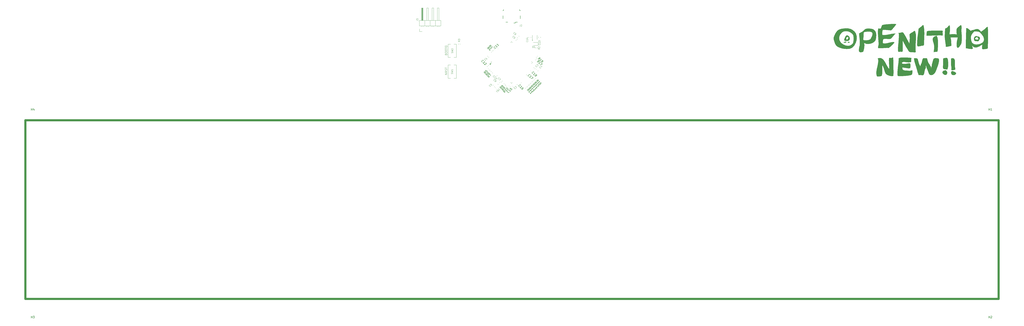
<source format=gbr>
%TF.GenerationSoftware,KiCad,Pcbnew,8.0.4*%
%TF.CreationDate,2024-12-24T01:10:10-06:00*%
%TF.ProjectId,openithm-new,6f70656e-6974-4686-9d2d-6e65772e6b69,rev?*%
%TF.SameCoordinates,Original*%
%TF.FileFunction,Legend,Top*%
%TF.FilePolarity,Positive*%
%FSLAX46Y46*%
G04 Gerber Fmt 4.6, Leading zero omitted, Abs format (unit mm)*
G04 Created by KiCad (PCBNEW 8.0.4) date 2024-12-24 01:10:10*
%MOMM*%
%LPD*%
G01*
G04 APERTURE LIST*
%ADD10C,0.050000*%
%ADD11C,0.100000*%
%ADD12C,0.150000*%
%ADD13C,0.080000*%
%ADD14C,0.120000*%
%ADD15C,1.000000*%
G04 APERTURE END LIST*
D10*
X603623421Y-241708122D02*
X603646823Y-241712261D01*
X603668438Y-241718977D01*
X603688135Y-241728429D01*
X603705785Y-241740779D01*
X603721258Y-241756186D01*
X603734425Y-241774810D01*
X603745157Y-241796812D01*
X603753323Y-241822352D01*
X603783570Y-242273382D01*
X603816457Y-243279660D01*
X603875225Y-246205966D01*
X603899780Y-249097276D01*
X603889899Y-250059809D01*
X603877787Y-250338045D01*
X603860272Y-250449595D01*
X603793072Y-250505757D01*
X603714388Y-250552144D01*
X603625054Y-250589149D01*
X603525905Y-250617163D01*
X603417776Y-250636580D01*
X603301500Y-250647791D01*
X603177913Y-250651189D01*
X603047848Y-250647166D01*
X602771625Y-250618427D01*
X602479507Y-250564713D01*
X602178168Y-250489162D01*
X601874285Y-250394914D01*
X601574533Y-250285106D01*
X601285589Y-250162878D01*
X601014126Y-250031368D01*
X600766822Y-249893715D01*
X600550352Y-249753058D01*
X600371391Y-249612535D01*
X600298062Y-249543305D01*
X600236615Y-249475285D01*
X600187882Y-249408868D01*
X600152699Y-249344447D01*
X600020092Y-249006239D01*
X599823583Y-248461519D01*
X599332943Y-247065993D01*
X599085853Y-246371911D01*
X598868946Y-245784765D01*
X598705741Y-245382918D01*
X598651627Y-245275969D01*
X598632729Y-245250274D01*
X598619759Y-245244731D01*
X598603182Y-245265824D01*
X598589537Y-245310041D01*
X598569979Y-245462246D01*
X598554372Y-245982573D01*
X598557765Y-247573521D01*
X598542810Y-248465070D01*
X598523743Y-248895692D01*
X598494118Y-249301290D01*
X598451815Y-249670671D01*
X598394712Y-249992643D01*
X598320685Y-250256015D01*
X598276662Y-250362229D01*
X598227612Y-250449595D01*
X598203350Y-250478068D01*
X598169787Y-250505312D01*
X598127579Y-250531337D01*
X598077382Y-250556154D01*
X597955641Y-250602212D01*
X597809804Y-250643574D01*
X597645116Y-250680329D01*
X597466818Y-250712566D01*
X597280153Y-250740375D01*
X597090362Y-250763845D01*
X596722376Y-250798124D01*
X596404799Y-250816115D01*
X596179570Y-250818531D01*
X596114692Y-250814122D01*
X596096480Y-250810552D01*
X596088628Y-250806086D01*
X595982763Y-250569258D01*
X595897664Y-250325816D01*
X595832009Y-250076196D01*
X595784478Y-249820835D01*
X595753747Y-249560167D01*
X595738495Y-249294628D01*
X595737401Y-249024654D01*
X595749142Y-248750679D01*
X595805845Y-248192472D01*
X595898030Y-247623490D01*
X596015123Y-247047218D01*
X596146550Y-246467140D01*
X596410110Y-245309500D01*
X596521096Y-244738906D01*
X596604121Y-244178441D01*
X596648610Y-243631590D01*
X596653100Y-243364358D01*
X596643990Y-243101836D01*
X596619960Y-242844459D01*
X596579687Y-242592662D01*
X596521850Y-242346882D01*
X596445126Y-242107554D01*
X596735310Y-242033225D01*
X597010309Y-241988107D01*
X597270862Y-241970787D01*
X597517709Y-241979851D01*
X597751588Y-242013885D01*
X597973238Y-242071476D01*
X598183397Y-242151210D01*
X598382805Y-242251672D01*
X598572200Y-242371450D01*
X598752321Y-242509129D01*
X598923906Y-242663295D01*
X599087695Y-242832534D01*
X599244426Y-243015433D01*
X599394838Y-243210579D01*
X599679660Y-243631951D01*
X599948071Y-244085341D01*
X600205981Y-244559438D01*
X600713938Y-245524510D01*
X600975806Y-245992864D01*
X601250814Y-246436683D01*
X601544871Y-246844655D01*
X601700891Y-247031664D01*
X601863889Y-247205470D01*
X601872134Y-247062615D01*
X601884090Y-246683110D01*
X601894856Y-246154812D01*
X601899533Y-245565577D01*
X601887029Y-245187651D01*
X601857300Y-244732675D01*
X601822016Y-244228230D01*
X601792852Y-243701897D01*
X601784213Y-243439142D01*
X601781480Y-243181257D01*
X601786113Y-242931691D01*
X601799572Y-242693891D01*
X601823314Y-242471304D01*
X601858800Y-242267378D01*
X601907488Y-242085562D01*
X601937239Y-242004021D01*
X601970838Y-241929301D01*
X601976245Y-241923582D01*
X601986042Y-241918846D01*
X602017630Y-241912105D01*
X602063248Y-241908646D01*
X602120542Y-241908034D01*
X602260744Y-241913617D01*
X602419406Y-241925387D01*
X602716796Y-241953613D01*
X602817866Y-241963131D01*
X602862080Y-241964961D01*
X602918324Y-241944473D01*
X602979330Y-241919545D01*
X603111487Y-241861494D01*
X603250264Y-241801068D01*
X603319545Y-241773170D01*
X603387371Y-241748525D01*
X603452709Y-241728416D01*
X603484120Y-241720463D01*
X603514520Y-241714124D01*
X603543780Y-241709560D01*
X603571769Y-241706932D01*
X603598360Y-241706399D01*
X603623421Y-241708122D01*
G36*
X603623421Y-241708122D02*
G01*
X603646823Y-241712261D01*
X603668438Y-241718977D01*
X603688135Y-241728429D01*
X603705785Y-241740779D01*
X603721258Y-241756186D01*
X603734425Y-241774810D01*
X603745157Y-241796812D01*
X603753323Y-241822352D01*
X603783570Y-242273382D01*
X603816457Y-243279660D01*
X603875225Y-246205966D01*
X603899780Y-249097276D01*
X603889899Y-250059809D01*
X603877787Y-250338045D01*
X603860272Y-250449595D01*
X603793072Y-250505757D01*
X603714388Y-250552144D01*
X603625054Y-250589149D01*
X603525905Y-250617163D01*
X603417776Y-250636580D01*
X603301500Y-250647791D01*
X603177913Y-250651189D01*
X603047848Y-250647166D01*
X602771625Y-250618427D01*
X602479507Y-250564713D01*
X602178168Y-250489162D01*
X601874285Y-250394914D01*
X601574533Y-250285106D01*
X601285589Y-250162878D01*
X601014126Y-250031368D01*
X600766822Y-249893715D01*
X600550352Y-249753058D01*
X600371391Y-249612535D01*
X600298062Y-249543305D01*
X600236615Y-249475285D01*
X600187882Y-249408868D01*
X600152699Y-249344447D01*
X600020092Y-249006239D01*
X599823583Y-248461519D01*
X599332943Y-247065993D01*
X599085853Y-246371911D01*
X598868946Y-245784765D01*
X598705741Y-245382918D01*
X598651627Y-245275969D01*
X598632729Y-245250274D01*
X598619759Y-245244731D01*
X598603182Y-245265824D01*
X598589537Y-245310041D01*
X598569979Y-245462246D01*
X598554372Y-245982573D01*
X598557765Y-247573521D01*
X598542810Y-248465070D01*
X598523743Y-248895692D01*
X598494118Y-249301290D01*
X598451815Y-249670671D01*
X598394712Y-249992643D01*
X598320685Y-250256015D01*
X598276662Y-250362229D01*
X598227612Y-250449595D01*
X598203350Y-250478068D01*
X598169787Y-250505312D01*
X598127579Y-250531337D01*
X598077382Y-250556154D01*
X597955641Y-250602212D01*
X597809804Y-250643574D01*
X597645116Y-250680329D01*
X597466818Y-250712566D01*
X597280153Y-250740375D01*
X597090362Y-250763845D01*
X596722376Y-250798124D01*
X596404799Y-250816115D01*
X596179570Y-250818531D01*
X596114692Y-250814122D01*
X596096480Y-250810552D01*
X596088628Y-250806086D01*
X595982763Y-250569258D01*
X595897664Y-250325816D01*
X595832009Y-250076196D01*
X595784478Y-249820835D01*
X595753747Y-249560167D01*
X595738495Y-249294628D01*
X595737401Y-249024654D01*
X595749142Y-248750679D01*
X595805845Y-248192472D01*
X595898030Y-247623490D01*
X596015123Y-247047218D01*
X596146550Y-246467140D01*
X596410110Y-245309500D01*
X596521096Y-244738906D01*
X596604121Y-244178441D01*
X596648610Y-243631590D01*
X596653100Y-243364358D01*
X596643990Y-243101836D01*
X596619960Y-242844459D01*
X596579687Y-242592662D01*
X596521850Y-242346882D01*
X596445126Y-242107554D01*
X596735310Y-242033225D01*
X597010309Y-241988107D01*
X597270862Y-241970787D01*
X597517709Y-241979851D01*
X597751588Y-242013885D01*
X597973238Y-242071476D01*
X598183397Y-242151210D01*
X598382805Y-242251672D01*
X598572200Y-242371450D01*
X598752321Y-242509129D01*
X598923906Y-242663295D01*
X599087695Y-242832534D01*
X599244426Y-243015433D01*
X599394838Y-243210579D01*
X599679660Y-243631951D01*
X599948071Y-244085341D01*
X600205981Y-244559438D01*
X600713938Y-245524510D01*
X600975806Y-245992864D01*
X601250814Y-246436683D01*
X601544871Y-246844655D01*
X601700891Y-247031664D01*
X601863889Y-247205470D01*
X601872134Y-247062615D01*
X601884090Y-246683110D01*
X601894856Y-246154812D01*
X601899533Y-245565577D01*
X601887029Y-245187651D01*
X601857300Y-244732675D01*
X601822016Y-244228230D01*
X601792852Y-243701897D01*
X601784213Y-243439142D01*
X601781480Y-243181257D01*
X601786113Y-242931691D01*
X601799572Y-242693891D01*
X601823314Y-242471304D01*
X601858800Y-242267378D01*
X601907488Y-242085562D01*
X601937239Y-242004021D01*
X601970838Y-241929301D01*
X601976245Y-241923582D01*
X601986042Y-241918846D01*
X602017630Y-241912105D01*
X602063248Y-241908646D01*
X602120542Y-241908034D01*
X602260744Y-241913617D01*
X602419406Y-241925387D01*
X602716796Y-241953613D01*
X602817866Y-241963131D01*
X602862080Y-241964961D01*
X602918324Y-241944473D01*
X602979330Y-241919545D01*
X603111487Y-241861494D01*
X603250264Y-241801068D01*
X603319545Y-241773170D01*
X603387371Y-241748525D01*
X603452709Y-241728416D01*
X603484120Y-241720463D01*
X603514520Y-241714124D01*
X603543780Y-241709560D01*
X603571769Y-241706932D01*
X603598360Y-241706399D01*
X603623421Y-241708122D01*
G37*
X581474211Y-227650613D02*
X581691760Y-227660878D01*
X581908957Y-227678410D01*
X582125751Y-227703616D01*
X582342093Y-227736908D01*
X582557933Y-227778694D01*
X582773223Y-227829384D01*
X582987911Y-227889388D01*
X583201950Y-227959115D01*
X583415289Y-228038975D01*
X583627879Y-228129377D01*
X583839669Y-228230731D01*
X584050612Y-228343446D01*
X584260657Y-228467932D01*
X584469755Y-228604599D01*
X584677855Y-228753856D01*
X584909563Y-228942135D01*
X585121718Y-229143948D01*
X585314678Y-229358359D01*
X585488802Y-229584436D01*
X585644447Y-229821245D01*
X585781972Y-230067852D01*
X585901733Y-230323323D01*
X586004090Y-230586726D01*
X586089400Y-230857126D01*
X586158021Y-231133590D01*
X586210312Y-231415184D01*
X586246629Y-231700975D01*
X586267331Y-231990029D01*
X586272776Y-232281412D01*
X586263321Y-232574191D01*
X586239326Y-232867432D01*
X586201147Y-233160202D01*
X586149143Y-233451567D01*
X586083671Y-233740593D01*
X586005091Y-234026347D01*
X585913758Y-234307896D01*
X585810032Y-234584304D01*
X585694270Y-234854640D01*
X585566831Y-235117969D01*
X585428072Y-235373358D01*
X585278351Y-235619873D01*
X585118027Y-235856581D01*
X584947457Y-236082548D01*
X584766998Y-236296840D01*
X584577010Y-236498523D01*
X584377849Y-236686665D01*
X584169875Y-236860331D01*
X584008361Y-236975178D01*
X583832711Y-237078640D01*
X583643878Y-237170971D01*
X583442816Y-237252423D01*
X583230478Y-237323248D01*
X583007818Y-237383699D01*
X582535345Y-237474488D01*
X582033026Y-237526807D01*
X581508490Y-237542676D01*
X580969364Y-237524114D01*
X580423278Y-237473139D01*
X579877860Y-237391770D01*
X579340738Y-237282026D01*
X578819541Y-237145926D01*
X578321897Y-236985489D01*
X577855436Y-236802733D01*
X577427784Y-236599677D01*
X577046571Y-236378341D01*
X576719426Y-236140742D01*
X576590975Y-236025194D01*
X576473005Y-235899866D01*
X576364709Y-235765768D01*
X576265284Y-235623915D01*
X576173921Y-235475319D01*
X576089816Y-235320993D01*
X576012164Y-235161948D01*
X575940157Y-234999199D01*
X575872990Y-234833757D01*
X575809858Y-234666635D01*
X575692474Y-234331402D01*
X575581559Y-234001602D01*
X575470665Y-233685336D01*
X575428068Y-233565138D01*
X575388415Y-233443137D01*
X575352140Y-233319563D01*
X575319679Y-233194647D01*
X575291465Y-233068618D01*
X575267935Y-232941706D01*
X575249524Y-232814140D01*
X575236665Y-232686152D01*
X575229795Y-232557971D01*
X575229348Y-232429827D01*
X575233135Y-232354306D01*
X577833904Y-232354306D01*
X577841120Y-232589963D01*
X577866902Y-232821798D01*
X577910634Y-233049377D01*
X577971700Y-233272265D01*
X578049484Y-233490030D01*
X578143369Y-233702237D01*
X578252739Y-233908452D01*
X578376977Y-234108243D01*
X578515467Y-234301175D01*
X578667594Y-234486814D01*
X578832739Y-234664728D01*
X579010288Y-234834481D01*
X579199624Y-234995641D01*
X579400130Y-235147773D01*
X579611190Y-235290445D01*
X579832188Y-235423222D01*
X580062507Y-235545670D01*
X580301532Y-235657357D01*
X580548645Y-235757847D01*
X580803230Y-235846708D01*
X581064671Y-235923506D01*
X581332352Y-235987806D01*
X581605656Y-236039176D01*
X581883967Y-236077182D01*
X581979564Y-236085932D01*
X582074756Y-236090947D01*
X582169487Y-236092294D01*
X582263701Y-236090045D01*
X582357344Y-236084268D01*
X582450358Y-236075033D01*
X582542690Y-236062411D01*
X582634282Y-236046470D01*
X582725080Y-236027280D01*
X582815028Y-236004912D01*
X582904070Y-235979434D01*
X582992151Y-235950917D01*
X583165206Y-235885043D01*
X583333748Y-235807847D01*
X583497333Y-235719887D01*
X583655515Y-235621721D01*
X583807850Y-235513906D01*
X583953892Y-235396999D01*
X584093197Y-235271559D01*
X584225320Y-235138143D01*
X584349815Y-234997308D01*
X584466239Y-234849612D01*
X584506961Y-234785399D01*
X584545406Y-234706002D01*
X584615223Y-234505886D01*
X584675205Y-234257726D01*
X584724867Y-233969986D01*
X584763724Y-233651131D01*
X584791289Y-233309622D01*
X584807077Y-232953924D01*
X584810603Y-232592501D01*
X584801381Y-232233814D01*
X584778926Y-231886329D01*
X584742753Y-231558508D01*
X584692376Y-231258816D01*
X584627309Y-230995714D01*
X584589115Y-230880530D01*
X584547067Y-230777667D01*
X584501103Y-230688184D01*
X584451164Y-230613139D01*
X584397189Y-230553589D01*
X584339116Y-230510592D01*
X584172805Y-230327004D01*
X584000760Y-230155046D01*
X583823168Y-229994770D01*
X583640216Y-229846228D01*
X583452092Y-229709473D01*
X583258983Y-229584556D01*
X583061075Y-229471531D01*
X582858556Y-229370449D01*
X582651614Y-229281363D01*
X582440435Y-229204324D01*
X582225206Y-229139386D01*
X582006115Y-229086600D01*
X581783348Y-229046019D01*
X581557094Y-229017695D01*
X581327538Y-229001680D01*
X581094869Y-228998027D01*
X580986476Y-229000519D01*
X580877466Y-229005650D01*
X580767862Y-229013428D01*
X580657685Y-229023863D01*
X580546960Y-229036962D01*
X580435708Y-229052734D01*
X580323953Y-229071189D01*
X580211718Y-229092334D01*
X580141271Y-229107696D01*
X580072224Y-229125279D01*
X580004550Y-229145021D01*
X579938224Y-229166861D01*
X579873217Y-229190739D01*
X579809502Y-229216594D01*
X579685844Y-229273991D01*
X579567035Y-229338565D01*
X579452858Y-229409831D01*
X579343099Y-229487301D01*
X579237543Y-229570490D01*
X579135973Y-229658910D01*
X579038176Y-229752075D01*
X578943934Y-229849499D01*
X578853034Y-229950695D01*
X578765260Y-230055177D01*
X578680397Y-230162458D01*
X578598229Y-230272052D01*
X578518540Y-230383471D01*
X578355034Y-230634097D01*
X578215026Y-230884370D01*
X578097898Y-231133856D01*
X578003035Y-231382122D01*
X577929821Y-231628733D01*
X577877638Y-231873257D01*
X577845872Y-232115259D01*
X577833904Y-232354306D01*
X575233135Y-232354306D01*
X575235759Y-232301949D01*
X575249464Y-232174568D01*
X575270897Y-232047913D01*
X575300493Y-231922215D01*
X575338687Y-231797704D01*
X575385915Y-231674609D01*
X575668782Y-231010030D01*
X575807744Y-230695076D01*
X575948360Y-230392671D01*
X576093109Y-230103557D01*
X576244467Y-229828477D01*
X576404912Y-229568176D01*
X576576921Y-229323395D01*
X576668036Y-229207057D01*
X576762972Y-229094878D01*
X576862037Y-228986950D01*
X576965542Y-228883368D01*
X577073796Y-228784222D01*
X577187108Y-228689608D01*
X577305789Y-228599616D01*
X577430149Y-228514341D01*
X577560495Y-228433875D01*
X577697140Y-228358311D01*
X577840391Y-228287742D01*
X577990560Y-228222261D01*
X578147955Y-228161961D01*
X578312885Y-228106934D01*
X578485662Y-228057273D01*
X578666594Y-228013072D01*
X578539727Y-228013072D01*
X578878224Y-227939807D01*
X579217399Y-227871312D01*
X579557068Y-227809135D01*
X579897046Y-227754825D01*
X580237149Y-227709928D01*
X580577191Y-227675993D01*
X580916989Y-227654569D01*
X581086739Y-227649033D01*
X581256358Y-227647204D01*
X581474211Y-227650613D01*
G36*
X581474211Y-227650613D02*
G01*
X581691760Y-227660878D01*
X581908957Y-227678410D01*
X582125751Y-227703616D01*
X582342093Y-227736908D01*
X582557933Y-227778694D01*
X582773223Y-227829384D01*
X582987911Y-227889388D01*
X583201950Y-227959115D01*
X583415289Y-228038975D01*
X583627879Y-228129377D01*
X583839669Y-228230731D01*
X584050612Y-228343446D01*
X584260657Y-228467932D01*
X584469755Y-228604599D01*
X584677855Y-228753856D01*
X584909563Y-228942135D01*
X585121718Y-229143948D01*
X585314678Y-229358359D01*
X585488802Y-229584436D01*
X585644447Y-229821245D01*
X585781972Y-230067852D01*
X585901733Y-230323323D01*
X586004090Y-230586726D01*
X586089400Y-230857126D01*
X586158021Y-231133590D01*
X586210312Y-231415184D01*
X586246629Y-231700975D01*
X586267331Y-231990029D01*
X586272776Y-232281412D01*
X586263321Y-232574191D01*
X586239326Y-232867432D01*
X586201147Y-233160202D01*
X586149143Y-233451567D01*
X586083671Y-233740593D01*
X586005091Y-234026347D01*
X585913758Y-234307896D01*
X585810032Y-234584304D01*
X585694270Y-234854640D01*
X585566831Y-235117969D01*
X585428072Y-235373358D01*
X585278351Y-235619873D01*
X585118027Y-235856581D01*
X584947457Y-236082548D01*
X584766998Y-236296840D01*
X584577010Y-236498523D01*
X584377849Y-236686665D01*
X584169875Y-236860331D01*
X584008361Y-236975178D01*
X583832711Y-237078640D01*
X583643878Y-237170971D01*
X583442816Y-237252423D01*
X583230478Y-237323248D01*
X583007818Y-237383699D01*
X582535345Y-237474488D01*
X582033026Y-237526807D01*
X581508490Y-237542676D01*
X580969364Y-237524114D01*
X580423278Y-237473139D01*
X579877860Y-237391770D01*
X579340738Y-237282026D01*
X578819541Y-237145926D01*
X578321897Y-236985489D01*
X577855436Y-236802733D01*
X577427784Y-236599677D01*
X577046571Y-236378341D01*
X576719426Y-236140742D01*
X576590975Y-236025194D01*
X576473005Y-235899866D01*
X576364709Y-235765768D01*
X576265284Y-235623915D01*
X576173921Y-235475319D01*
X576089816Y-235320993D01*
X576012164Y-235161948D01*
X575940157Y-234999199D01*
X575872990Y-234833757D01*
X575809858Y-234666635D01*
X575692474Y-234331402D01*
X575581559Y-234001602D01*
X575470665Y-233685336D01*
X575428068Y-233565138D01*
X575388415Y-233443137D01*
X575352140Y-233319563D01*
X575319679Y-233194647D01*
X575291465Y-233068618D01*
X575267935Y-232941706D01*
X575249524Y-232814140D01*
X575236665Y-232686152D01*
X575229795Y-232557971D01*
X575229348Y-232429827D01*
X575233135Y-232354306D01*
X577833904Y-232354306D01*
X577841120Y-232589963D01*
X577866902Y-232821798D01*
X577910634Y-233049377D01*
X577971700Y-233272265D01*
X578049484Y-233490030D01*
X578143369Y-233702237D01*
X578252739Y-233908452D01*
X578376977Y-234108243D01*
X578515467Y-234301175D01*
X578667594Y-234486814D01*
X578832739Y-234664728D01*
X579010288Y-234834481D01*
X579199624Y-234995641D01*
X579400130Y-235147773D01*
X579611190Y-235290445D01*
X579832188Y-235423222D01*
X580062507Y-235545670D01*
X580301532Y-235657357D01*
X580548645Y-235757847D01*
X580803230Y-235846708D01*
X581064671Y-235923506D01*
X581332352Y-235987806D01*
X581605656Y-236039176D01*
X581883967Y-236077182D01*
X581979564Y-236085932D01*
X582074756Y-236090947D01*
X582169487Y-236092294D01*
X582263701Y-236090045D01*
X582357344Y-236084268D01*
X582450358Y-236075033D01*
X582542690Y-236062411D01*
X582634282Y-236046470D01*
X582725080Y-236027280D01*
X582815028Y-236004912D01*
X582904070Y-235979434D01*
X582992151Y-235950917D01*
X583165206Y-235885043D01*
X583333748Y-235807847D01*
X583497333Y-235719887D01*
X583655515Y-235621721D01*
X583807850Y-235513906D01*
X583953892Y-235396999D01*
X584093197Y-235271559D01*
X584225320Y-235138143D01*
X584349815Y-234997308D01*
X584466239Y-234849612D01*
X584506961Y-234785399D01*
X584545406Y-234706002D01*
X584615223Y-234505886D01*
X584675205Y-234257726D01*
X584724867Y-233969986D01*
X584763724Y-233651131D01*
X584791289Y-233309622D01*
X584807077Y-232953924D01*
X584810603Y-232592501D01*
X584801381Y-232233814D01*
X584778926Y-231886329D01*
X584742753Y-231558508D01*
X584692376Y-231258816D01*
X584627309Y-230995714D01*
X584589115Y-230880530D01*
X584547067Y-230777667D01*
X584501103Y-230688184D01*
X584451164Y-230613139D01*
X584397189Y-230553589D01*
X584339116Y-230510592D01*
X584172805Y-230327004D01*
X584000760Y-230155046D01*
X583823168Y-229994770D01*
X583640216Y-229846228D01*
X583452092Y-229709473D01*
X583258983Y-229584556D01*
X583061075Y-229471531D01*
X582858556Y-229370449D01*
X582651614Y-229281363D01*
X582440435Y-229204324D01*
X582225206Y-229139386D01*
X582006115Y-229086600D01*
X581783348Y-229046019D01*
X581557094Y-229017695D01*
X581327538Y-229001680D01*
X581094869Y-228998027D01*
X580986476Y-229000519D01*
X580877466Y-229005650D01*
X580767862Y-229013428D01*
X580657685Y-229023863D01*
X580546960Y-229036962D01*
X580435708Y-229052734D01*
X580323953Y-229071189D01*
X580211718Y-229092334D01*
X580141271Y-229107696D01*
X580072224Y-229125279D01*
X580004550Y-229145021D01*
X579938224Y-229166861D01*
X579873217Y-229190739D01*
X579809502Y-229216594D01*
X579685844Y-229273991D01*
X579567035Y-229338565D01*
X579452858Y-229409831D01*
X579343099Y-229487301D01*
X579237543Y-229570490D01*
X579135973Y-229658910D01*
X579038176Y-229752075D01*
X578943934Y-229849499D01*
X578853034Y-229950695D01*
X578765260Y-230055177D01*
X578680397Y-230162458D01*
X578598229Y-230272052D01*
X578518540Y-230383471D01*
X578355034Y-230634097D01*
X578215026Y-230884370D01*
X578097898Y-231133856D01*
X578003035Y-231382122D01*
X577929821Y-231628733D01*
X577877638Y-231873257D01*
X577845872Y-232115259D01*
X577833904Y-232354306D01*
X575233135Y-232354306D01*
X575235759Y-232301949D01*
X575249464Y-232174568D01*
X575270897Y-232047913D01*
X575300493Y-231922215D01*
X575338687Y-231797704D01*
X575385915Y-231674609D01*
X575668782Y-231010030D01*
X575807744Y-230695076D01*
X575948360Y-230392671D01*
X576093109Y-230103557D01*
X576244467Y-229828477D01*
X576404912Y-229568176D01*
X576576921Y-229323395D01*
X576668036Y-229207057D01*
X576762972Y-229094878D01*
X576862037Y-228986950D01*
X576965542Y-228883368D01*
X577073796Y-228784222D01*
X577187108Y-228689608D01*
X577305789Y-228599616D01*
X577430149Y-228514341D01*
X577560495Y-228433875D01*
X577697140Y-228358311D01*
X577840391Y-228287742D01*
X577990560Y-228222261D01*
X578147955Y-228161961D01*
X578312885Y-228106934D01*
X578485662Y-228057273D01*
X578666594Y-228013072D01*
X578539727Y-228013072D01*
X578878224Y-227939807D01*
X579217399Y-227871312D01*
X579557068Y-227809135D01*
X579897046Y-227754825D01*
X580237149Y-227709928D01*
X580577191Y-227675993D01*
X580916989Y-227654569D01*
X581086739Y-227649033D01*
X581256358Y-227647204D01*
X581474211Y-227650613D01*
G37*
X609372167Y-241687320D02*
X610501270Y-241729214D01*
X611490520Y-241797778D01*
X612460835Y-241893657D01*
X612466803Y-241907890D01*
X612471699Y-241924402D01*
X612478491Y-241963675D01*
X612481645Y-242010298D01*
X612481596Y-242063091D01*
X612478780Y-242120878D01*
X612473632Y-242182481D01*
X612458077Y-242312423D01*
X612389535Y-242749247D01*
X612387566Y-242788446D01*
X612388663Y-242838343D01*
X612397646Y-242963714D01*
X612425969Y-243271121D01*
X612435700Y-243427075D01*
X612437357Y-243499909D01*
X612436074Y-243567141D01*
X612431251Y-243627141D01*
X612422287Y-243678279D01*
X612416064Y-243700015D01*
X612408582Y-243718924D01*
X612399763Y-243734803D01*
X612389535Y-243747447D01*
X612339300Y-243789202D01*
X612277687Y-243826034D01*
X612205453Y-243858173D01*
X612123356Y-243885850D01*
X611932603Y-243928736D01*
X611711489Y-243956533D01*
X611466073Y-243971080D01*
X611202415Y-243974220D01*
X610926577Y-243967791D01*
X610644619Y-243953636D01*
X610086583Y-243909506D01*
X609576789Y-243856556D01*
X608895863Y-243783091D01*
X608836435Y-243784828D01*
X608754583Y-243795612D01*
X608655792Y-243815110D01*
X608545546Y-243842989D01*
X608429330Y-243878916D01*
X608312628Y-243922558D01*
X608200925Y-243973582D01*
X608148662Y-244001757D01*
X608099705Y-244031653D01*
X608054740Y-244063228D01*
X608014453Y-244096440D01*
X607979528Y-244131248D01*
X607950652Y-244167609D01*
X607928510Y-244205483D01*
X607913788Y-244244827D01*
X607907171Y-244285600D01*
X607909344Y-244327760D01*
X607920994Y-244371266D01*
X607942806Y-244416076D01*
X607975465Y-244462148D01*
X608019657Y-244509441D01*
X608076068Y-244557913D01*
X608145383Y-244607522D01*
X608228287Y-244658227D01*
X608325467Y-244709987D01*
X608396714Y-244739794D01*
X608478621Y-244763806D01*
X608570373Y-244782373D01*
X608671157Y-244795846D01*
X608896562Y-244808917D01*
X609148324Y-244805832D01*
X609419930Y-244789399D01*
X609704868Y-244762432D01*
X610288692Y-244688134D01*
X611329778Y-244536800D01*
X611525693Y-244514793D01*
X611682841Y-244504739D01*
X611794710Y-244509449D01*
X611831629Y-244518218D01*
X611854787Y-244531733D01*
X611882249Y-244563160D01*
X611907186Y-244599716D01*
X611929703Y-244641097D01*
X611949904Y-244686995D01*
X611983771Y-244791119D01*
X612009621Y-244909642D01*
X612028285Y-245040115D01*
X612040597Y-245180090D01*
X612047387Y-245327118D01*
X612049489Y-245478750D01*
X612042956Y-245786036D01*
X612027656Y-246082360D01*
X611997388Y-246563777D01*
X611983876Y-246635354D01*
X611951183Y-246695980D01*
X611900538Y-246746281D01*
X611833170Y-246786883D01*
X611750309Y-246818412D01*
X611653182Y-246841495D01*
X611543020Y-246856757D01*
X611421051Y-246864826D01*
X611146609Y-246861884D01*
X610839688Y-246837678D01*
X610510120Y-246797218D01*
X610167737Y-246745513D01*
X608866705Y-246526419D01*
X608607733Y-246493623D01*
X608394938Y-246479636D01*
X608238155Y-246489467D01*
X608183839Y-246504879D01*
X608147214Y-246528125D01*
X608145983Y-246531132D01*
X608145311Y-246536987D01*
X608145505Y-246556478D01*
X608151114Y-246621302D01*
X608161901Y-246710497D01*
X608175722Y-246811961D01*
X608218518Y-247098521D01*
X608239683Y-247204567D01*
X608271216Y-247301614D01*
X608312613Y-247390087D01*
X608363368Y-247470411D01*
X608422977Y-247543008D01*
X608490935Y-247608304D01*
X608566736Y-247666722D01*
X608649876Y-247718687D01*
X608739849Y-247764622D01*
X608836152Y-247804952D01*
X609045723Y-247870491D01*
X609274550Y-247918697D01*
X609518593Y-247952964D01*
X609773812Y-247976682D01*
X610036167Y-247993246D01*
X610566128Y-248018480D01*
X610825654Y-248033935D01*
X611076158Y-248055806D01*
X611313600Y-248087485D01*
X611533940Y-248132365D01*
X611557791Y-248136452D01*
X611586967Y-248138284D01*
X611659696Y-248135779D01*
X611748938Y-248126041D01*
X611851502Y-248110260D01*
X612083831Y-248065331D01*
X612331159Y-248010514D01*
X612768704Y-247909306D01*
X612907870Y-247881960D01*
X612946384Y-247878267D01*
X612956478Y-247879437D01*
X612959931Y-247882815D01*
X612964062Y-248104886D01*
X612972184Y-248360211D01*
X612977892Y-248636089D01*
X612977839Y-248777765D01*
X612974780Y-248919817D01*
X612967916Y-249060655D01*
X612956444Y-249198694D01*
X612939565Y-249332344D01*
X612916478Y-249460017D01*
X612886382Y-249580128D01*
X612848476Y-249691086D01*
X612826345Y-249742638D01*
X612801960Y-249791306D01*
X612775223Y-249836893D01*
X612746034Y-249879199D01*
X612685045Y-249938616D01*
X612594252Y-249995749D01*
X612331338Y-250103030D01*
X611973477Y-250200780D01*
X611536849Y-250288739D01*
X611037636Y-250366644D01*
X610492022Y-250434234D01*
X609326317Y-250537421D01*
X608169192Y-250596208D01*
X607150106Y-250608502D01*
X606732783Y-250596560D01*
X606398516Y-250572210D01*
X606163488Y-250535191D01*
X606088246Y-250511848D01*
X606043881Y-250485240D01*
X605987755Y-250406569D01*
X605942579Y-250295601D01*
X605882431Y-249985197D01*
X605858150Y-249570874D01*
X605864448Y-249069476D01*
X605896036Y-248497850D01*
X605947628Y-247872841D01*
X606089668Y-246530059D01*
X606381120Y-243945111D01*
X606424672Y-243418102D01*
X606445925Y-242972477D01*
X606439590Y-242625079D01*
X606400380Y-242392756D01*
X606404494Y-242285244D01*
X606443555Y-242188399D01*
X606515263Y-242101747D01*
X606617319Y-242024814D01*
X606747423Y-241957128D01*
X606903277Y-241898213D01*
X607082580Y-241847596D01*
X607283034Y-241804805D01*
X607738197Y-241740801D01*
X608250369Y-241702412D01*
X608801158Y-241685848D01*
X609372167Y-241687320D01*
G36*
X609372167Y-241687320D02*
G01*
X610501270Y-241729214D01*
X611490520Y-241797778D01*
X612460835Y-241893657D01*
X612466803Y-241907890D01*
X612471699Y-241924402D01*
X612478491Y-241963675D01*
X612481645Y-242010298D01*
X612481596Y-242063091D01*
X612478780Y-242120878D01*
X612473632Y-242182481D01*
X612458077Y-242312423D01*
X612389535Y-242749247D01*
X612387566Y-242788446D01*
X612388663Y-242838343D01*
X612397646Y-242963714D01*
X612425969Y-243271121D01*
X612435700Y-243427075D01*
X612437357Y-243499909D01*
X612436074Y-243567141D01*
X612431251Y-243627141D01*
X612422287Y-243678279D01*
X612416064Y-243700015D01*
X612408582Y-243718924D01*
X612399763Y-243734803D01*
X612389535Y-243747447D01*
X612339300Y-243789202D01*
X612277687Y-243826034D01*
X612205453Y-243858173D01*
X612123356Y-243885850D01*
X611932603Y-243928736D01*
X611711489Y-243956533D01*
X611466073Y-243971080D01*
X611202415Y-243974220D01*
X610926577Y-243967791D01*
X610644619Y-243953636D01*
X610086583Y-243909506D01*
X609576789Y-243856556D01*
X608895863Y-243783091D01*
X608836435Y-243784828D01*
X608754583Y-243795612D01*
X608655792Y-243815110D01*
X608545546Y-243842989D01*
X608429330Y-243878916D01*
X608312628Y-243922558D01*
X608200925Y-243973582D01*
X608148662Y-244001757D01*
X608099705Y-244031653D01*
X608054740Y-244063228D01*
X608014453Y-244096440D01*
X607979528Y-244131248D01*
X607950652Y-244167609D01*
X607928510Y-244205483D01*
X607913788Y-244244827D01*
X607907171Y-244285600D01*
X607909344Y-244327760D01*
X607920994Y-244371266D01*
X607942806Y-244416076D01*
X607975465Y-244462148D01*
X608019657Y-244509441D01*
X608076068Y-244557913D01*
X608145383Y-244607522D01*
X608228287Y-244658227D01*
X608325467Y-244709987D01*
X608396714Y-244739794D01*
X608478621Y-244763806D01*
X608570373Y-244782373D01*
X608671157Y-244795846D01*
X608896562Y-244808917D01*
X609148324Y-244805832D01*
X609419930Y-244789399D01*
X609704868Y-244762432D01*
X610288692Y-244688134D01*
X611329778Y-244536800D01*
X611525693Y-244514793D01*
X611682841Y-244504739D01*
X611794710Y-244509449D01*
X611831629Y-244518218D01*
X611854787Y-244531733D01*
X611882249Y-244563160D01*
X611907186Y-244599716D01*
X611929703Y-244641097D01*
X611949904Y-244686995D01*
X611983771Y-244791119D01*
X612009621Y-244909642D01*
X612028285Y-245040115D01*
X612040597Y-245180090D01*
X612047387Y-245327118D01*
X612049489Y-245478750D01*
X612042956Y-245786036D01*
X612027656Y-246082360D01*
X611997388Y-246563777D01*
X611983876Y-246635354D01*
X611951183Y-246695980D01*
X611900538Y-246746281D01*
X611833170Y-246786883D01*
X611750309Y-246818412D01*
X611653182Y-246841495D01*
X611543020Y-246856757D01*
X611421051Y-246864826D01*
X611146609Y-246861884D01*
X610839688Y-246837678D01*
X610510120Y-246797218D01*
X610167737Y-246745513D01*
X608866705Y-246526419D01*
X608607733Y-246493623D01*
X608394938Y-246479636D01*
X608238155Y-246489467D01*
X608183839Y-246504879D01*
X608147214Y-246528125D01*
X608145983Y-246531132D01*
X608145311Y-246536987D01*
X608145505Y-246556478D01*
X608151114Y-246621302D01*
X608161901Y-246710497D01*
X608175722Y-246811961D01*
X608218518Y-247098521D01*
X608239683Y-247204567D01*
X608271216Y-247301614D01*
X608312613Y-247390087D01*
X608363368Y-247470411D01*
X608422977Y-247543008D01*
X608490935Y-247608304D01*
X608566736Y-247666722D01*
X608649876Y-247718687D01*
X608739849Y-247764622D01*
X608836152Y-247804952D01*
X609045723Y-247870491D01*
X609274550Y-247918697D01*
X609518593Y-247952964D01*
X609773812Y-247976682D01*
X610036167Y-247993246D01*
X610566128Y-248018480D01*
X610825654Y-248033935D01*
X611076158Y-248055806D01*
X611313600Y-248087485D01*
X611533940Y-248132365D01*
X611557791Y-248136452D01*
X611586967Y-248138284D01*
X611659696Y-248135779D01*
X611748938Y-248126041D01*
X611851502Y-248110260D01*
X612083831Y-248065331D01*
X612331159Y-248010514D01*
X612768704Y-247909306D01*
X612907870Y-247881960D01*
X612946384Y-247878267D01*
X612956478Y-247879437D01*
X612959931Y-247882815D01*
X612964062Y-248104886D01*
X612972184Y-248360211D01*
X612977892Y-248636089D01*
X612977839Y-248777765D01*
X612974780Y-248919817D01*
X612967916Y-249060655D01*
X612956444Y-249198694D01*
X612939565Y-249332344D01*
X612916478Y-249460017D01*
X612886382Y-249580128D01*
X612848476Y-249691086D01*
X612826345Y-249742638D01*
X612801960Y-249791306D01*
X612775223Y-249836893D01*
X612746034Y-249879199D01*
X612685045Y-249938616D01*
X612594252Y-249995749D01*
X612331338Y-250103030D01*
X611973477Y-250200780D01*
X611536849Y-250288739D01*
X611037636Y-250366644D01*
X610492022Y-250434234D01*
X609326317Y-250537421D01*
X608169192Y-250596208D01*
X607150106Y-250608502D01*
X606732783Y-250596560D01*
X606398516Y-250572210D01*
X606163488Y-250535191D01*
X606088246Y-250511848D01*
X606043881Y-250485240D01*
X605987755Y-250406569D01*
X605942579Y-250295601D01*
X605882431Y-249985197D01*
X605858150Y-249570874D01*
X605864448Y-249069476D01*
X605896036Y-248497850D01*
X605947628Y-247872841D01*
X606089668Y-246530059D01*
X606381120Y-243945111D01*
X606424672Y-243418102D01*
X606445925Y-242972477D01*
X606439590Y-242625079D01*
X606400380Y-242392756D01*
X606404494Y-242285244D01*
X606443555Y-242188399D01*
X606515263Y-242101747D01*
X606617319Y-242024814D01*
X606747423Y-241957128D01*
X606903277Y-241898213D01*
X607082580Y-241847596D01*
X607283034Y-241804805D01*
X607738197Y-241740801D01*
X608250369Y-241702412D01*
X608801158Y-241685848D01*
X609372167Y-241687320D01*
G37*
X636380046Y-226173638D02*
X636412819Y-226188029D01*
X636442261Y-226213956D01*
X636468532Y-226250700D01*
X636491787Y-226297541D01*
X636512185Y-226353762D01*
X636545038Y-226491468D01*
X636568351Y-226658070D01*
X636583383Y-226847819D01*
X636591394Y-227054967D01*
X636593645Y-227273764D01*
X636555440Y-228753741D01*
X636636941Y-230230970D01*
X636676060Y-230975780D01*
X636704800Y-231722000D01*
X636716191Y-232467591D01*
X636703265Y-233210514D01*
X636685506Y-233580337D01*
X636659054Y-233948728D01*
X636623038Y-234315432D01*
X636576589Y-234680194D01*
X636562483Y-234753395D01*
X636539845Y-234836879D01*
X636471004Y-235030111D01*
X636374138Y-235250719D01*
X636253320Y-235489531D01*
X636112623Y-235737376D01*
X635956119Y-235985084D01*
X635787881Y-236223484D01*
X635611980Y-236443403D01*
X635522430Y-236543567D01*
X635432491Y-236635672D01*
X635342673Y-236718571D01*
X635253485Y-236791119D01*
X635165435Y-236852168D01*
X635079034Y-236900573D01*
X634994790Y-236935186D01*
X634913212Y-236954863D01*
X634834810Y-236958455D01*
X634760091Y-236944817D01*
X634689567Y-236912803D01*
X634623744Y-236861266D01*
X634563133Y-236789060D01*
X634508243Y-236695038D01*
X634459582Y-236578054D01*
X634417661Y-236436961D01*
X634369124Y-236204914D01*
X634335626Y-235961697D01*
X634315933Y-235709114D01*
X634308817Y-235448969D01*
X634313045Y-235183068D01*
X634327387Y-234913215D01*
X634350613Y-234641214D01*
X634381492Y-234368869D01*
X634461283Y-233830366D01*
X634556914Y-233312142D01*
X634658540Y-232828634D01*
X634756314Y-232394275D01*
X634760582Y-232380519D01*
X634768161Y-232361031D01*
X634790985Y-232308321D01*
X634851424Y-232172193D01*
X634879968Y-232102623D01*
X634891837Y-232070489D01*
X634901349Y-232041278D01*
X634907935Y-232015853D01*
X634909955Y-232004832D01*
X634911030Y-231995082D01*
X634911091Y-231986711D01*
X634910066Y-231979828D01*
X634907885Y-231974541D01*
X634904477Y-231970958D01*
X634884424Y-231965120D01*
X634847396Y-231961779D01*
X634731846Y-231961414D01*
X634576697Y-231967523D01*
X634400817Y-231977768D01*
X634062334Y-232001304D01*
X633867345Y-232013308D01*
X632624369Y-232010965D01*
X632002929Y-232004724D01*
X631369771Y-231992160D01*
X631362739Y-231993802D01*
X631357086Y-231998986D01*
X631352741Y-232007499D01*
X631349632Y-232019132D01*
X631346838Y-232050908D01*
X631348136Y-232092627D01*
X631352957Y-232142599D01*
X631360730Y-232199137D01*
X631382856Y-232325155D01*
X631409962Y-232457172D01*
X631437490Y-232581680D01*
X631475598Y-232754138D01*
X631506987Y-232941863D01*
X631536465Y-233156866D01*
X631589248Y-233647152D01*
X631633075Y-234181890D01*
X631667071Y-234717975D01*
X631690362Y-235212303D01*
X631702073Y-235621768D01*
X631701331Y-235903265D01*
X631696016Y-235982556D01*
X631687261Y-236013690D01*
X631572613Y-236062898D01*
X631427945Y-236112166D01*
X631258277Y-236160908D01*
X631068633Y-236208535D01*
X630864033Y-236254460D01*
X630649500Y-236298096D01*
X630210723Y-236376152D01*
X629792477Y-236438003D01*
X629434939Y-236478951D01*
X629291490Y-236490118D01*
X629178284Y-236494297D01*
X629100342Y-236490901D01*
X629076165Y-236486179D01*
X629062688Y-236479342D01*
X629058439Y-236461827D01*
X629055056Y-236420957D01*
X629050476Y-236282102D01*
X629047221Y-235866576D01*
X629046412Y-235439943D01*
X629044891Y-235287206D01*
X629041539Y-235209384D01*
X628748756Y-233285420D01*
X628686510Y-232798928D01*
X628637518Y-232314102D01*
X628606219Y-231832878D01*
X628598591Y-231594220D01*
X628597051Y-231357188D01*
X628607039Y-230893362D01*
X628628574Y-230429971D01*
X628658991Y-229966916D01*
X628695624Y-229504096D01*
X628776885Y-228578759D01*
X628851041Y-227653155D01*
X628851025Y-227653132D01*
X628943094Y-227658890D01*
X629034033Y-227653545D01*
X629123768Y-227637897D01*
X629212222Y-227612747D01*
X629299320Y-227578894D01*
X629384986Y-227537138D01*
X629469145Y-227488280D01*
X629551720Y-227433119D01*
X629632637Y-227372456D01*
X629711819Y-227307090D01*
X629864677Y-227165450D01*
X630009688Y-227014600D01*
X630146247Y-226860940D01*
X630391587Y-226570791D01*
X630499158Y-226447102D01*
X630595854Y-226346203D01*
X630639935Y-226306300D01*
X630681071Y-226274495D01*
X630719185Y-226251587D01*
X630754203Y-226238377D01*
X630786048Y-226235665D01*
X630814645Y-226244250D01*
X630839917Y-226264933D01*
X630861791Y-226298514D01*
X630899761Y-226386888D01*
X630932687Y-226488987D01*
X630960824Y-226603729D01*
X630984428Y-226730033D01*
X631019054Y-227013010D01*
X631038608Y-227329272D01*
X631045131Y-227670174D01*
X631040664Y-228027073D01*
X631027248Y-228391323D01*
X631006925Y-228754279D01*
X630953722Y-229441735D01*
X630897387Y-230020284D01*
X630840642Y-230574031D01*
X630846878Y-230579752D01*
X630853415Y-230584775D01*
X630860238Y-230589134D01*
X630867332Y-230592861D01*
X630874682Y-230595989D01*
X630882274Y-230598552D01*
X630890092Y-230600581D01*
X630898122Y-230602109D01*
X630906349Y-230603170D01*
X630914758Y-230603797D01*
X630932062Y-230603876D01*
X630949917Y-230602611D01*
X630968203Y-230600263D01*
X630986803Y-230597096D01*
X631005597Y-230593371D01*
X631043295Y-230585301D01*
X631061960Y-230581481D01*
X631080346Y-230578154D01*
X631098334Y-230575583D01*
X631115804Y-230574031D01*
X631349125Y-230558318D01*
X631581744Y-230538503D01*
X632045998Y-230494679D01*
X632278192Y-230474727D01*
X632510804Y-230458784D01*
X632744116Y-230448879D01*
X632978406Y-230447039D01*
X633101337Y-230449798D01*
X633216473Y-230454812D01*
X633324068Y-230461832D01*
X633424377Y-230470604D01*
X633517658Y-230480878D01*
X633604163Y-230492400D01*
X633684149Y-230504918D01*
X633757872Y-230518182D01*
X633825585Y-230531938D01*
X633887546Y-230545934D01*
X633944009Y-230559920D01*
X633995228Y-230573642D01*
X634082962Y-230599288D01*
X634152788Y-230620857D01*
X634206750Y-230636332D01*
X634228420Y-230641155D01*
X634246891Y-230643698D01*
X634262416Y-230643710D01*
X634275252Y-230640938D01*
X634285653Y-230635131D01*
X634293876Y-230626036D01*
X634300175Y-230613402D01*
X634304806Y-230596976D01*
X634308024Y-230576507D01*
X634310084Y-230551743D01*
X634311754Y-230488319D01*
X634311856Y-230404689D01*
X634306638Y-230096983D01*
X634293410Y-229807159D01*
X634257493Y-229275747D01*
X634242088Y-229031455D01*
X634233241Y-228799635D01*
X634234593Y-228578937D01*
X634240232Y-228472335D01*
X634249787Y-228368007D01*
X634263713Y-228265782D01*
X634282465Y-228165493D01*
X634306498Y-228066970D01*
X634336267Y-227970044D01*
X634372229Y-227874545D01*
X634414837Y-227780306D01*
X634464547Y-227687157D01*
X634521815Y-227594929D01*
X634587096Y-227503453D01*
X634660844Y-227412559D01*
X634743516Y-227322080D01*
X634835566Y-227231845D01*
X634937449Y-227141686D01*
X635049621Y-227051434D01*
X635172537Y-226960920D01*
X635306653Y-226869975D01*
X635364899Y-226829519D01*
X635424227Y-226784055D01*
X635484592Y-226734564D01*
X635545950Y-226682027D01*
X635671473Y-226571748D01*
X635800443Y-226461071D01*
X635866111Y-226408038D01*
X635932510Y-226357852D01*
X635999595Y-226311495D01*
X636067323Y-226269948D01*
X636135650Y-226234193D01*
X636170024Y-226218794D01*
X636204532Y-226205212D01*
X636239167Y-226193568D01*
X636273925Y-226183987D01*
X636308799Y-226176590D01*
X636343785Y-226171500D01*
X636380046Y-226173638D01*
G36*
X636380046Y-226173638D02*
G01*
X636412819Y-226188029D01*
X636442261Y-226213956D01*
X636468532Y-226250700D01*
X636491787Y-226297541D01*
X636512185Y-226353762D01*
X636545038Y-226491468D01*
X636568351Y-226658070D01*
X636583383Y-226847819D01*
X636591394Y-227054967D01*
X636593645Y-227273764D01*
X636555440Y-228753741D01*
X636636941Y-230230970D01*
X636676060Y-230975780D01*
X636704800Y-231722000D01*
X636716191Y-232467591D01*
X636703265Y-233210514D01*
X636685506Y-233580337D01*
X636659054Y-233948728D01*
X636623038Y-234315432D01*
X636576589Y-234680194D01*
X636562483Y-234753395D01*
X636539845Y-234836879D01*
X636471004Y-235030111D01*
X636374138Y-235250719D01*
X636253320Y-235489531D01*
X636112623Y-235737376D01*
X635956119Y-235985084D01*
X635787881Y-236223484D01*
X635611980Y-236443403D01*
X635522430Y-236543567D01*
X635432491Y-236635672D01*
X635342673Y-236718571D01*
X635253485Y-236791119D01*
X635165435Y-236852168D01*
X635079034Y-236900573D01*
X634994790Y-236935186D01*
X634913212Y-236954863D01*
X634834810Y-236958455D01*
X634760091Y-236944817D01*
X634689567Y-236912803D01*
X634623744Y-236861266D01*
X634563133Y-236789060D01*
X634508243Y-236695038D01*
X634459582Y-236578054D01*
X634417661Y-236436961D01*
X634369124Y-236204914D01*
X634335626Y-235961697D01*
X634315933Y-235709114D01*
X634308817Y-235448969D01*
X634313045Y-235183068D01*
X634327387Y-234913215D01*
X634350613Y-234641214D01*
X634381492Y-234368869D01*
X634461283Y-233830366D01*
X634556914Y-233312142D01*
X634658540Y-232828634D01*
X634756314Y-232394275D01*
X634760582Y-232380519D01*
X634768161Y-232361031D01*
X634790985Y-232308321D01*
X634851424Y-232172193D01*
X634879968Y-232102623D01*
X634891837Y-232070489D01*
X634901349Y-232041278D01*
X634907935Y-232015853D01*
X634909955Y-232004832D01*
X634911030Y-231995082D01*
X634911091Y-231986711D01*
X634910066Y-231979828D01*
X634907885Y-231974541D01*
X634904477Y-231970958D01*
X634884424Y-231965120D01*
X634847396Y-231961779D01*
X634731846Y-231961414D01*
X634576697Y-231967523D01*
X634400817Y-231977768D01*
X634062334Y-232001304D01*
X633867345Y-232013308D01*
X632624369Y-232010965D01*
X632002929Y-232004724D01*
X631369771Y-231992160D01*
X631362739Y-231993802D01*
X631357086Y-231998986D01*
X631352741Y-232007499D01*
X631349632Y-232019132D01*
X631346838Y-232050908D01*
X631348136Y-232092627D01*
X631352957Y-232142599D01*
X631360730Y-232199137D01*
X631382856Y-232325155D01*
X631409962Y-232457172D01*
X631437490Y-232581680D01*
X631475598Y-232754138D01*
X631506987Y-232941863D01*
X631536465Y-233156866D01*
X631589248Y-233647152D01*
X631633075Y-234181890D01*
X631667071Y-234717975D01*
X631690362Y-235212303D01*
X631702073Y-235621768D01*
X631701331Y-235903265D01*
X631696016Y-235982556D01*
X631687261Y-236013690D01*
X631572613Y-236062898D01*
X631427945Y-236112166D01*
X631258277Y-236160908D01*
X631068633Y-236208535D01*
X630864033Y-236254460D01*
X630649500Y-236298096D01*
X630210723Y-236376152D01*
X629792477Y-236438003D01*
X629434939Y-236478951D01*
X629291490Y-236490118D01*
X629178284Y-236494297D01*
X629100342Y-236490901D01*
X629076165Y-236486179D01*
X629062688Y-236479342D01*
X629058439Y-236461827D01*
X629055056Y-236420957D01*
X629050476Y-236282102D01*
X629047221Y-235866576D01*
X629046412Y-235439943D01*
X629044891Y-235287206D01*
X629041539Y-235209384D01*
X628748756Y-233285420D01*
X628686510Y-232798928D01*
X628637518Y-232314102D01*
X628606219Y-231832878D01*
X628598591Y-231594220D01*
X628597051Y-231357188D01*
X628607039Y-230893362D01*
X628628574Y-230429971D01*
X628658991Y-229966916D01*
X628695624Y-229504096D01*
X628776885Y-228578759D01*
X628851041Y-227653155D01*
X628851025Y-227653132D01*
X628943094Y-227658890D01*
X629034033Y-227653545D01*
X629123768Y-227637897D01*
X629212222Y-227612747D01*
X629299320Y-227578894D01*
X629384986Y-227537138D01*
X629469145Y-227488280D01*
X629551720Y-227433119D01*
X629632637Y-227372456D01*
X629711819Y-227307090D01*
X629864677Y-227165450D01*
X630009688Y-227014600D01*
X630146247Y-226860940D01*
X630391587Y-226570791D01*
X630499158Y-226447102D01*
X630595854Y-226346203D01*
X630639935Y-226306300D01*
X630681071Y-226274495D01*
X630719185Y-226251587D01*
X630754203Y-226238377D01*
X630786048Y-226235665D01*
X630814645Y-226244250D01*
X630839917Y-226264933D01*
X630861791Y-226298514D01*
X630899761Y-226386888D01*
X630932687Y-226488987D01*
X630960824Y-226603729D01*
X630984428Y-226730033D01*
X631019054Y-227013010D01*
X631038608Y-227329272D01*
X631045131Y-227670174D01*
X631040664Y-228027073D01*
X631027248Y-228391323D01*
X631006925Y-228754279D01*
X630953722Y-229441735D01*
X630897387Y-230020284D01*
X630840642Y-230574031D01*
X630846878Y-230579752D01*
X630853415Y-230584775D01*
X630860238Y-230589134D01*
X630867332Y-230592861D01*
X630874682Y-230595989D01*
X630882274Y-230598552D01*
X630890092Y-230600581D01*
X630898122Y-230602109D01*
X630906349Y-230603170D01*
X630914758Y-230603797D01*
X630932062Y-230603876D01*
X630949917Y-230602611D01*
X630968203Y-230600263D01*
X630986803Y-230597096D01*
X631005597Y-230593371D01*
X631043295Y-230585301D01*
X631061960Y-230581481D01*
X631080346Y-230578154D01*
X631098334Y-230575583D01*
X631115804Y-230574031D01*
X631349125Y-230558318D01*
X631581744Y-230538503D01*
X632045998Y-230494679D01*
X632278192Y-230474727D01*
X632510804Y-230458784D01*
X632744116Y-230448879D01*
X632978406Y-230447039D01*
X633101337Y-230449798D01*
X633216473Y-230454812D01*
X633324068Y-230461832D01*
X633424377Y-230470604D01*
X633517658Y-230480878D01*
X633604163Y-230492400D01*
X633684149Y-230504918D01*
X633757872Y-230518182D01*
X633825585Y-230531938D01*
X633887546Y-230545934D01*
X633944009Y-230559920D01*
X633995228Y-230573642D01*
X634082962Y-230599288D01*
X634152788Y-230620857D01*
X634206750Y-230636332D01*
X634228420Y-230641155D01*
X634246891Y-230643698D01*
X634262416Y-230643710D01*
X634275252Y-230640938D01*
X634285653Y-230635131D01*
X634293876Y-230626036D01*
X634300175Y-230613402D01*
X634304806Y-230596976D01*
X634308024Y-230576507D01*
X634310084Y-230551743D01*
X634311754Y-230488319D01*
X634311856Y-230404689D01*
X634306638Y-230096983D01*
X634293410Y-229807159D01*
X634257493Y-229275747D01*
X634242088Y-229031455D01*
X634233241Y-228799635D01*
X634234593Y-228578937D01*
X634240232Y-228472335D01*
X634249787Y-228368007D01*
X634263713Y-228265782D01*
X634282465Y-228165493D01*
X634306498Y-228066970D01*
X634336267Y-227970044D01*
X634372229Y-227874545D01*
X634414837Y-227780306D01*
X634464547Y-227687157D01*
X634521815Y-227594929D01*
X634587096Y-227503453D01*
X634660844Y-227412559D01*
X634743516Y-227322080D01*
X634835566Y-227231845D01*
X634937449Y-227141686D01*
X635049621Y-227051434D01*
X635172537Y-226960920D01*
X635306653Y-226869975D01*
X635364899Y-226829519D01*
X635424227Y-226784055D01*
X635484592Y-226734564D01*
X635545950Y-226682027D01*
X635671473Y-226571748D01*
X635800443Y-226461071D01*
X635866111Y-226408038D01*
X635932510Y-226357852D01*
X635999595Y-226311495D01*
X636067323Y-226269948D01*
X636135650Y-226234193D01*
X636170024Y-226218794D01*
X636204532Y-226205212D01*
X636239167Y-226193568D01*
X636273925Y-226183987D01*
X636308799Y-226176590D01*
X636343785Y-226171500D01*
X636380046Y-226173638D01*
G37*
X620067187Y-229103022D02*
X620067174Y-229103030D01*
X620067193Y-229103007D01*
X620067187Y-229103022D01*
G36*
X620067187Y-229103022D02*
G01*
X620067174Y-229103030D01*
X620067193Y-229103007D01*
X620067187Y-229103022D01*
G37*
X581198577Y-234090557D02*
X581219019Y-234116539D01*
X581235726Y-234141595D01*
X581248820Y-234165735D01*
X581258426Y-234188968D01*
X581264667Y-234211305D01*
X581267665Y-234232757D01*
X581267546Y-234253332D01*
X581264431Y-234273041D01*
X581258444Y-234291894D01*
X581249710Y-234309902D01*
X581238350Y-234327073D01*
X581224489Y-234343417D01*
X581208250Y-234358946D01*
X581189757Y-234373669D01*
X581169132Y-234387596D01*
X581121983Y-234413101D01*
X581067790Y-234435543D01*
X581007541Y-234455000D01*
X580942223Y-234471553D01*
X580872823Y-234485282D01*
X580800329Y-234496267D01*
X580725727Y-234504588D01*
X580650006Y-234510325D01*
X580534013Y-234514286D01*
X580421262Y-234512652D01*
X580315309Y-234505711D01*
X580219709Y-234493750D01*
X580138017Y-234477058D01*
X580073789Y-234455924D01*
X580049336Y-234443781D01*
X580030582Y-234430635D01*
X580017971Y-234416523D01*
X580011949Y-234401481D01*
X580012960Y-234385543D01*
X580021448Y-234368748D01*
X580037857Y-234351129D01*
X580062633Y-234332725D01*
X580096219Y-234313570D01*
X580139061Y-234293700D01*
X580254286Y-234251962D01*
X580411864Y-234207799D01*
X580615352Y-234161498D01*
X580868303Y-234113349D01*
X581174275Y-234063640D01*
X581198577Y-234090557D01*
G36*
X581198577Y-234090557D02*
G01*
X581219019Y-234116539D01*
X581235726Y-234141595D01*
X581248820Y-234165735D01*
X581258426Y-234188968D01*
X581264667Y-234211305D01*
X581267665Y-234232757D01*
X581267546Y-234253332D01*
X581264431Y-234273041D01*
X581258444Y-234291894D01*
X581249710Y-234309902D01*
X581238350Y-234327073D01*
X581224489Y-234343417D01*
X581208250Y-234358946D01*
X581189757Y-234373669D01*
X581169132Y-234387596D01*
X581121983Y-234413101D01*
X581067790Y-234435543D01*
X581007541Y-234455000D01*
X580942223Y-234471553D01*
X580872823Y-234485282D01*
X580800329Y-234496267D01*
X580725727Y-234504588D01*
X580650006Y-234510325D01*
X580534013Y-234514286D01*
X580421262Y-234512652D01*
X580315309Y-234505711D01*
X580219709Y-234493750D01*
X580138017Y-234477058D01*
X580073789Y-234455924D01*
X580049336Y-234443781D01*
X580030582Y-234430635D01*
X580017971Y-234416523D01*
X580011949Y-234401481D01*
X580012960Y-234385543D01*
X580021448Y-234368748D01*
X580037857Y-234351129D01*
X580062633Y-234332725D01*
X580096219Y-234313570D01*
X580139061Y-234293700D01*
X580254286Y-234251962D01*
X580411864Y-234207799D01*
X580615352Y-234161498D01*
X580868303Y-234113349D01*
X581174275Y-234063640D01*
X581198577Y-234090557D01*
G37*
X629116061Y-247903300D02*
X629182548Y-247963728D01*
X629249147Y-248028281D01*
X629314985Y-248096789D01*
X629379188Y-248169084D01*
X629440883Y-248244999D01*
X629499199Y-248324365D01*
X629553261Y-248407014D01*
X629602197Y-248492777D01*
X629645134Y-248581488D01*
X629681200Y-248672976D01*
X629696383Y-248719710D01*
X629709521Y-248767075D01*
X629720505Y-248815051D01*
X629729225Y-248863616D01*
X629735572Y-248912749D01*
X629739438Y-248962431D01*
X629740713Y-249012638D01*
X629739288Y-249063351D01*
X629735054Y-249114548D01*
X629727902Y-249166209D01*
X629679294Y-249381256D01*
X629612194Y-249563252D01*
X629528629Y-249713851D01*
X629430624Y-249834704D01*
X629320206Y-249927461D01*
X629199401Y-249993775D01*
X629070235Y-250035298D01*
X628934735Y-250053681D01*
X628794926Y-250050576D01*
X628652836Y-250027634D01*
X628510490Y-249986507D01*
X628369914Y-249928847D01*
X628233134Y-249856305D01*
X628102178Y-249770533D01*
X627979070Y-249673183D01*
X627865838Y-249565905D01*
X627764507Y-249450353D01*
X627677104Y-249328177D01*
X627605655Y-249201029D01*
X627552186Y-249070562D01*
X627518724Y-248938425D01*
X627507294Y-248806271D01*
X627519923Y-248675753D01*
X627558637Y-248548520D01*
X627625462Y-248426225D01*
X627722425Y-248310520D01*
X627851551Y-248203056D01*
X628014868Y-248105486D01*
X628214400Y-248019459D01*
X628452175Y-247946629D01*
X628730219Y-247888646D01*
X629050557Y-247847163D01*
X629116061Y-247903300D01*
G36*
X629116061Y-247903300D02*
G01*
X629182548Y-247963728D01*
X629249147Y-248028281D01*
X629314985Y-248096789D01*
X629379188Y-248169084D01*
X629440883Y-248244999D01*
X629499199Y-248324365D01*
X629553261Y-248407014D01*
X629602197Y-248492777D01*
X629645134Y-248581488D01*
X629681200Y-248672976D01*
X629696383Y-248719710D01*
X629709521Y-248767075D01*
X629720505Y-248815051D01*
X629729225Y-248863616D01*
X629735572Y-248912749D01*
X629739438Y-248962431D01*
X629740713Y-249012638D01*
X629739288Y-249063351D01*
X629735054Y-249114548D01*
X629727902Y-249166209D01*
X629679294Y-249381256D01*
X629612194Y-249563252D01*
X629528629Y-249713851D01*
X629430624Y-249834704D01*
X629320206Y-249927461D01*
X629199401Y-249993775D01*
X629070235Y-250035298D01*
X628934735Y-250053681D01*
X628794926Y-250050576D01*
X628652836Y-250027634D01*
X628510490Y-249986507D01*
X628369914Y-249928847D01*
X628233134Y-249856305D01*
X628102178Y-249770533D01*
X627979070Y-249673183D01*
X627865838Y-249565905D01*
X627764507Y-249450353D01*
X627677104Y-249328177D01*
X627605655Y-249201029D01*
X627552186Y-249070562D01*
X627518724Y-248938425D01*
X627507294Y-248806271D01*
X627519923Y-248675753D01*
X627558637Y-248548520D01*
X627625462Y-248426225D01*
X627722425Y-248310520D01*
X627851551Y-248203056D01*
X628014868Y-248105486D01*
X628214400Y-248019459D01*
X628452175Y-247946629D01*
X628730219Y-247888646D01*
X629050557Y-247847163D01*
X629116061Y-247903300D01*
G37*
X629493225Y-241914951D02*
X629544002Y-241922297D01*
X629590591Y-241932218D01*
X629632633Y-241944861D01*
X629669773Y-241960375D01*
X629701651Y-241978907D01*
X629727910Y-242000605D01*
X629784317Y-242069095D01*
X629837030Y-242157162D01*
X629886069Y-242263486D01*
X629931454Y-242386744D01*
X630011341Y-242678777D01*
X630076850Y-243022690D01*
X630128138Y-243407911D01*
X630165366Y-243823869D01*
X630188692Y-244259990D01*
X630198274Y-244705703D01*
X630194271Y-245150435D01*
X630176842Y-245583616D01*
X630146145Y-245994672D01*
X630102340Y-246373031D01*
X630045585Y-246708122D01*
X629976038Y-246989372D01*
X629893859Y-247206210D01*
X629848082Y-247287171D01*
X629799207Y-247348063D01*
X629786822Y-247358108D01*
X629771427Y-247366668D01*
X629753223Y-247373821D01*
X629732412Y-247379643D01*
X629683771Y-247387598D01*
X629627114Y-247391146D01*
X629564051Y-247390897D01*
X629496192Y-247387463D01*
X629425146Y-247381455D01*
X629352524Y-247373484D01*
X629208988Y-247354100D01*
X629078464Y-247334200D01*
X628973829Y-247318673D01*
X628935246Y-247314079D01*
X628907964Y-247312411D01*
X628762175Y-247309650D01*
X628628659Y-247301414D01*
X628506907Y-247287772D01*
X628396409Y-247268793D01*
X628296655Y-247244547D01*
X628207137Y-247215104D01*
X628127344Y-247180532D01*
X628056767Y-247140901D01*
X627994896Y-247096281D01*
X627941222Y-247046741D01*
X627895235Y-246992350D01*
X627856426Y-246933178D01*
X627824285Y-246869294D01*
X627798302Y-246800767D01*
X627777969Y-246727668D01*
X627762774Y-246650065D01*
X627745766Y-246481627D01*
X627743199Y-246296007D01*
X627751000Y-246093761D01*
X627765089Y-245875445D01*
X627795832Y-245392821D01*
X627804332Y-245129625D01*
X627802815Y-244852580D01*
X627795837Y-244513659D01*
X627793644Y-244174620D01*
X627796114Y-243835558D01*
X627803125Y-243496568D01*
X627814554Y-243157742D01*
X627830278Y-242819176D01*
X627850174Y-242480963D01*
X627874120Y-242143199D01*
X628270585Y-242054408D01*
X628542768Y-241999636D01*
X628833742Y-241950566D01*
X628979125Y-241931127D01*
X629120625Y-241916663D01*
X629255382Y-241908357D01*
X629380535Y-241907392D01*
X629493225Y-241914951D01*
G36*
X629493225Y-241914951D02*
G01*
X629544002Y-241922297D01*
X629590591Y-241932218D01*
X629632633Y-241944861D01*
X629669773Y-241960375D01*
X629701651Y-241978907D01*
X629727910Y-242000605D01*
X629784317Y-242069095D01*
X629837030Y-242157162D01*
X629886069Y-242263486D01*
X629931454Y-242386744D01*
X630011341Y-242678777D01*
X630076850Y-243022690D01*
X630128138Y-243407911D01*
X630165366Y-243823869D01*
X630188692Y-244259990D01*
X630198274Y-244705703D01*
X630194271Y-245150435D01*
X630176842Y-245583616D01*
X630146145Y-245994672D01*
X630102340Y-246373031D01*
X630045585Y-246708122D01*
X629976038Y-246989372D01*
X629893859Y-247206210D01*
X629848082Y-247287171D01*
X629799207Y-247348063D01*
X629786822Y-247358108D01*
X629771427Y-247366668D01*
X629753223Y-247373821D01*
X629732412Y-247379643D01*
X629683771Y-247387598D01*
X629627114Y-247391146D01*
X629564051Y-247390897D01*
X629496192Y-247387463D01*
X629425146Y-247381455D01*
X629352524Y-247373484D01*
X629208988Y-247354100D01*
X629078464Y-247334200D01*
X628973829Y-247318673D01*
X628935246Y-247314079D01*
X628907964Y-247312411D01*
X628762175Y-247309650D01*
X628628659Y-247301414D01*
X628506907Y-247287772D01*
X628396409Y-247268793D01*
X628296655Y-247244547D01*
X628207137Y-247215104D01*
X628127344Y-247180532D01*
X628056767Y-247140901D01*
X627994896Y-247096281D01*
X627941222Y-247046741D01*
X627895235Y-246992350D01*
X627856426Y-246933178D01*
X627824285Y-246869294D01*
X627798302Y-246800767D01*
X627777969Y-246727668D01*
X627762774Y-246650065D01*
X627745766Y-246481627D01*
X627743199Y-246296007D01*
X627751000Y-246093761D01*
X627765089Y-245875445D01*
X627795832Y-245392821D01*
X627804332Y-245129625D01*
X627802815Y-244852580D01*
X627795837Y-244513659D01*
X627793644Y-244174620D01*
X627796114Y-243835558D01*
X627803125Y-243496568D01*
X627814554Y-243157742D01*
X627830278Y-242819176D01*
X627850174Y-242480963D01*
X627874120Y-242143199D01*
X628270585Y-242054408D01*
X628542768Y-241999636D01*
X628833742Y-241950566D01*
X628979125Y-241931127D01*
X629120625Y-241916663D01*
X629255382Y-241908357D01*
X629380535Y-241907392D01*
X629493225Y-241914951D01*
G37*
X581786816Y-231048032D02*
X581951140Y-231123296D01*
X582102682Y-231206967D01*
X582241480Y-231298242D01*
X582367570Y-231396323D01*
X582480988Y-231500408D01*
X582581771Y-231609696D01*
X582669955Y-231723387D01*
X582745577Y-231840680D01*
X582808674Y-231960775D01*
X582859281Y-232082871D01*
X582897436Y-232206166D01*
X582923175Y-232329862D01*
X582936535Y-232453156D01*
X582937551Y-232575248D01*
X582926260Y-232695338D01*
X582902700Y-232812625D01*
X582866905Y-232926308D01*
X582818914Y-233035587D01*
X582758762Y-233139661D01*
X582686486Y-233237728D01*
X582602122Y-233328990D01*
X582505707Y-233412645D01*
X582397278Y-233487892D01*
X582276870Y-233553930D01*
X582144521Y-233609960D01*
X582000267Y-233655180D01*
X581844144Y-233688789D01*
X581676188Y-233709988D01*
X581496438Y-233717975D01*
X581304928Y-233711950D01*
X581101695Y-233691111D01*
X581019432Y-233680161D01*
X580914515Y-233664406D01*
X580856521Y-233654077D01*
X580796416Y-233641769D01*
X580735384Y-233627220D01*
X580674608Y-233610172D01*
X580615273Y-233590365D01*
X580558563Y-233567538D01*
X580531562Y-233554911D01*
X580505661Y-233541433D01*
X580481009Y-233527069D01*
X580457752Y-233511789D01*
X580436040Y-233495559D01*
X580416020Y-233478346D01*
X580397841Y-233460120D01*
X580381649Y-233440846D01*
X580367594Y-233420493D01*
X580355823Y-233399029D01*
X580346485Y-233376419D01*
X580339726Y-233352633D01*
X580330126Y-233302808D01*
X580323391Y-233253026D01*
X580319391Y-233203291D01*
X580317995Y-233153602D01*
X580319073Y-233103961D01*
X580322494Y-233054370D01*
X580328127Y-233004829D01*
X580335840Y-232955340D01*
X580356989Y-232856522D01*
X580384892Y-232757927D01*
X580418505Y-232659562D01*
X580456782Y-232561439D01*
X580458974Y-232556317D01*
X581217304Y-232556317D01*
X581217738Y-232612557D01*
X581219893Y-232668856D01*
X581223568Y-232725081D01*
X581228562Y-232781100D01*
X581243066Y-232872455D01*
X581266095Y-232947643D01*
X581296834Y-233007479D01*
X581334469Y-233052776D01*
X581378188Y-233084349D01*
X581427177Y-233103011D01*
X581480621Y-233109576D01*
X581537707Y-233104858D01*
X581597622Y-233089671D01*
X581659551Y-233064828D01*
X581722682Y-233031144D01*
X581786200Y-232989433D01*
X581849291Y-232940508D01*
X581911143Y-232885183D01*
X581970941Y-232824272D01*
X582027872Y-232758589D01*
X582081122Y-232688947D01*
X582129877Y-232616162D01*
X582173324Y-232541045D01*
X582210649Y-232464413D01*
X582241038Y-232387077D01*
X582263678Y-232309852D01*
X582277755Y-232233553D01*
X582282455Y-232158992D01*
X582276964Y-232086984D01*
X582260470Y-232018342D01*
X582232158Y-231953881D01*
X582191214Y-231894414D01*
X582136826Y-231840755D01*
X582068178Y-231793718D01*
X581984458Y-231754117D01*
X581884852Y-231722766D01*
X581873383Y-231733636D01*
X581861272Y-231743632D01*
X581848564Y-231752813D01*
X581835303Y-231761239D01*
X581821533Y-231768969D01*
X581807299Y-231776065D01*
X581777613Y-231788592D01*
X581746602Y-231799301D01*
X581714618Y-231808670D01*
X581649151Y-231825312D01*
X581584046Y-231842363D01*
X581552515Y-231852242D01*
X581522138Y-231863663D01*
X581493268Y-231877108D01*
X581479509Y-231884739D01*
X581466260Y-231893056D01*
X581453565Y-231902118D01*
X581441469Y-231911987D01*
X581430015Y-231922722D01*
X581419248Y-231934382D01*
X581383403Y-231979556D01*
X581351684Y-232026382D01*
X581323889Y-232074727D01*
X581299820Y-232124460D01*
X581279275Y-232175447D01*
X581262054Y-232227555D01*
X581247956Y-232280652D01*
X581236781Y-232334604D01*
X581228329Y-232389280D01*
X581222399Y-232444546D01*
X581218791Y-232500269D01*
X581217304Y-232556317D01*
X580458974Y-232556317D01*
X580498675Y-232463568D01*
X580543140Y-232365957D01*
X580635597Y-232171557D01*
X580725783Y-231978318D01*
X580767410Y-231882159D01*
X580805331Y-231786319D01*
X580831126Y-231724522D01*
X580862242Y-231662523D01*
X580898237Y-231600696D01*
X580938672Y-231539412D01*
X580983106Y-231479044D01*
X581031097Y-231419964D01*
X581082204Y-231362545D01*
X581135988Y-231307160D01*
X581192006Y-231254181D01*
X581249818Y-231203980D01*
X581308983Y-231156930D01*
X581369061Y-231113404D01*
X581429609Y-231073773D01*
X581490189Y-231038411D01*
X581550358Y-231007690D01*
X581609675Y-230981982D01*
X581609675Y-230981974D01*
X581786816Y-231048032D01*
G36*
X581786816Y-231048032D02*
G01*
X581951140Y-231123296D01*
X582102682Y-231206967D01*
X582241480Y-231298242D01*
X582367570Y-231396323D01*
X582480988Y-231500408D01*
X582581771Y-231609696D01*
X582669955Y-231723387D01*
X582745577Y-231840680D01*
X582808674Y-231960775D01*
X582859281Y-232082871D01*
X582897436Y-232206166D01*
X582923175Y-232329862D01*
X582936535Y-232453156D01*
X582937551Y-232575248D01*
X582926260Y-232695338D01*
X582902700Y-232812625D01*
X582866905Y-232926308D01*
X582818914Y-233035587D01*
X582758762Y-233139661D01*
X582686486Y-233237728D01*
X582602122Y-233328990D01*
X582505707Y-233412645D01*
X582397278Y-233487892D01*
X582276870Y-233553930D01*
X582144521Y-233609960D01*
X582000267Y-233655180D01*
X581844144Y-233688789D01*
X581676188Y-233709988D01*
X581496438Y-233717975D01*
X581304928Y-233711950D01*
X581101695Y-233691111D01*
X581019432Y-233680161D01*
X580914515Y-233664406D01*
X580856521Y-233654077D01*
X580796416Y-233641769D01*
X580735384Y-233627220D01*
X580674608Y-233610172D01*
X580615273Y-233590365D01*
X580558563Y-233567538D01*
X580531562Y-233554911D01*
X580505661Y-233541433D01*
X580481009Y-233527069D01*
X580457752Y-233511789D01*
X580436040Y-233495559D01*
X580416020Y-233478346D01*
X580397841Y-233460120D01*
X580381649Y-233440846D01*
X580367594Y-233420493D01*
X580355823Y-233399029D01*
X580346485Y-233376419D01*
X580339726Y-233352633D01*
X580330126Y-233302808D01*
X580323391Y-233253026D01*
X580319391Y-233203291D01*
X580317995Y-233153602D01*
X580319073Y-233103961D01*
X580322494Y-233054370D01*
X580328127Y-233004829D01*
X580335840Y-232955340D01*
X580356989Y-232856522D01*
X580384892Y-232757927D01*
X580418505Y-232659562D01*
X580456782Y-232561439D01*
X580458974Y-232556317D01*
X581217304Y-232556317D01*
X581217738Y-232612557D01*
X581219893Y-232668856D01*
X581223568Y-232725081D01*
X581228562Y-232781100D01*
X581243066Y-232872455D01*
X581266095Y-232947643D01*
X581296834Y-233007479D01*
X581334469Y-233052776D01*
X581378188Y-233084349D01*
X581427177Y-233103011D01*
X581480621Y-233109576D01*
X581537707Y-233104858D01*
X581597622Y-233089671D01*
X581659551Y-233064828D01*
X581722682Y-233031144D01*
X581786200Y-232989433D01*
X581849291Y-232940508D01*
X581911143Y-232885183D01*
X581970941Y-232824272D01*
X582027872Y-232758589D01*
X582081122Y-232688947D01*
X582129877Y-232616162D01*
X582173324Y-232541045D01*
X582210649Y-232464413D01*
X582241038Y-232387077D01*
X582263678Y-232309852D01*
X582277755Y-232233553D01*
X582282455Y-232158992D01*
X582276964Y-232086984D01*
X582260470Y-232018342D01*
X582232158Y-231953881D01*
X582191214Y-231894414D01*
X582136826Y-231840755D01*
X582068178Y-231793718D01*
X581984458Y-231754117D01*
X581884852Y-231722766D01*
X581873383Y-231733636D01*
X581861272Y-231743632D01*
X581848564Y-231752813D01*
X581835303Y-231761239D01*
X581821533Y-231768969D01*
X581807299Y-231776065D01*
X581777613Y-231788592D01*
X581746602Y-231799301D01*
X581714618Y-231808670D01*
X581649151Y-231825312D01*
X581584046Y-231842363D01*
X581552515Y-231852242D01*
X581522138Y-231863663D01*
X581493268Y-231877108D01*
X581479509Y-231884739D01*
X581466260Y-231893056D01*
X581453565Y-231902118D01*
X581441469Y-231911987D01*
X581430015Y-231922722D01*
X581419248Y-231934382D01*
X581383403Y-231979556D01*
X581351684Y-232026382D01*
X581323889Y-232074727D01*
X581299820Y-232124460D01*
X581279275Y-232175447D01*
X581262054Y-232227555D01*
X581247956Y-232280652D01*
X581236781Y-232334604D01*
X581228329Y-232389280D01*
X581222399Y-232444546D01*
X581218791Y-232500269D01*
X581217304Y-232556317D01*
X580458974Y-232556317D01*
X580498675Y-232463568D01*
X580543140Y-232365957D01*
X580635597Y-232171557D01*
X580725783Y-231978318D01*
X580767410Y-231882159D01*
X580805331Y-231786319D01*
X580831126Y-231724522D01*
X580862242Y-231662523D01*
X580898237Y-231600696D01*
X580938672Y-231539412D01*
X580983106Y-231479044D01*
X581031097Y-231419964D01*
X581082204Y-231362545D01*
X581135988Y-231307160D01*
X581192006Y-231254181D01*
X581249818Y-231203980D01*
X581308983Y-231156930D01*
X581369061Y-231113404D01*
X581429609Y-231073773D01*
X581490189Y-231038411D01*
X581550358Y-231007690D01*
X581609675Y-230981982D01*
X581609675Y-230981974D01*
X581786816Y-231048032D01*
G37*
X632450786Y-242072011D02*
X632579503Y-242086727D01*
X632696578Y-242114494D01*
X632802542Y-242154731D01*
X632897928Y-242206857D01*
X632983268Y-242270291D01*
X633059095Y-242344453D01*
X633125940Y-242428762D01*
X633184336Y-242522637D01*
X633234815Y-242625499D01*
X633277910Y-242736765D01*
X633314153Y-242855857D01*
X633368209Y-243115191D01*
X633401244Y-243398856D01*
X633417514Y-243702207D01*
X633421278Y-244020600D01*
X633396428Y-245351680D01*
X633399934Y-245478350D01*
X633409628Y-245617836D01*
X633442639Y-245925075D01*
X633528568Y-246581328D01*
X633561723Y-246889609D01*
X633571525Y-247029876D01*
X633575163Y-247157502D01*
X633571401Y-247269938D01*
X633559005Y-247364640D01*
X633549184Y-247404545D01*
X633536740Y-247439062D01*
X633521520Y-247467872D01*
X633503369Y-247490657D01*
X633487872Y-247503004D01*
X633465573Y-247516082D01*
X633402368Y-247544020D01*
X633317352Y-247573651D01*
X633214120Y-247604157D01*
X633096269Y-247634719D01*
X632967394Y-247664516D01*
X632831091Y-247692729D01*
X632690957Y-247718540D01*
X632550588Y-247741129D01*
X632413579Y-247759676D01*
X632283527Y-247773362D01*
X632164029Y-247781368D01*
X632058679Y-247782875D01*
X631971074Y-247777064D01*
X631935050Y-247771157D01*
X631904811Y-247763114D01*
X631880806Y-247752831D01*
X631863484Y-247740207D01*
X631848765Y-247722028D01*
X631835848Y-247699005D01*
X631824636Y-247671446D01*
X631815027Y-247639657D01*
X631800223Y-247564619D01*
X631790638Y-247476345D01*
X631785474Y-247377292D01*
X631783932Y-247269915D01*
X631788525Y-247040011D01*
X631806065Y-246588365D01*
X631807535Y-246491478D01*
X631806243Y-246405913D01*
X631801391Y-246334124D01*
X631792180Y-246278567D01*
X631761839Y-246146435D01*
X631735695Y-246010827D01*
X631713396Y-245872251D01*
X631694592Y-245731219D01*
X631666066Y-245443819D01*
X631647313Y-245152705D01*
X631635528Y-244861953D01*
X631627906Y-244575639D01*
X631613934Y-244032634D01*
X631608185Y-243805577D01*
X631606598Y-243578369D01*
X631610873Y-243123680D01*
X631616679Y-242668935D01*
X631617005Y-242441657D01*
X631613934Y-242214503D01*
X631808848Y-242155259D01*
X631989458Y-242111968D01*
X632156296Y-242084051D01*
X632309895Y-242070925D01*
X632450786Y-242072011D01*
G36*
X632450786Y-242072011D02*
G01*
X632579503Y-242086727D01*
X632696578Y-242114494D01*
X632802542Y-242154731D01*
X632897928Y-242206857D01*
X632983268Y-242270291D01*
X633059095Y-242344453D01*
X633125940Y-242428762D01*
X633184336Y-242522637D01*
X633234815Y-242625499D01*
X633277910Y-242736765D01*
X633314153Y-242855857D01*
X633368209Y-243115191D01*
X633401244Y-243398856D01*
X633417514Y-243702207D01*
X633421278Y-244020600D01*
X633396428Y-245351680D01*
X633399934Y-245478350D01*
X633409628Y-245617836D01*
X633442639Y-245925075D01*
X633528568Y-246581328D01*
X633561723Y-246889609D01*
X633571525Y-247029876D01*
X633575163Y-247157502D01*
X633571401Y-247269938D01*
X633559005Y-247364640D01*
X633549184Y-247404545D01*
X633536740Y-247439062D01*
X633521520Y-247467872D01*
X633503369Y-247490657D01*
X633487872Y-247503004D01*
X633465573Y-247516082D01*
X633402368Y-247544020D01*
X633317352Y-247573651D01*
X633214120Y-247604157D01*
X633096269Y-247634719D01*
X632967394Y-247664516D01*
X632831091Y-247692729D01*
X632690957Y-247718540D01*
X632550588Y-247741129D01*
X632413579Y-247759676D01*
X632283527Y-247773362D01*
X632164029Y-247781368D01*
X632058679Y-247782875D01*
X631971074Y-247777064D01*
X631935050Y-247771157D01*
X631904811Y-247763114D01*
X631880806Y-247752831D01*
X631863484Y-247740207D01*
X631848765Y-247722028D01*
X631835848Y-247699005D01*
X631824636Y-247671446D01*
X631815027Y-247639657D01*
X631800223Y-247564619D01*
X631790638Y-247476345D01*
X631785474Y-247377292D01*
X631783932Y-247269915D01*
X631788525Y-247040011D01*
X631806065Y-246588365D01*
X631807535Y-246491478D01*
X631806243Y-246405913D01*
X631801391Y-246334124D01*
X631792180Y-246278567D01*
X631761839Y-246146435D01*
X631735695Y-246010827D01*
X631713396Y-245872251D01*
X631694592Y-245731219D01*
X631666066Y-245443819D01*
X631647313Y-245152705D01*
X631635528Y-244861953D01*
X631627906Y-244575639D01*
X631613934Y-244032634D01*
X631608185Y-243805577D01*
X631606598Y-243578369D01*
X631610873Y-243123680D01*
X631616679Y-242668935D01*
X631617005Y-242441657D01*
X631613934Y-242214503D01*
X631808848Y-242155259D01*
X631989458Y-242111968D01*
X632156296Y-242084051D01*
X632309895Y-242070925D01*
X632450786Y-242072011D01*
G37*
X625222732Y-228736028D02*
X626346144Y-228758519D01*
X627165918Y-228792112D01*
X627538739Y-228827868D01*
X627542845Y-228830977D01*
X627546315Y-228837211D01*
X627551475Y-228858236D01*
X627554484Y-228889309D01*
X627555605Y-228928791D01*
X627553234Y-229026439D01*
X627546470Y-229138088D01*
X627528182Y-229351020D01*
X627517590Y-229462848D01*
X627515124Y-229560968D01*
X627515059Y-229658999D01*
X627520808Y-229854839D01*
X627532192Y-230050472D01*
X627546568Y-230246000D01*
X627561290Y-230441527D01*
X627573714Y-230637154D01*
X627581196Y-230832986D01*
X627582256Y-230931010D01*
X627581090Y-231029124D01*
X626078313Y-230986773D01*
X625746972Y-230986782D01*
X625416477Y-230996640D01*
X625086495Y-231013311D01*
X624756691Y-231033759D01*
X624096281Y-231073842D01*
X623765006Y-231087405D01*
X623432572Y-231092601D01*
X621363293Y-231150439D01*
X620770443Y-231160380D01*
X620272705Y-231157669D01*
X620079083Y-231149874D01*
X619932737Y-231136883D01*
X619841500Y-231118018D01*
X619818994Y-231106171D01*
X619813203Y-231092601D01*
X619834873Y-230968287D01*
X619850957Y-230843498D01*
X619862486Y-230718332D01*
X619870492Y-230592892D01*
X619887907Y-230090408D01*
X619893767Y-229965112D01*
X619902293Y-229840149D01*
X619914516Y-229715618D01*
X619931468Y-229591623D01*
X619954180Y-229468262D01*
X619983684Y-229345639D01*
X620021011Y-229223854D01*
X620067187Y-229103022D01*
X620143587Y-229055527D01*
X620252527Y-229011931D01*
X620559031Y-228935901D01*
X620968771Y-228873822D01*
X621463832Y-228824577D01*
X622638259Y-228760117D01*
X623938998Y-228733580D01*
X625222732Y-228736028D01*
G36*
X625222732Y-228736028D02*
G01*
X626346144Y-228758519D01*
X627165918Y-228792112D01*
X627538739Y-228827868D01*
X627542845Y-228830977D01*
X627546315Y-228837211D01*
X627551475Y-228858236D01*
X627554484Y-228889309D01*
X627555605Y-228928791D01*
X627553234Y-229026439D01*
X627546470Y-229138088D01*
X627528182Y-229351020D01*
X627517590Y-229462848D01*
X627515124Y-229560968D01*
X627515059Y-229658999D01*
X627520808Y-229854839D01*
X627532192Y-230050472D01*
X627546568Y-230246000D01*
X627561290Y-230441527D01*
X627573714Y-230637154D01*
X627581196Y-230832986D01*
X627582256Y-230931010D01*
X627581090Y-231029124D01*
X626078313Y-230986773D01*
X625746972Y-230986782D01*
X625416477Y-230996640D01*
X625086495Y-231013311D01*
X624756691Y-231033759D01*
X624096281Y-231073842D01*
X623765006Y-231087405D01*
X623432572Y-231092601D01*
X621363293Y-231150439D01*
X620770443Y-231160380D01*
X620272705Y-231157669D01*
X620079083Y-231149874D01*
X619932737Y-231136883D01*
X619841500Y-231118018D01*
X619818994Y-231106171D01*
X619813203Y-231092601D01*
X619834873Y-230968287D01*
X619850957Y-230843498D01*
X619862486Y-230718332D01*
X619870492Y-230592892D01*
X619887907Y-230090408D01*
X619893767Y-229965112D01*
X619902293Y-229840149D01*
X619914516Y-229715618D01*
X619931468Y-229591623D01*
X619954180Y-229468262D01*
X619983684Y-229345639D01*
X620021011Y-229223854D01*
X620067187Y-229103022D01*
X620143587Y-229055527D01*
X620252527Y-229011931D01*
X620559031Y-228935901D01*
X620968771Y-228873822D01*
X621463832Y-228824577D01*
X622638259Y-228760117D01*
X623938998Y-228733580D01*
X625222732Y-228736028D01*
G37*
X624497586Y-242024668D02*
X624854151Y-242056780D01*
X625270024Y-242107562D01*
X625406727Y-242143723D01*
X625520544Y-242211231D01*
X625612637Y-242308042D01*
X625684169Y-242432110D01*
X625736301Y-242581389D01*
X625770196Y-242753834D01*
X625787017Y-242947398D01*
X625787925Y-243160037D01*
X625746653Y-243634356D01*
X625655679Y-244160425D01*
X625524301Y-244721880D01*
X625361817Y-245302355D01*
X625177526Y-245885485D01*
X624980726Y-246454907D01*
X624586790Y-247487162D01*
X624254398Y-248268203D01*
X624057935Y-248667109D01*
X623956831Y-248821740D01*
X623845974Y-248979506D01*
X623725759Y-249137675D01*
X623596582Y-249293510D01*
X623458838Y-249444278D01*
X623312920Y-249587244D01*
X623159225Y-249719673D01*
X622998148Y-249838830D01*
X622914964Y-249892577D01*
X622830083Y-249941981D01*
X622743553Y-249986700D01*
X622655425Y-250026391D01*
X622565747Y-250060714D01*
X622474570Y-250089326D01*
X622381941Y-250111886D01*
X622287912Y-250128051D01*
X622192530Y-250137480D01*
X622095846Y-250139831D01*
X621997909Y-250134762D01*
X621898768Y-250121931D01*
X621798473Y-250100997D01*
X621697073Y-250071618D01*
X621594617Y-250033451D01*
X621491155Y-249986155D01*
X621436530Y-249954003D01*
X621382113Y-249912626D01*
X621327955Y-249862580D01*
X621274107Y-249804420D01*
X621167545Y-249665976D01*
X621062840Y-249501732D01*
X620960402Y-249316128D01*
X620860643Y-249113603D01*
X620763974Y-248898594D01*
X620670805Y-248675541D01*
X620100812Y-247134173D01*
X620052014Y-247001161D01*
X619971972Y-246766117D01*
X619767786Y-246137590D01*
X619668457Y-245817937D01*
X619587513Y-245543910D01*
X619537364Y-245352423D01*
X619532160Y-245323703D01*
X619529342Y-245346530D01*
X619518377Y-245414428D01*
X619503787Y-245492411D01*
X619459111Y-245708186D01*
X619456519Y-245763478D01*
X619456075Y-245828067D01*
X619459322Y-245979249D01*
X619464234Y-246149964D01*
X619466193Y-246328442D01*
X619464623Y-246416916D01*
X619460583Y-246502916D01*
X619453497Y-246584974D01*
X619442786Y-246661617D01*
X619427875Y-246731374D01*
X619418663Y-246763211D01*
X619408185Y-246792775D01*
X619396368Y-246819883D01*
X619383140Y-246844349D01*
X619368429Y-246865990D01*
X619352162Y-246884623D01*
X619291751Y-246952115D01*
X619236500Y-247027955D01*
X619186039Y-247111532D01*
X619139997Y-247202239D01*
X619098004Y-247299466D01*
X619059689Y-247402604D01*
X618992611Y-247624181D01*
X618935796Y-247862096D01*
X618886278Y-248111479D01*
X618797275Y-248625166D01*
X618751859Y-248879726D01*
X618701878Y-249126271D01*
X618644367Y-249359927D01*
X618576361Y-249575824D01*
X618537496Y-249675591D01*
X618494894Y-249769092D01*
X618448186Y-249855717D01*
X618397001Y-249934857D01*
X618340968Y-250005905D01*
X618279716Y-250068251D01*
X618212874Y-250121286D01*
X618140073Y-250164401D01*
X618120122Y-250173004D01*
X618097610Y-250180243D01*
X618045578Y-250190897D01*
X617985332Y-250196895D01*
X617918224Y-250198767D01*
X617845610Y-250197047D01*
X617768843Y-250192266D01*
X617689276Y-250184955D01*
X617608263Y-250175648D01*
X617447317Y-250153168D01*
X617296834Y-250129081D01*
X617167645Y-250107641D01*
X617070580Y-250093104D01*
X617035893Y-250090715D01*
X616987994Y-250090149D01*
X616860468Y-250092944D01*
X616533822Y-250103427D01*
X616366315Y-250104935D01*
X616288431Y-250103403D01*
X616217095Y-250099833D01*
X616154282Y-250093839D01*
X616101968Y-250085033D01*
X616080365Y-250079456D01*
X616062129Y-250073031D01*
X616047505Y-250065710D01*
X616036740Y-250057444D01*
X615990481Y-249981238D01*
X615929166Y-249834836D01*
X615769628Y-249368237D01*
X615574650Y-248731234D01*
X615360752Y-247997409D01*
X614942284Y-246533631D01*
X614770757Y-245950847D01*
X614646397Y-245565577D01*
X614495950Y-245134894D01*
X614358023Y-244703048D01*
X614233209Y-244269123D01*
X614122095Y-243832203D01*
X614025274Y-243391372D01*
X613943333Y-242945715D01*
X613876864Y-242494315D01*
X613826455Y-242036258D01*
X613826456Y-242036258D01*
X613826457Y-242036258D01*
X613826457Y-242036259D01*
X613826458Y-242036259D01*
X613826458Y-242036260D01*
X613826458Y-242036261D01*
X613826459Y-242036262D01*
X613826459Y-242036263D01*
X613826459Y-242036264D01*
X613826459Y-242036265D01*
X614221746Y-242040108D01*
X614552408Y-242052990D01*
X614824946Y-242076937D01*
X614941450Y-242093695D01*
X615045862Y-242113978D01*
X615138993Y-242138043D01*
X615221657Y-242166141D01*
X615294665Y-242198526D01*
X615358831Y-242235452D01*
X615414967Y-242277172D01*
X615463887Y-242323940D01*
X615506402Y-242376009D01*
X615543325Y-242433633D01*
X615575469Y-242497064D01*
X615603647Y-242566557D01*
X615651353Y-242724741D01*
X615692945Y-242910213D01*
X615734925Y-243125000D01*
X615783793Y-243371129D01*
X615846051Y-243650629D01*
X615928200Y-243965527D01*
X616036740Y-244317851D01*
X616082687Y-244445331D01*
X616135145Y-244574161D01*
X616192805Y-244704229D01*
X616254362Y-244835423D01*
X616513399Y-245369221D01*
X616574824Y-245504365D01*
X616632301Y-245639965D01*
X616684522Y-245775906D01*
X616730180Y-245912078D01*
X616767968Y-246048368D01*
X616796578Y-246184664D01*
X616814702Y-246320855D01*
X616819424Y-246388876D01*
X616821034Y-246456828D01*
X616828260Y-246332551D01*
X616846280Y-246151777D01*
X616881894Y-245912338D01*
X616908171Y-245775407D01*
X616941094Y-245629555D01*
X616981411Y-245476697D01*
X617029872Y-245318748D01*
X617087225Y-245157623D01*
X617154220Y-244995237D01*
X617231605Y-244833505D01*
X617320130Y-244674342D01*
X617358493Y-244606261D01*
X617394093Y-244534901D01*
X617457867Y-244383315D01*
X617513177Y-244221525D01*
X617561749Y-244051469D01*
X617605307Y-243875086D01*
X617645577Y-243694316D01*
X617723155Y-243327370D01*
X617763914Y-243145072D01*
X617808286Y-242966143D01*
X617857997Y-242792522D01*
X617914772Y-242626148D01*
X617980337Y-242468961D01*
X618016954Y-242394418D01*
X618056416Y-242322900D01*
X618098938Y-242254647D01*
X618144736Y-242189903D01*
X618194025Y-242128910D01*
X618247022Y-242071910D01*
X618254856Y-242065795D01*
X618265218Y-242060457D01*
X618277940Y-242055857D01*
X618292855Y-242051957D01*
X618328599Y-242046103D01*
X618371116Y-242042591D01*
X618419074Y-242041115D01*
X618471139Y-242041369D01*
X618582258Y-242045849D01*
X618924367Y-242071910D01*
X619008862Y-242067681D01*
X619133182Y-242057411D01*
X619283169Y-242044724D01*
X619444663Y-242033246D01*
X619603507Y-242026601D01*
X619677511Y-242026223D01*
X619745543Y-242028413D01*
X619805834Y-242033623D01*
X619856613Y-242042308D01*
X619877883Y-242048094D01*
X619896111Y-242054919D01*
X619911077Y-242062838D01*
X619922559Y-242071910D01*
X619956170Y-242108642D01*
X619988162Y-242149767D01*
X620047647Y-242244157D01*
X620101724Y-242353005D01*
X620151102Y-242474237D01*
X620196492Y-242605776D01*
X620238602Y-242745548D01*
X620315827Y-243041492D01*
X620462168Y-243640879D01*
X620501204Y-243780183D01*
X620542641Y-243911121D01*
X620587189Y-244031618D01*
X620635556Y-244139598D01*
X620719709Y-244297622D01*
X620814707Y-244459553D01*
X621028255Y-244793844D01*
X621258238Y-245139887D01*
X621486690Y-245495097D01*
X621594729Y-245675332D01*
X621695647Y-245856890D01*
X621787201Y-246039448D01*
X621867144Y-246222683D01*
X621933231Y-246406271D01*
X621960376Y-246498097D01*
X621983216Y-246589890D01*
X622001469Y-246681610D01*
X622014854Y-246773217D01*
X622023091Y-246864669D01*
X622025899Y-246955928D01*
X622027130Y-246975926D01*
X622028618Y-246981585D01*
X622030642Y-246984544D01*
X622033170Y-246984950D01*
X622036168Y-246982949D01*
X622043436Y-246972306D01*
X622052177Y-246953784D01*
X622062123Y-246928550D01*
X622084547Y-246862612D01*
X622108552Y-246783829D01*
X622131982Y-246701537D01*
X622168492Y-246563777D01*
X622231730Y-246287957D01*
X622286886Y-246008298D01*
X622386085Y-245442327D01*
X622436693Y-245158450D01*
X622492350Y-244875600D01*
X622556338Y-244594995D01*
X622592482Y-244455914D01*
X622631940Y-244317851D01*
X622739649Y-243941881D01*
X622829138Y-243604142D01*
X622975607Y-243037766D01*
X623043662Y-242806335D01*
X623115648Y-242607546D01*
X623154846Y-242519955D01*
X623197103Y-242440001D01*
X623243112Y-242367508D01*
X623293565Y-242302303D01*
X623349153Y-242244211D01*
X623410570Y-242193056D01*
X623478508Y-242148664D01*
X623553658Y-242110861D01*
X623636714Y-242079472D01*
X623728366Y-242054322D01*
X623829308Y-242035237D01*
X623940231Y-242022042D01*
X624061829Y-242014562D01*
X624194792Y-242012623D01*
X624497586Y-242024668D01*
G36*
X624497586Y-242024668D02*
G01*
X624854151Y-242056780D01*
X625270024Y-242107562D01*
X625406727Y-242143723D01*
X625520544Y-242211231D01*
X625612637Y-242308042D01*
X625684169Y-242432110D01*
X625736301Y-242581389D01*
X625770196Y-242753834D01*
X625787017Y-242947398D01*
X625787925Y-243160037D01*
X625746653Y-243634356D01*
X625655679Y-244160425D01*
X625524301Y-244721880D01*
X625361817Y-245302355D01*
X625177526Y-245885485D01*
X624980726Y-246454907D01*
X624586790Y-247487162D01*
X624254398Y-248268203D01*
X624057935Y-248667109D01*
X623956831Y-248821740D01*
X623845974Y-248979506D01*
X623725759Y-249137675D01*
X623596582Y-249293510D01*
X623458838Y-249444278D01*
X623312920Y-249587244D01*
X623159225Y-249719673D01*
X622998148Y-249838830D01*
X622914964Y-249892577D01*
X622830083Y-249941981D01*
X622743553Y-249986700D01*
X622655425Y-250026391D01*
X622565747Y-250060714D01*
X622474570Y-250089326D01*
X622381941Y-250111886D01*
X622287912Y-250128051D01*
X622192530Y-250137480D01*
X622095846Y-250139831D01*
X621997909Y-250134762D01*
X621898768Y-250121931D01*
X621798473Y-250100997D01*
X621697073Y-250071618D01*
X621594617Y-250033451D01*
X621491155Y-249986155D01*
X621436530Y-249954003D01*
X621382113Y-249912626D01*
X621327955Y-249862580D01*
X621274107Y-249804420D01*
X621167545Y-249665976D01*
X621062840Y-249501732D01*
X620960402Y-249316128D01*
X620860643Y-249113603D01*
X620763974Y-248898594D01*
X620670805Y-248675541D01*
X620100812Y-247134173D01*
X620052014Y-247001161D01*
X619971972Y-246766117D01*
X619767786Y-246137590D01*
X619668457Y-245817937D01*
X619587513Y-245543910D01*
X619537364Y-245352423D01*
X619532160Y-245323703D01*
X619529342Y-245346530D01*
X619518377Y-245414428D01*
X619503787Y-245492411D01*
X619459111Y-245708186D01*
X619456519Y-245763478D01*
X619456075Y-245828067D01*
X619459322Y-245979249D01*
X619464234Y-246149964D01*
X619466193Y-246328442D01*
X619464623Y-246416916D01*
X619460583Y-246502916D01*
X619453497Y-246584974D01*
X619442786Y-246661617D01*
X619427875Y-246731374D01*
X619418663Y-246763211D01*
X619408185Y-246792775D01*
X619396368Y-246819883D01*
X619383140Y-246844349D01*
X619368429Y-246865990D01*
X619352162Y-246884623D01*
X619291751Y-246952115D01*
X619236500Y-247027955D01*
X619186039Y-247111532D01*
X619139997Y-247202239D01*
X619098004Y-247299466D01*
X619059689Y-247402604D01*
X618992611Y-247624181D01*
X618935796Y-247862096D01*
X618886278Y-248111479D01*
X618797275Y-248625166D01*
X618751859Y-248879726D01*
X618701878Y-249126271D01*
X618644367Y-249359927D01*
X618576361Y-249575824D01*
X618537496Y-249675591D01*
X618494894Y-249769092D01*
X618448186Y-249855717D01*
X618397001Y-249934857D01*
X618340968Y-250005905D01*
X618279716Y-250068251D01*
X618212874Y-250121286D01*
X618140073Y-250164401D01*
X618120122Y-250173004D01*
X618097610Y-250180243D01*
X618045578Y-250190897D01*
X617985332Y-250196895D01*
X617918224Y-250198767D01*
X617845610Y-250197047D01*
X617768843Y-250192266D01*
X617689276Y-250184955D01*
X617608263Y-250175648D01*
X617447317Y-250153168D01*
X617296834Y-250129081D01*
X617167645Y-250107641D01*
X617070580Y-250093104D01*
X617035893Y-250090715D01*
X616987994Y-250090149D01*
X616860468Y-250092944D01*
X616533822Y-250103427D01*
X616366315Y-250104935D01*
X616288431Y-250103403D01*
X616217095Y-250099833D01*
X616154282Y-250093839D01*
X616101968Y-250085033D01*
X616080365Y-250079456D01*
X616062129Y-250073031D01*
X616047505Y-250065710D01*
X616036740Y-250057444D01*
X615990481Y-249981238D01*
X615929166Y-249834836D01*
X615769628Y-249368237D01*
X615574650Y-248731234D01*
X615360752Y-247997409D01*
X614942284Y-246533631D01*
X614770757Y-245950847D01*
X614646397Y-245565577D01*
X614495950Y-245134894D01*
X614358023Y-244703048D01*
X614233209Y-244269123D01*
X614122095Y-243832203D01*
X614025274Y-243391372D01*
X613943333Y-242945715D01*
X613876864Y-242494315D01*
X613826455Y-242036258D01*
X613826456Y-242036258D01*
X613826457Y-242036258D01*
X613826457Y-242036259D01*
X613826458Y-242036259D01*
X613826458Y-242036260D01*
X613826458Y-242036261D01*
X613826459Y-242036262D01*
X613826459Y-242036263D01*
X613826459Y-242036264D01*
X613826459Y-242036265D01*
X614221746Y-242040108D01*
X614552408Y-242052990D01*
X614824946Y-242076937D01*
X614941450Y-242093695D01*
X615045862Y-242113978D01*
X615138993Y-242138043D01*
X615221657Y-242166141D01*
X615294665Y-242198526D01*
X615358831Y-242235452D01*
X615414967Y-242277172D01*
X615463887Y-242323940D01*
X615506402Y-242376009D01*
X615543325Y-242433633D01*
X615575469Y-242497064D01*
X615603647Y-242566557D01*
X615651353Y-242724741D01*
X615692945Y-242910213D01*
X615734925Y-243125000D01*
X615783793Y-243371129D01*
X615846051Y-243650629D01*
X615928200Y-243965527D01*
X616036740Y-244317851D01*
X616082687Y-244445331D01*
X616135145Y-244574161D01*
X616192805Y-244704229D01*
X616254362Y-244835423D01*
X616513399Y-245369221D01*
X616574824Y-245504365D01*
X616632301Y-245639965D01*
X616684522Y-245775906D01*
X616730180Y-245912078D01*
X616767968Y-246048368D01*
X616796578Y-246184664D01*
X616814702Y-246320855D01*
X616819424Y-246388876D01*
X616821034Y-246456828D01*
X616828260Y-246332551D01*
X616846280Y-246151777D01*
X616881894Y-245912338D01*
X616908171Y-245775407D01*
X616941094Y-245629555D01*
X616981411Y-245476697D01*
X617029872Y-245318748D01*
X617087225Y-245157623D01*
X617154220Y-244995237D01*
X617231605Y-244833505D01*
X617320130Y-244674342D01*
X617358493Y-244606261D01*
X617394093Y-244534901D01*
X617457867Y-244383315D01*
X617513177Y-244221525D01*
X617561749Y-244051469D01*
X617605307Y-243875086D01*
X617645577Y-243694316D01*
X617723155Y-243327370D01*
X617763914Y-243145072D01*
X617808286Y-242966143D01*
X617857997Y-242792522D01*
X617914772Y-242626148D01*
X617980337Y-242468961D01*
X618016954Y-242394418D01*
X618056416Y-242322900D01*
X618098938Y-242254647D01*
X618144736Y-242189903D01*
X618194025Y-242128910D01*
X618247022Y-242071910D01*
X618254856Y-242065795D01*
X618265218Y-242060457D01*
X618277940Y-242055857D01*
X618292855Y-242051957D01*
X618328599Y-242046103D01*
X618371116Y-242042591D01*
X618419074Y-242041115D01*
X618471139Y-242041369D01*
X618582258Y-242045849D01*
X618924367Y-242071910D01*
X619008862Y-242067681D01*
X619133182Y-242057411D01*
X619283169Y-242044724D01*
X619444663Y-242033246D01*
X619603507Y-242026601D01*
X619677511Y-242026223D01*
X619745543Y-242028413D01*
X619805834Y-242033623D01*
X619856613Y-242042308D01*
X619877883Y-242048094D01*
X619896111Y-242054919D01*
X619911077Y-242062838D01*
X619922559Y-242071910D01*
X619956170Y-242108642D01*
X619988162Y-242149767D01*
X620047647Y-242244157D01*
X620101724Y-242353005D01*
X620151102Y-242474237D01*
X620196492Y-242605776D01*
X620238602Y-242745548D01*
X620315827Y-243041492D01*
X620462168Y-243640879D01*
X620501204Y-243780183D01*
X620542641Y-243911121D01*
X620587189Y-244031618D01*
X620635556Y-244139598D01*
X620719709Y-244297622D01*
X620814707Y-244459553D01*
X621028255Y-244793844D01*
X621258238Y-245139887D01*
X621486690Y-245495097D01*
X621594729Y-245675332D01*
X621695647Y-245856890D01*
X621787201Y-246039448D01*
X621867144Y-246222683D01*
X621933231Y-246406271D01*
X621960376Y-246498097D01*
X621983216Y-246589890D01*
X622001469Y-246681610D01*
X622014854Y-246773217D01*
X622023091Y-246864669D01*
X622025899Y-246955928D01*
X622027130Y-246975926D01*
X622028618Y-246981585D01*
X622030642Y-246984544D01*
X622033170Y-246984950D01*
X622036168Y-246982949D01*
X622043436Y-246972306D01*
X622052177Y-246953784D01*
X622062123Y-246928550D01*
X622084547Y-246862612D01*
X622108552Y-246783829D01*
X622131982Y-246701537D01*
X622168492Y-246563777D01*
X622231730Y-246287957D01*
X622286886Y-246008298D01*
X622386085Y-245442327D01*
X622436693Y-245158450D01*
X622492350Y-244875600D01*
X622556338Y-244594995D01*
X622592482Y-244455914D01*
X622631940Y-244317851D01*
X622739649Y-243941881D01*
X622829138Y-243604142D01*
X622975607Y-243037766D01*
X623043662Y-242806335D01*
X623115648Y-242607546D01*
X623154846Y-242519955D01*
X623197103Y-242440001D01*
X623243112Y-242367508D01*
X623293565Y-242302303D01*
X623349153Y-242244211D01*
X623410570Y-242193056D01*
X623478508Y-242148664D01*
X623553658Y-242110861D01*
X623636714Y-242079472D01*
X623728366Y-242054322D01*
X623829308Y-242035237D01*
X623940231Y-242022042D01*
X624061829Y-242014562D01*
X624194792Y-242012623D01*
X624497586Y-242024668D01*
G37*
X643776945Y-231369186D02*
X643794566Y-231369814D01*
X643812275Y-231370787D01*
X643830074Y-231372111D01*
X643847969Y-231373791D01*
X643865963Y-231375834D01*
X643884061Y-231378245D01*
X643929023Y-231404512D01*
X643975173Y-231428064D01*
X644022399Y-231449143D01*
X644070592Y-231467996D01*
X644169429Y-231499993D01*
X644270793Y-231526008D01*
X644683733Y-231609283D01*
X644784390Y-231634666D01*
X644882235Y-231665777D01*
X644929826Y-231684091D01*
X644976381Y-231704570D01*
X645021787Y-231727457D01*
X645065935Y-231752996D01*
X645108713Y-231781431D01*
X645150010Y-231813007D01*
X645189714Y-231847967D01*
X645227715Y-231886556D01*
X645263900Y-231929016D01*
X645298160Y-231975593D01*
X645330382Y-232026531D01*
X645360455Y-232082072D01*
X645385041Y-232133517D01*
X645406234Y-232182733D01*
X645424128Y-232229918D01*
X645438817Y-232275268D01*
X645450393Y-232318981D01*
X645458950Y-232361254D01*
X645464580Y-232402284D01*
X645467377Y-232442268D01*
X645467434Y-232481404D01*
X645464844Y-232519888D01*
X645459700Y-232557919D01*
X645452095Y-232595692D01*
X645442123Y-232633406D01*
X645429876Y-232671256D01*
X645398930Y-232748159D01*
X644926633Y-233600848D01*
X644908297Y-233632245D01*
X644885913Y-233660836D01*
X644859732Y-233686733D01*
X644830002Y-233710044D01*
X644796975Y-233730880D01*
X644760899Y-233749350D01*
X644722025Y-233765565D01*
X644680603Y-233779635D01*
X644591115Y-233801777D01*
X644494433Y-233816657D01*
X644392558Y-233825153D01*
X644287490Y-233828146D01*
X644181227Y-233826514D01*
X644075771Y-233821138D01*
X643973119Y-233812896D01*
X643875273Y-233802669D01*
X643701995Y-233779776D01*
X643571935Y-233759494D01*
X643541124Y-233755433D01*
X643506065Y-233752247D01*
X643425789Y-233747387D01*
X643336286Y-233742678D01*
X643242737Y-233735887D01*
X643196063Y-233731013D01*
X643150320Y-233724780D01*
X643106155Y-233716910D01*
X643064215Y-233707123D01*
X643025148Y-233695140D01*
X642989602Y-233680681D01*
X642973351Y-233672437D01*
X642958224Y-233663469D01*
X642944300Y-233653742D01*
X642931661Y-233643222D01*
X642917112Y-233629240D01*
X642903185Y-233614472D01*
X642877105Y-233582736D01*
X642853237Y-233548341D01*
X642831402Y-233511615D01*
X642811418Y-233472885D01*
X642793104Y-233432477D01*
X642776278Y-233390719D01*
X642760759Y-233347938D01*
X642746366Y-233304462D01*
X642732918Y-233260616D01*
X642708131Y-233173128D01*
X642684946Y-233088090D01*
X642661916Y-233008120D01*
X642640735Y-232929758D01*
X642624865Y-232850710D01*
X642614236Y-232771217D01*
X642608777Y-232691519D01*
X642608419Y-232611858D01*
X642611051Y-232567130D01*
X643126456Y-232567130D01*
X643126661Y-232600615D01*
X643128113Y-232632419D01*
X643130795Y-232662590D01*
X643134689Y-232691176D01*
X643139779Y-232718225D01*
X643146047Y-232743786D01*
X643153476Y-232767907D01*
X643162049Y-232790635D01*
X643171749Y-232812020D01*
X643182559Y-232832108D01*
X643194461Y-232850949D01*
X643207438Y-232868591D01*
X643221474Y-232885080D01*
X643236550Y-232900467D01*
X643252650Y-232914799D01*
X643269757Y-232928123D01*
X643287854Y-232940489D01*
X643306922Y-232951944D01*
X643326946Y-232962536D01*
X643347908Y-232972315D01*
X643369791Y-232981327D01*
X643416251Y-232997244D01*
X643466189Y-233010675D01*
X643519467Y-233022004D01*
X643575948Y-233031616D01*
X643635495Y-233039897D01*
X643690100Y-233048279D01*
X643754579Y-233060054D01*
X643906202Y-233088251D01*
X643989868Y-233101910D01*
X644076452Y-233113432D01*
X644164215Y-233121436D01*
X644251418Y-233124539D01*
X644294266Y-233123821D01*
X644336321Y-233121360D01*
X644377367Y-233116982D01*
X644417186Y-233110516D01*
X644455561Y-233101788D01*
X644492274Y-233090625D01*
X644527107Y-233076855D01*
X644559844Y-233060305D01*
X644590268Y-233040803D01*
X644618160Y-233018174D01*
X644643303Y-232992248D01*
X644665480Y-232962850D01*
X644684474Y-232929809D01*
X644700067Y-232892950D01*
X644712042Y-232852103D01*
X644720181Y-232807093D01*
X644722642Y-232774278D01*
X644721798Y-232739863D01*
X644717818Y-232704019D01*
X644710869Y-232666919D01*
X644701121Y-232628735D01*
X644688741Y-232589637D01*
X644673897Y-232549799D01*
X644656758Y-232509392D01*
X644637492Y-232468588D01*
X644616266Y-232427560D01*
X644568608Y-232345515D01*
X644515131Y-232264633D01*
X644457179Y-232186289D01*
X644396097Y-232111858D01*
X644333231Y-232042716D01*
X644269924Y-231980239D01*
X644207523Y-231925800D01*
X644177082Y-231902025D01*
X644147372Y-231880776D01*
X644118561Y-231862224D01*
X644090817Y-231846542D01*
X644064307Y-231833901D01*
X644039201Y-231824472D01*
X644015666Y-231818430D01*
X643993871Y-231815944D01*
X643987989Y-231815911D01*
X643982271Y-231816187D01*
X643979474Y-231816442D01*
X643976720Y-231816776D01*
X643974008Y-231817189D01*
X643971339Y-231817682D01*
X643968713Y-231818255D01*
X643966131Y-231818909D01*
X643963594Y-231819644D01*
X643961101Y-231820460D01*
X643958653Y-231821359D01*
X643956251Y-231822341D01*
X643953895Y-231823405D01*
X643951585Y-231824553D01*
X643949322Y-231825786D01*
X643947105Y-231827103D01*
X643944937Y-231828505D01*
X643942817Y-231829992D01*
X643940745Y-231831566D01*
X643938721Y-231833227D01*
X643936748Y-231834974D01*
X643934823Y-231836809D01*
X643932949Y-231838732D01*
X643931126Y-231840744D01*
X643929353Y-231842844D01*
X643927632Y-231845035D01*
X643925963Y-231847315D01*
X643924345Y-231849686D01*
X643922781Y-231852148D01*
X643921269Y-231854701D01*
X643847236Y-231890707D01*
X643772325Y-231925236D01*
X643621961Y-231993392D01*
X643547553Y-232028784D01*
X643474360Y-232066228D01*
X643438382Y-232085996D01*
X643402903Y-232106608D01*
X643367990Y-232128174D01*
X643333707Y-232150805D01*
X643319331Y-232162204D01*
X643303944Y-232177271D01*
X643287806Y-232195575D01*
X643271175Y-232216685D01*
X643254311Y-232240169D01*
X643237473Y-232265597D01*
X643220919Y-232292537D01*
X643204910Y-232320558D01*
X643189704Y-232349230D01*
X643175560Y-232378120D01*
X643162738Y-232406798D01*
X643151496Y-232434833D01*
X643142093Y-232461793D01*
X643134790Y-232487248D01*
X643129844Y-232510766D01*
X643127515Y-232531916D01*
X643126456Y-232567130D01*
X642611051Y-232567130D01*
X642613091Y-232532474D01*
X642622724Y-232453608D01*
X642637247Y-232375502D01*
X642656590Y-232298397D01*
X642680683Y-232222532D01*
X642709457Y-232148150D01*
X642742840Y-232075491D01*
X642780763Y-232004795D01*
X642823156Y-231936305D01*
X642869949Y-231870260D01*
X642921071Y-231806903D01*
X642962771Y-231760103D01*
X643005820Y-231715202D01*
X643050202Y-231672348D01*
X643095904Y-231631690D01*
X643142910Y-231593375D01*
X643191207Y-231557552D01*
X643240779Y-231524368D01*
X643291613Y-231493973D01*
X643343693Y-231466513D01*
X643397006Y-231442137D01*
X643451536Y-231420993D01*
X643507270Y-231403229D01*
X643564192Y-231388994D01*
X643622289Y-231378434D01*
X643681546Y-231371700D01*
X643741948Y-231368937D01*
X643759407Y-231368895D01*
X643776945Y-231369186D01*
G36*
X643776945Y-231369186D02*
G01*
X643794566Y-231369814D01*
X643812275Y-231370787D01*
X643830074Y-231372111D01*
X643847969Y-231373791D01*
X643865963Y-231375834D01*
X643884061Y-231378245D01*
X643929023Y-231404512D01*
X643975173Y-231428064D01*
X644022399Y-231449143D01*
X644070592Y-231467996D01*
X644169429Y-231499993D01*
X644270793Y-231526008D01*
X644683733Y-231609283D01*
X644784390Y-231634666D01*
X644882235Y-231665777D01*
X644929826Y-231684091D01*
X644976381Y-231704570D01*
X645021787Y-231727457D01*
X645065935Y-231752996D01*
X645108713Y-231781431D01*
X645150010Y-231813007D01*
X645189714Y-231847967D01*
X645227715Y-231886556D01*
X645263900Y-231929016D01*
X645298160Y-231975593D01*
X645330382Y-232026531D01*
X645360455Y-232082072D01*
X645385041Y-232133517D01*
X645406234Y-232182733D01*
X645424128Y-232229918D01*
X645438817Y-232275268D01*
X645450393Y-232318981D01*
X645458950Y-232361254D01*
X645464580Y-232402284D01*
X645467377Y-232442268D01*
X645467434Y-232481404D01*
X645464844Y-232519888D01*
X645459700Y-232557919D01*
X645452095Y-232595692D01*
X645442123Y-232633406D01*
X645429876Y-232671256D01*
X645398930Y-232748159D01*
X644926633Y-233600848D01*
X644908297Y-233632245D01*
X644885913Y-233660836D01*
X644859732Y-233686733D01*
X644830002Y-233710044D01*
X644796975Y-233730880D01*
X644760899Y-233749350D01*
X644722025Y-233765565D01*
X644680603Y-233779635D01*
X644591115Y-233801777D01*
X644494433Y-233816657D01*
X644392558Y-233825153D01*
X644287490Y-233828146D01*
X644181227Y-233826514D01*
X644075771Y-233821138D01*
X643973119Y-233812896D01*
X643875273Y-233802669D01*
X643701995Y-233779776D01*
X643571935Y-233759494D01*
X643541124Y-233755433D01*
X643506065Y-233752247D01*
X643425789Y-233747387D01*
X643336286Y-233742678D01*
X643242737Y-233735887D01*
X643196063Y-233731013D01*
X643150320Y-233724780D01*
X643106155Y-233716910D01*
X643064215Y-233707123D01*
X643025148Y-233695140D01*
X642989602Y-233680681D01*
X642973351Y-233672437D01*
X642958224Y-233663469D01*
X642944300Y-233653742D01*
X642931661Y-233643222D01*
X642917112Y-233629240D01*
X642903185Y-233614472D01*
X642877105Y-233582736D01*
X642853237Y-233548341D01*
X642831402Y-233511615D01*
X642811418Y-233472885D01*
X642793104Y-233432477D01*
X642776278Y-233390719D01*
X642760759Y-233347938D01*
X642746366Y-233304462D01*
X642732918Y-233260616D01*
X642708131Y-233173128D01*
X642684946Y-233088090D01*
X642661916Y-233008120D01*
X642640735Y-232929758D01*
X642624865Y-232850710D01*
X642614236Y-232771217D01*
X642608777Y-232691519D01*
X642608419Y-232611858D01*
X642611051Y-232567130D01*
X643126456Y-232567130D01*
X643126661Y-232600615D01*
X643128113Y-232632419D01*
X643130795Y-232662590D01*
X643134689Y-232691176D01*
X643139779Y-232718225D01*
X643146047Y-232743786D01*
X643153476Y-232767907D01*
X643162049Y-232790635D01*
X643171749Y-232812020D01*
X643182559Y-232832108D01*
X643194461Y-232850949D01*
X643207438Y-232868591D01*
X643221474Y-232885080D01*
X643236550Y-232900467D01*
X643252650Y-232914799D01*
X643269757Y-232928123D01*
X643287854Y-232940489D01*
X643306922Y-232951944D01*
X643326946Y-232962536D01*
X643347908Y-232972315D01*
X643369791Y-232981327D01*
X643416251Y-232997244D01*
X643466189Y-233010675D01*
X643519467Y-233022004D01*
X643575948Y-233031616D01*
X643635495Y-233039897D01*
X643690100Y-233048279D01*
X643754579Y-233060054D01*
X643906202Y-233088251D01*
X643989868Y-233101910D01*
X644076452Y-233113432D01*
X644164215Y-233121436D01*
X644251418Y-233124539D01*
X644294266Y-233123821D01*
X644336321Y-233121360D01*
X644377367Y-233116982D01*
X644417186Y-233110516D01*
X644455561Y-233101788D01*
X644492274Y-233090625D01*
X644527107Y-233076855D01*
X644559844Y-233060305D01*
X644590268Y-233040803D01*
X644618160Y-233018174D01*
X644643303Y-232992248D01*
X644665480Y-232962850D01*
X644684474Y-232929809D01*
X644700067Y-232892950D01*
X644712042Y-232852103D01*
X644720181Y-232807093D01*
X644722642Y-232774278D01*
X644721798Y-232739863D01*
X644717818Y-232704019D01*
X644710869Y-232666919D01*
X644701121Y-232628735D01*
X644688741Y-232589637D01*
X644673897Y-232549799D01*
X644656758Y-232509392D01*
X644637492Y-232468588D01*
X644616266Y-232427560D01*
X644568608Y-232345515D01*
X644515131Y-232264633D01*
X644457179Y-232186289D01*
X644396097Y-232111858D01*
X644333231Y-232042716D01*
X644269924Y-231980239D01*
X644207523Y-231925800D01*
X644177082Y-231902025D01*
X644147372Y-231880776D01*
X644118561Y-231862224D01*
X644090817Y-231846542D01*
X644064307Y-231833901D01*
X644039201Y-231824472D01*
X644015666Y-231818430D01*
X643993871Y-231815944D01*
X643987989Y-231815911D01*
X643982271Y-231816187D01*
X643979474Y-231816442D01*
X643976720Y-231816776D01*
X643974008Y-231817189D01*
X643971339Y-231817682D01*
X643968713Y-231818255D01*
X643966131Y-231818909D01*
X643963594Y-231819644D01*
X643961101Y-231820460D01*
X643958653Y-231821359D01*
X643956251Y-231822341D01*
X643953895Y-231823405D01*
X643951585Y-231824553D01*
X643949322Y-231825786D01*
X643947105Y-231827103D01*
X643944937Y-231828505D01*
X643942817Y-231829992D01*
X643940745Y-231831566D01*
X643938721Y-231833227D01*
X643936748Y-231834974D01*
X643934823Y-231836809D01*
X643932949Y-231838732D01*
X643931126Y-231840744D01*
X643929353Y-231842844D01*
X643927632Y-231845035D01*
X643925963Y-231847315D01*
X643924345Y-231849686D01*
X643922781Y-231852148D01*
X643921269Y-231854701D01*
X643847236Y-231890707D01*
X643772325Y-231925236D01*
X643621961Y-231993392D01*
X643547553Y-232028784D01*
X643474360Y-232066228D01*
X643438382Y-232085996D01*
X643402903Y-232106608D01*
X643367990Y-232128174D01*
X643333707Y-232150805D01*
X643319331Y-232162204D01*
X643303944Y-232177271D01*
X643287806Y-232195575D01*
X643271175Y-232216685D01*
X643254311Y-232240169D01*
X643237473Y-232265597D01*
X643220919Y-232292537D01*
X643204910Y-232320558D01*
X643189704Y-232349230D01*
X643175560Y-232378120D01*
X643162738Y-232406798D01*
X643151496Y-232434833D01*
X643142093Y-232461793D01*
X643134790Y-232487248D01*
X643129844Y-232510766D01*
X643127515Y-232531916D01*
X643126456Y-232567130D01*
X642611051Y-232567130D01*
X642613091Y-232532474D01*
X642622724Y-232453608D01*
X642637247Y-232375502D01*
X642656590Y-232298397D01*
X642680683Y-232222532D01*
X642709457Y-232148150D01*
X642742840Y-232075491D01*
X642780763Y-232004795D01*
X642823156Y-231936305D01*
X642869949Y-231870260D01*
X642921071Y-231806903D01*
X642962771Y-231760103D01*
X643005820Y-231715202D01*
X643050202Y-231672348D01*
X643095904Y-231631690D01*
X643142910Y-231593375D01*
X643191207Y-231557552D01*
X643240779Y-231524368D01*
X643291613Y-231493973D01*
X643343693Y-231466513D01*
X643397006Y-231442137D01*
X643451536Y-231420993D01*
X643507270Y-231403229D01*
X643564192Y-231388994D01*
X643622289Y-231378434D01*
X643681546Y-231371700D01*
X643741948Y-231368937D01*
X643759407Y-231368895D01*
X643776945Y-231369186D01*
G37*
X604468607Y-225530825D02*
X604797532Y-225557455D01*
X605037741Y-225604053D01*
X605120030Y-225635506D01*
X605174683Y-225672751D01*
X605181977Y-225689075D01*
X605180353Y-225713817D01*
X605170352Y-225746433D01*
X605152519Y-225786381D01*
X605095528Y-225886103D01*
X605013723Y-226008639D01*
X604911449Y-226149650D01*
X604793050Y-226304792D01*
X604525258Y-226640105D01*
X603987342Y-227289273D01*
X603786730Y-227533661D01*
X603718717Y-227620609D01*
X603678025Y-227678271D01*
X603637085Y-227741752D01*
X603594006Y-227802962D01*
X603548974Y-227862123D01*
X603502173Y-227919460D01*
X603453788Y-227975194D01*
X603404003Y-228029550D01*
X603353004Y-228082750D01*
X603300975Y-228135016D01*
X602869832Y-228546328D01*
X602845404Y-228558477D01*
X602801399Y-228566689D01*
X602659788Y-228572446D01*
X602198070Y-228549271D01*
X600847931Y-228428011D01*
X600123669Y-228366413D01*
X599476051Y-228328493D01*
X599206633Y-228324114D01*
X598987156Y-228332496D01*
X598827880Y-228355918D01*
X598774023Y-228373983D01*
X598739064Y-228396663D01*
X598727904Y-228412945D01*
X598716140Y-228439691D01*
X598691208Y-228521853D01*
X598665085Y-228637704D01*
X598638591Y-228781795D01*
X598587757Y-229132921D01*
X598545251Y-229531663D01*
X598517618Y-229934454D01*
X598511424Y-230123753D01*
X598511402Y-230297726D01*
X598518370Y-230450929D01*
X598533147Y-230577914D01*
X598556550Y-230673235D01*
X598571743Y-230707321D01*
X598589398Y-230731448D01*
X598647653Y-230778267D01*
X598720363Y-230817517D01*
X598806630Y-230849569D01*
X598905556Y-230874791D01*
X599016243Y-230893556D01*
X599137794Y-230906233D01*
X599409891Y-230914805D01*
X599714665Y-230903470D01*
X600044930Y-230875192D01*
X600393504Y-230832934D01*
X600753201Y-230779658D01*
X601477233Y-230651906D01*
X602159552Y-230515640D01*
X603169164Y-230312381D01*
X603259478Y-230298508D01*
X603349867Y-230286763D01*
X603530750Y-230268347D01*
X603711564Y-230254518D01*
X603892062Y-230242663D01*
X604071997Y-230230169D01*
X604251123Y-230214422D01*
X604429191Y-230192808D01*
X604517751Y-230178985D01*
X604605954Y-230162715D01*
X604622578Y-230158742D01*
X604641794Y-230153119D01*
X604685589Y-230138366D01*
X604777759Y-230104909D01*
X604816491Y-230091966D01*
X604831910Y-230087701D01*
X604843893Y-230085388D01*
X604848408Y-230085075D01*
X604851838Y-230085386D01*
X604854108Y-230086364D01*
X604855142Y-230088055D01*
X604854866Y-230090503D01*
X604853203Y-230093755D01*
X604845418Y-230102847D01*
X602959630Y-232377765D01*
X602861940Y-232462694D01*
X602753483Y-232534127D01*
X602635137Y-232593064D01*
X602507784Y-232640506D01*
X602372304Y-232677454D01*
X602229577Y-232704909D01*
X602080483Y-232723871D01*
X601925903Y-232735341D01*
X601603804Y-232739812D01*
X601270322Y-232726328D01*
X600597382Y-232677523D01*
X600272008Y-232658218D01*
X599963421Y-232652986D01*
X599678663Y-232669836D01*
X599547421Y-232689044D01*
X599424777Y-232716774D01*
X599311611Y-232754029D01*
X599208804Y-232801808D01*
X599117236Y-232861114D01*
X599037788Y-232932945D01*
X598971339Y-233018305D01*
X598918770Y-233118193D01*
X598880961Y-233233610D01*
X598858792Y-233365558D01*
X598832228Y-233639705D01*
X598815466Y-233847032D01*
X598801783Y-234073070D01*
X598795227Y-234296727D01*
X598795885Y-234401071D01*
X598799844Y-234496910D01*
X598807608Y-234581607D01*
X598819683Y-234652525D01*
X598827496Y-234681994D01*
X598836576Y-234707029D01*
X598846987Y-234727301D01*
X598858792Y-234742480D01*
X598981077Y-234834121D01*
X599135719Y-234900417D01*
X599319526Y-234943552D01*
X599529306Y-234965710D01*
X600014019Y-234955836D01*
X600564322Y-234888275D01*
X601154683Y-234780503D01*
X601759565Y-234649998D01*
X602910761Y-234390703D01*
X603406005Y-234296869D01*
X603813633Y-234250213D01*
X603976612Y-234250040D01*
X604108113Y-234268215D01*
X604204942Y-234306924D01*
X604263908Y-234368352D01*
X604281820Y-234454683D01*
X604255485Y-234568101D01*
X604181712Y-234710793D01*
X604057310Y-234884942D01*
X603879085Y-235092733D01*
X603643847Y-235336351D01*
X602989564Y-235939807D01*
X602347559Y-236519735D01*
X602262646Y-236591991D01*
X602176771Y-236662433D01*
X602089956Y-236730532D01*
X602002224Y-236795761D01*
X601913598Y-236857590D01*
X601824099Y-236915492D01*
X601733749Y-236968937D01*
X601642571Y-237017398D01*
X601627509Y-237023921D01*
X601610229Y-237029616D01*
X601569642Y-237038685D01*
X601522059Y-237044930D01*
X601468725Y-237048677D01*
X601410890Y-237050251D01*
X601349801Y-237049980D01*
X601222849Y-237045201D01*
X600834378Y-237017398D01*
X600455559Y-237030032D01*
X599901685Y-237061251D01*
X598531744Y-237139328D01*
X597847162Y-237166131D01*
X597250495Y-237171407D01*
X597005674Y-237162838D01*
X596807485Y-237145128D01*
X596664146Y-237117021D01*
X596615613Y-237098678D01*
X596583875Y-237077266D01*
X596571256Y-237059915D01*
X596561448Y-237036285D01*
X596554299Y-237006783D01*
X596549660Y-236971818D01*
X596547299Y-236887128D01*
X596553155Y-236785480D01*
X596566015Y-236670136D01*
X596584669Y-236544362D01*
X596634511Y-236274575D01*
X596823338Y-235430949D01*
X596842483Y-235175974D01*
X596838328Y-234810057D01*
X596778115Y-233814259D01*
X596576058Y-231248787D01*
X596506204Y-229954537D01*
X596494818Y-229364782D01*
X596505125Y-228836226D01*
X596541625Y-228386084D01*
X596608817Y-228031567D01*
X596655328Y-227895549D01*
X596711199Y-227789892D01*
X596776993Y-227716749D01*
X596853272Y-227678271D01*
X596853276Y-227678271D01*
X596990829Y-227741121D01*
X597117775Y-227787745D01*
X597234669Y-227819029D01*
X597342062Y-227835859D01*
X597440509Y-227839118D01*
X597530563Y-227829692D01*
X597612777Y-227808467D01*
X597687705Y-227776328D01*
X597755901Y-227734159D01*
X597817917Y-227682845D01*
X597874308Y-227623273D01*
X597925626Y-227556326D01*
X597972425Y-227482891D01*
X598015259Y-227403852D01*
X598091243Y-227232503D01*
X598347245Y-226499982D01*
X598382983Y-226417720D01*
X598421398Y-226340476D01*
X598463041Y-226269135D01*
X598508467Y-226204581D01*
X598558229Y-226147701D01*
X598612880Y-226099379D01*
X598672974Y-226060501D01*
X598739064Y-226031951D01*
X598897362Y-225992956D01*
X599156079Y-225946220D01*
X599916573Y-225838050D01*
X600904155Y-225724495D01*
X602002433Y-225622605D01*
X603095016Y-225549434D01*
X603602800Y-225528946D01*
X604065513Y-225522033D01*
X604468607Y-225530825D01*
G36*
X604468607Y-225530825D02*
G01*
X604797532Y-225557455D01*
X605037741Y-225604053D01*
X605120030Y-225635506D01*
X605174683Y-225672751D01*
X605181977Y-225689075D01*
X605180353Y-225713817D01*
X605170352Y-225746433D01*
X605152519Y-225786381D01*
X605095528Y-225886103D01*
X605013723Y-226008639D01*
X604911449Y-226149650D01*
X604793050Y-226304792D01*
X604525258Y-226640105D01*
X603987342Y-227289273D01*
X603786730Y-227533661D01*
X603718717Y-227620609D01*
X603678025Y-227678271D01*
X603637085Y-227741752D01*
X603594006Y-227802962D01*
X603548974Y-227862123D01*
X603502173Y-227919460D01*
X603453788Y-227975194D01*
X603404003Y-228029550D01*
X603353004Y-228082750D01*
X603300975Y-228135016D01*
X602869832Y-228546328D01*
X602845404Y-228558477D01*
X602801399Y-228566689D01*
X602659788Y-228572446D01*
X602198070Y-228549271D01*
X600847931Y-228428011D01*
X600123669Y-228366413D01*
X599476051Y-228328493D01*
X599206633Y-228324114D01*
X598987156Y-228332496D01*
X598827880Y-228355918D01*
X598774023Y-228373983D01*
X598739064Y-228396663D01*
X598727904Y-228412945D01*
X598716140Y-228439691D01*
X598691208Y-228521853D01*
X598665085Y-228637704D01*
X598638591Y-228781795D01*
X598587757Y-229132921D01*
X598545251Y-229531663D01*
X598517618Y-229934454D01*
X598511424Y-230123753D01*
X598511402Y-230297726D01*
X598518370Y-230450929D01*
X598533147Y-230577914D01*
X598556550Y-230673235D01*
X598571743Y-230707321D01*
X598589398Y-230731448D01*
X598647653Y-230778267D01*
X598720363Y-230817517D01*
X598806630Y-230849569D01*
X598905556Y-230874791D01*
X599016243Y-230893556D01*
X599137794Y-230906233D01*
X599409891Y-230914805D01*
X599714665Y-230903470D01*
X600044930Y-230875192D01*
X600393504Y-230832934D01*
X600753201Y-230779658D01*
X601477233Y-230651906D01*
X602159552Y-230515640D01*
X603169164Y-230312381D01*
X603259478Y-230298508D01*
X603349867Y-230286763D01*
X603530750Y-230268347D01*
X603711564Y-230254518D01*
X603892062Y-230242663D01*
X604071997Y-230230169D01*
X604251123Y-230214422D01*
X604429191Y-230192808D01*
X604517751Y-230178985D01*
X604605954Y-230162715D01*
X604622578Y-230158742D01*
X604641794Y-230153119D01*
X604685589Y-230138366D01*
X604777759Y-230104909D01*
X604816491Y-230091966D01*
X604831910Y-230087701D01*
X604843893Y-230085388D01*
X604848408Y-230085075D01*
X604851838Y-230085386D01*
X604854108Y-230086364D01*
X604855142Y-230088055D01*
X604854866Y-230090503D01*
X604853203Y-230093755D01*
X604845418Y-230102847D01*
X602959630Y-232377765D01*
X602861940Y-232462694D01*
X602753483Y-232534127D01*
X602635137Y-232593064D01*
X602507784Y-232640506D01*
X602372304Y-232677454D01*
X602229577Y-232704909D01*
X602080483Y-232723871D01*
X601925903Y-232735341D01*
X601603804Y-232739812D01*
X601270322Y-232726328D01*
X600597382Y-232677523D01*
X600272008Y-232658218D01*
X599963421Y-232652986D01*
X599678663Y-232669836D01*
X599547421Y-232689044D01*
X599424777Y-232716774D01*
X599311611Y-232754029D01*
X599208804Y-232801808D01*
X599117236Y-232861114D01*
X599037788Y-232932945D01*
X598971339Y-233018305D01*
X598918770Y-233118193D01*
X598880961Y-233233610D01*
X598858792Y-233365558D01*
X598832228Y-233639705D01*
X598815466Y-233847032D01*
X598801783Y-234073070D01*
X598795227Y-234296727D01*
X598795885Y-234401071D01*
X598799844Y-234496910D01*
X598807608Y-234581607D01*
X598819683Y-234652525D01*
X598827496Y-234681994D01*
X598836576Y-234707029D01*
X598846987Y-234727301D01*
X598858792Y-234742480D01*
X598981077Y-234834121D01*
X599135719Y-234900417D01*
X599319526Y-234943552D01*
X599529306Y-234965710D01*
X600014019Y-234955836D01*
X600564322Y-234888275D01*
X601154683Y-234780503D01*
X601759565Y-234649998D01*
X602910761Y-234390703D01*
X603406005Y-234296869D01*
X603813633Y-234250213D01*
X603976612Y-234250040D01*
X604108113Y-234268215D01*
X604204942Y-234306924D01*
X604263908Y-234368352D01*
X604281820Y-234454683D01*
X604255485Y-234568101D01*
X604181712Y-234710793D01*
X604057310Y-234884942D01*
X603879085Y-235092733D01*
X603643847Y-235336351D01*
X602989564Y-235939807D01*
X602347559Y-236519735D01*
X602262646Y-236591991D01*
X602176771Y-236662433D01*
X602089956Y-236730532D01*
X602002224Y-236795761D01*
X601913598Y-236857590D01*
X601824099Y-236915492D01*
X601733749Y-236968937D01*
X601642571Y-237017398D01*
X601627509Y-237023921D01*
X601610229Y-237029616D01*
X601569642Y-237038685D01*
X601522059Y-237044930D01*
X601468725Y-237048677D01*
X601410890Y-237050251D01*
X601349801Y-237049980D01*
X601222849Y-237045201D01*
X600834378Y-237017398D01*
X600455559Y-237030032D01*
X599901685Y-237061251D01*
X598531744Y-237139328D01*
X597847162Y-237166131D01*
X597250495Y-237171407D01*
X597005674Y-237162838D01*
X596807485Y-237145128D01*
X596664146Y-237117021D01*
X596615613Y-237098678D01*
X596583875Y-237077266D01*
X596571256Y-237059915D01*
X596561448Y-237036285D01*
X596554299Y-237006783D01*
X596549660Y-236971818D01*
X596547299Y-236887128D01*
X596553155Y-236785480D01*
X596566015Y-236670136D01*
X596584669Y-236544362D01*
X596634511Y-236274575D01*
X596823338Y-235430949D01*
X596842483Y-235175974D01*
X596838328Y-234810057D01*
X596778115Y-233814259D01*
X596576058Y-231248787D01*
X596506204Y-229954537D01*
X596494818Y-229364782D01*
X596505125Y-228836226D01*
X596541625Y-228386084D01*
X596608817Y-228031567D01*
X596655328Y-227895549D01*
X596711199Y-227789892D01*
X596776993Y-227716749D01*
X596853272Y-227678271D01*
X596853276Y-227678271D01*
X596990829Y-227741121D01*
X597117775Y-227787745D01*
X597234669Y-227819029D01*
X597342062Y-227835859D01*
X597440509Y-227839118D01*
X597530563Y-227829692D01*
X597612777Y-227808467D01*
X597687705Y-227776328D01*
X597755901Y-227734159D01*
X597817917Y-227682845D01*
X597874308Y-227623273D01*
X597925626Y-227556326D01*
X597972425Y-227482891D01*
X598015259Y-227403852D01*
X598091243Y-227232503D01*
X598347245Y-226499982D01*
X598382983Y-226417720D01*
X598421398Y-226340476D01*
X598463041Y-226269135D01*
X598508467Y-226204581D01*
X598558229Y-226147701D01*
X598612880Y-226099379D01*
X598672974Y-226060501D01*
X598739064Y-226031951D01*
X598897362Y-225992956D01*
X599156079Y-225946220D01*
X599916573Y-225838050D01*
X600904155Y-225724495D01*
X602002433Y-225622605D01*
X603095016Y-225549434D01*
X603602800Y-225528946D01*
X604065513Y-225522033D01*
X604468607Y-225530825D01*
G37*
X649081984Y-226910839D02*
X649082288Y-226910873D01*
X649082582Y-226910918D01*
X649082867Y-226910972D01*
X649083141Y-226911037D01*
X649083407Y-226911111D01*
X649083663Y-226911195D01*
X649083909Y-226911289D01*
X649084146Y-226911392D01*
X649084374Y-226911504D01*
X649084593Y-226911626D01*
X649084803Y-226911756D01*
X649085003Y-226911895D01*
X649085195Y-226912043D01*
X649085379Y-226912199D01*
X649085553Y-226912364D01*
X649123302Y-226974805D01*
X649157385Y-227080868D01*
X649215195Y-227411936D01*
X649260277Y-227881717D01*
X649293923Y-228466360D01*
X649332079Y-229884830D01*
X649340004Y-231476539D01*
X649306530Y-234416448D01*
X649276235Y-235759631D01*
X649270039Y-236539677D01*
X649260675Y-236759120D01*
X649252950Y-236863323D01*
X649242743Y-236961621D01*
X649229715Y-237052345D01*
X649213525Y-237133826D01*
X649193834Y-237204393D01*
X649170300Y-237262378D01*
X649147429Y-237295403D01*
X649113302Y-237326565D01*
X649068692Y-237355906D01*
X649014375Y-237383466D01*
X648879710Y-237433411D01*
X648715498Y-237476735D01*
X648527932Y-237513768D01*
X648323202Y-237544845D01*
X648107499Y-237570297D01*
X647887015Y-237590457D01*
X647456468Y-237616230D01*
X647081091Y-237624826D01*
X646810414Y-237618903D01*
X646729816Y-237611329D01*
X646693967Y-237601123D01*
X646654750Y-237555206D01*
X646621126Y-237502104D01*
X646592759Y-237442407D01*
X646569312Y-237376710D01*
X646550449Y-237305603D01*
X646535834Y-237229679D01*
X646525131Y-237149531D01*
X646518004Y-237065751D01*
X646513132Y-236889665D01*
X646518530Y-236706159D01*
X646531506Y-236519974D01*
X646549374Y-236335847D01*
X646589022Y-235992726D01*
X646605425Y-235843211D01*
X646615961Y-235714710D01*
X646617941Y-235611964D01*
X646614882Y-235571729D01*
X646608675Y-235539711D01*
X646598985Y-235516500D01*
X646585475Y-235502690D01*
X646567809Y-235498873D01*
X646545651Y-235505641D01*
X646245543Y-235662867D01*
X645939304Y-235833142D01*
X645312306Y-236184746D01*
X644993484Y-236352028D01*
X644672406Y-236504264D01*
X644350040Y-236634432D01*
X644188676Y-236689046D01*
X644027354Y-236735508D01*
X643866194Y-236772941D01*
X643705318Y-236800467D01*
X643544846Y-236817209D01*
X643384899Y-236822287D01*
X643225600Y-236814825D01*
X643067068Y-236793944D01*
X642909424Y-236758766D01*
X642752791Y-236708413D01*
X642597289Y-236642008D01*
X642443038Y-236558672D01*
X642290161Y-236457528D01*
X642138778Y-236337697D01*
X641989011Y-236198301D01*
X641840979Y-236038463D01*
X641694806Y-235857305D01*
X641550610Y-235653949D01*
X641544135Y-235646472D01*
X641542411Y-235650467D01*
X641551809Y-235689960D01*
X641612127Y-235874585D01*
X641709011Y-236161251D01*
X641819912Y-236503385D01*
X641922278Y-236854418D01*
X641963213Y-237018717D01*
X641993558Y-237167776D01*
X642010494Y-237295773D01*
X642013052Y-237350054D01*
X642011201Y-237396887D01*
X642004589Y-237435544D01*
X641992862Y-237465297D01*
X641975669Y-237485419D01*
X641952657Y-237495181D01*
X641764786Y-237520491D01*
X641572755Y-237535255D01*
X641377153Y-237540519D01*
X641178571Y-237537328D01*
X640977598Y-237526729D01*
X640774824Y-237509767D01*
X640366238Y-237460936D01*
X639957532Y-237399205D01*
X639553428Y-237332937D01*
X639158648Y-237270501D01*
X638777913Y-237220263D01*
X638768601Y-237185764D01*
X638761678Y-237090394D01*
X638754018Y-236751687D01*
X638756547Y-235724951D01*
X638777913Y-234214503D01*
X638832543Y-231996629D01*
X641088860Y-231996629D01*
X641089528Y-232149985D01*
X641097057Y-232305347D01*
X641110496Y-232463538D01*
X641128894Y-232625378D01*
X641176765Y-232963295D01*
X641233060Y-233325671D01*
X641267473Y-233518471D01*
X641309624Y-233700836D01*
X641359297Y-233872954D01*
X641416277Y-234035014D01*
X641480350Y-234187203D01*
X641551301Y-234329709D01*
X641628915Y-234462719D01*
X641712977Y-234586423D01*
X641803273Y-234701008D01*
X641899587Y-234806661D01*
X642001705Y-234903570D01*
X642109413Y-234991924D01*
X642222494Y-235071910D01*
X642340735Y-235143716D01*
X642463920Y-235207530D01*
X642591836Y-235263540D01*
X642724266Y-235311934D01*
X642860997Y-235352899D01*
X643001813Y-235386624D01*
X643146500Y-235413297D01*
X643446626Y-235446235D01*
X643759658Y-235453217D01*
X644083876Y-235435747D01*
X644417562Y-235395327D01*
X644758998Y-235333461D01*
X645106465Y-235251651D01*
X645366097Y-235177920D01*
X645609735Y-235096547D01*
X645837514Y-235007778D01*
X646049567Y-234911857D01*
X646246026Y-234809031D01*
X646427027Y-234699546D01*
X646592701Y-234583646D01*
X646743182Y-234461578D01*
X646878604Y-234333588D01*
X646999100Y-234199920D01*
X647104803Y-234060821D01*
X647195846Y-233916537D01*
X647272364Y-233767312D01*
X647334489Y-233613393D01*
X647382354Y-233455025D01*
X647416094Y-233292455D01*
X647435841Y-233125926D01*
X647441728Y-232955687D01*
X647433890Y-232781981D01*
X647412460Y-232605055D01*
X647377570Y-232425154D01*
X647329354Y-232242524D01*
X647267946Y-232057410D01*
X647193478Y-231870059D01*
X647106085Y-231680716D01*
X647005899Y-231489626D01*
X646893055Y-231297036D01*
X646767684Y-231103190D01*
X646629922Y-230908335D01*
X646479900Y-230712716D01*
X646317752Y-230516580D01*
X646143613Y-230320170D01*
X645874760Y-230025039D01*
X645725352Y-229868107D01*
X645647397Y-229790275D01*
X645567463Y-229713999D01*
X645485690Y-229640129D01*
X645402220Y-229569516D01*
X645317194Y-229503010D01*
X645230753Y-229441460D01*
X645143038Y-229385718D01*
X645054191Y-229336633D01*
X645009386Y-229314853D01*
X644964351Y-229295056D01*
X644919104Y-229277348D01*
X644873662Y-229261836D01*
X644755783Y-229228305D01*
X644637236Y-229201351D01*
X644518129Y-229180107D01*
X644398572Y-229163706D01*
X644278674Y-229151282D01*
X644158545Y-229141966D01*
X643918032Y-229129192D01*
X643677906Y-229118449D01*
X643439044Y-229102799D01*
X643320360Y-229090967D01*
X643202320Y-229075306D01*
X643085033Y-229054950D01*
X642968610Y-229029033D01*
X642842081Y-229104572D01*
X642720915Y-229185917D01*
X642604857Y-229272726D01*
X642493651Y-229364660D01*
X642387041Y-229461376D01*
X642284773Y-229562534D01*
X642186591Y-229667793D01*
X642092239Y-229776812D01*
X642001463Y-229889250D01*
X641914006Y-230004766D01*
X641829613Y-230123019D01*
X641748030Y-230243668D01*
X641669000Y-230366372D01*
X641592268Y-230490789D01*
X641444676Y-230743403D01*
X641356210Y-230910290D01*
X641282214Y-231072609D01*
X641221738Y-231231183D01*
X641173830Y-231386833D01*
X641137540Y-231540381D01*
X641111915Y-231692648D01*
X641096006Y-231844457D01*
X641088860Y-231996629D01*
X638832543Y-231996629D01*
X638851851Y-231212760D01*
X638947156Y-228182315D01*
X638949369Y-228102979D01*
X638950327Y-228023610D01*
X638949725Y-227864810D01*
X638947838Y-227705987D01*
X638947156Y-227547213D01*
X639023769Y-227545785D01*
X639102819Y-227552720D01*
X639184017Y-227567475D01*
X639267072Y-227589503D01*
X639351694Y-227618259D01*
X639437593Y-227653197D01*
X639524480Y-227693772D01*
X639612065Y-227739438D01*
X639700057Y-227789650D01*
X639788167Y-227843861D01*
X639963580Y-227962102D01*
X640135984Y-228089795D01*
X640303059Y-228222578D01*
X640462487Y-228356084D01*
X640611948Y-228485951D01*
X640871688Y-228717303D01*
X640977329Y-228810061D01*
X641063724Y-228881720D01*
X641128554Y-228927917D01*
X641152157Y-228940102D01*
X641169499Y-228944285D01*
X641172711Y-228943434D01*
X641176923Y-228940951D01*
X641188139Y-228931508D01*
X641202727Y-228916792D01*
X641220268Y-228897642D01*
X641311562Y-228793440D01*
X641337569Y-228764676D01*
X641364009Y-228736502D01*
X641390462Y-228709754D01*
X641416509Y-228685271D01*
X641441730Y-228663889D01*
X641453900Y-228654623D01*
X641465705Y-228646446D01*
X641477094Y-228639464D01*
X641488014Y-228633780D01*
X641498412Y-228629499D01*
X641508237Y-228626727D01*
X641986943Y-228519124D01*
X642408867Y-228411345D01*
X642780549Y-228307635D01*
X643108531Y-228212242D01*
X643399352Y-228129412D01*
X643659555Y-228063391D01*
X643780217Y-228038010D01*
X643895678Y-228018424D01*
X644006755Y-228005164D01*
X644114264Y-227998759D01*
X644219025Y-227999742D01*
X644321854Y-228008642D01*
X644423568Y-228025990D01*
X644524987Y-228052318D01*
X644626926Y-228088156D01*
X644730205Y-228134034D01*
X644835639Y-228190484D01*
X644944048Y-228258037D01*
X645056248Y-228337223D01*
X645173057Y-228428572D01*
X645295294Y-228532617D01*
X645423774Y-228649886D01*
X645559317Y-228780912D01*
X645702739Y-228926225D01*
X646016492Y-229261836D01*
X646022783Y-229267934D01*
X646029286Y-229272676D01*
X646035992Y-229276127D01*
X646042888Y-229278354D01*
X646049965Y-229279423D01*
X646057212Y-229279401D01*
X646064618Y-229278355D01*
X646072173Y-229276350D01*
X646079866Y-229273453D01*
X646087687Y-229269731D01*
X646095624Y-229265250D01*
X646103668Y-229260077D01*
X646120031Y-229247918D01*
X646136691Y-229233787D01*
X646153564Y-229218216D01*
X646170563Y-229201735D01*
X646204605Y-229168172D01*
X646221476Y-229152153D01*
X646238135Y-229137352D01*
X646254496Y-229124300D01*
X646262538Y-229118596D01*
X646270474Y-229113528D01*
X646474550Y-228984514D01*
X646689475Y-228837069D01*
X646912113Y-228674897D01*
X647139329Y-228501698D01*
X647367987Y-228321175D01*
X647594951Y-228137029D01*
X648031259Y-227772681D01*
X648745596Y-227163410D01*
X648973458Y-226977720D01*
X649044088Y-226927568D01*
X649067206Y-226914785D01*
X649081670Y-226910815D01*
X649081984Y-226910839D01*
G36*
X649081984Y-226910839D02*
G01*
X649082288Y-226910873D01*
X649082582Y-226910918D01*
X649082867Y-226910972D01*
X649083141Y-226911037D01*
X649083407Y-226911111D01*
X649083663Y-226911195D01*
X649083909Y-226911289D01*
X649084146Y-226911392D01*
X649084374Y-226911504D01*
X649084593Y-226911626D01*
X649084803Y-226911756D01*
X649085003Y-226911895D01*
X649085195Y-226912043D01*
X649085379Y-226912199D01*
X649085553Y-226912364D01*
X649123302Y-226974805D01*
X649157385Y-227080868D01*
X649215195Y-227411936D01*
X649260277Y-227881717D01*
X649293923Y-228466360D01*
X649332079Y-229884830D01*
X649340004Y-231476539D01*
X649306530Y-234416448D01*
X649276235Y-235759631D01*
X649270039Y-236539677D01*
X649260675Y-236759120D01*
X649252950Y-236863323D01*
X649242743Y-236961621D01*
X649229715Y-237052345D01*
X649213525Y-237133826D01*
X649193834Y-237204393D01*
X649170300Y-237262378D01*
X649147429Y-237295403D01*
X649113302Y-237326565D01*
X649068692Y-237355906D01*
X649014375Y-237383466D01*
X648879710Y-237433411D01*
X648715498Y-237476735D01*
X648527932Y-237513768D01*
X648323202Y-237544845D01*
X648107499Y-237570297D01*
X647887015Y-237590457D01*
X647456468Y-237616230D01*
X647081091Y-237624826D01*
X646810414Y-237618903D01*
X646729816Y-237611329D01*
X646693967Y-237601123D01*
X646654750Y-237555206D01*
X646621126Y-237502104D01*
X646592759Y-237442407D01*
X646569312Y-237376710D01*
X646550449Y-237305603D01*
X646535834Y-237229679D01*
X646525131Y-237149531D01*
X646518004Y-237065751D01*
X646513132Y-236889665D01*
X646518530Y-236706159D01*
X646531506Y-236519974D01*
X646549374Y-236335847D01*
X646589022Y-235992726D01*
X646605425Y-235843211D01*
X646615961Y-235714710D01*
X646617941Y-235611964D01*
X646614882Y-235571729D01*
X646608675Y-235539711D01*
X646598985Y-235516500D01*
X646585475Y-235502690D01*
X646567809Y-235498873D01*
X646545651Y-235505641D01*
X646245543Y-235662867D01*
X645939304Y-235833142D01*
X645312306Y-236184746D01*
X644993484Y-236352028D01*
X644672406Y-236504264D01*
X644350040Y-236634432D01*
X644188676Y-236689046D01*
X644027354Y-236735508D01*
X643866194Y-236772941D01*
X643705318Y-236800467D01*
X643544846Y-236817209D01*
X643384899Y-236822287D01*
X643225600Y-236814825D01*
X643067068Y-236793944D01*
X642909424Y-236758766D01*
X642752791Y-236708413D01*
X642597289Y-236642008D01*
X642443038Y-236558672D01*
X642290161Y-236457528D01*
X642138778Y-236337697D01*
X641989011Y-236198301D01*
X641840979Y-236038463D01*
X641694806Y-235857305D01*
X641550610Y-235653949D01*
X641544135Y-235646472D01*
X641542411Y-235650467D01*
X641551809Y-235689960D01*
X641612127Y-235874585D01*
X641709011Y-236161251D01*
X641819912Y-236503385D01*
X641922278Y-236854418D01*
X641963213Y-237018717D01*
X641993558Y-237167776D01*
X642010494Y-237295773D01*
X642013052Y-237350054D01*
X642011201Y-237396887D01*
X642004589Y-237435544D01*
X641992862Y-237465297D01*
X641975669Y-237485419D01*
X641952657Y-237495181D01*
X641764786Y-237520491D01*
X641572755Y-237535255D01*
X641377153Y-237540519D01*
X641178571Y-237537328D01*
X640977598Y-237526729D01*
X640774824Y-237509767D01*
X640366238Y-237460936D01*
X639957532Y-237399205D01*
X639553428Y-237332937D01*
X639158648Y-237270501D01*
X638777913Y-237220263D01*
X638768601Y-237185764D01*
X638761678Y-237090394D01*
X638754018Y-236751687D01*
X638756547Y-235724951D01*
X638777913Y-234214503D01*
X638832543Y-231996629D01*
X641088860Y-231996629D01*
X641089528Y-232149985D01*
X641097057Y-232305347D01*
X641110496Y-232463538D01*
X641128894Y-232625378D01*
X641176765Y-232963295D01*
X641233060Y-233325671D01*
X641267473Y-233518471D01*
X641309624Y-233700836D01*
X641359297Y-233872954D01*
X641416277Y-234035014D01*
X641480350Y-234187203D01*
X641551301Y-234329709D01*
X641628915Y-234462719D01*
X641712977Y-234586423D01*
X641803273Y-234701008D01*
X641899587Y-234806661D01*
X642001705Y-234903570D01*
X642109413Y-234991924D01*
X642222494Y-235071910D01*
X642340735Y-235143716D01*
X642463920Y-235207530D01*
X642591836Y-235263540D01*
X642724266Y-235311934D01*
X642860997Y-235352899D01*
X643001813Y-235386624D01*
X643146500Y-235413297D01*
X643446626Y-235446235D01*
X643759658Y-235453217D01*
X644083876Y-235435747D01*
X644417562Y-235395327D01*
X644758998Y-235333461D01*
X645106465Y-235251651D01*
X645366097Y-235177920D01*
X645609735Y-235096547D01*
X645837514Y-235007778D01*
X646049567Y-234911857D01*
X646246026Y-234809031D01*
X646427027Y-234699546D01*
X646592701Y-234583646D01*
X646743182Y-234461578D01*
X646878604Y-234333588D01*
X646999100Y-234199920D01*
X647104803Y-234060821D01*
X647195846Y-233916537D01*
X647272364Y-233767312D01*
X647334489Y-233613393D01*
X647382354Y-233455025D01*
X647416094Y-233292455D01*
X647435841Y-233125926D01*
X647441728Y-232955687D01*
X647433890Y-232781981D01*
X647412460Y-232605055D01*
X647377570Y-232425154D01*
X647329354Y-232242524D01*
X647267946Y-232057410D01*
X647193478Y-231870059D01*
X647106085Y-231680716D01*
X647005899Y-231489626D01*
X646893055Y-231297036D01*
X646767684Y-231103190D01*
X646629922Y-230908335D01*
X646479900Y-230712716D01*
X646317752Y-230516580D01*
X646143613Y-230320170D01*
X645874760Y-230025039D01*
X645725352Y-229868107D01*
X645647397Y-229790275D01*
X645567463Y-229713999D01*
X645485690Y-229640129D01*
X645402220Y-229569516D01*
X645317194Y-229503010D01*
X645230753Y-229441460D01*
X645143038Y-229385718D01*
X645054191Y-229336633D01*
X645009386Y-229314853D01*
X644964351Y-229295056D01*
X644919104Y-229277348D01*
X644873662Y-229261836D01*
X644755783Y-229228305D01*
X644637236Y-229201351D01*
X644518129Y-229180107D01*
X644398572Y-229163706D01*
X644278674Y-229151282D01*
X644158545Y-229141966D01*
X643918032Y-229129192D01*
X643677906Y-229118449D01*
X643439044Y-229102799D01*
X643320360Y-229090967D01*
X643202320Y-229075306D01*
X643085033Y-229054950D01*
X642968610Y-229029033D01*
X642842081Y-229104572D01*
X642720915Y-229185917D01*
X642604857Y-229272726D01*
X642493651Y-229364660D01*
X642387041Y-229461376D01*
X642284773Y-229562534D01*
X642186591Y-229667793D01*
X642092239Y-229776812D01*
X642001463Y-229889250D01*
X641914006Y-230004766D01*
X641829613Y-230123019D01*
X641748030Y-230243668D01*
X641669000Y-230366372D01*
X641592268Y-230490789D01*
X641444676Y-230743403D01*
X641356210Y-230910290D01*
X641282214Y-231072609D01*
X641221738Y-231231183D01*
X641173830Y-231386833D01*
X641137540Y-231540381D01*
X641111915Y-231692648D01*
X641096006Y-231844457D01*
X641088860Y-231996629D01*
X638832543Y-231996629D01*
X638851851Y-231212760D01*
X638947156Y-228182315D01*
X638949369Y-228102979D01*
X638950327Y-228023610D01*
X638949725Y-227864810D01*
X638947838Y-227705987D01*
X638947156Y-227547213D01*
X639023769Y-227545785D01*
X639102819Y-227552720D01*
X639184017Y-227567475D01*
X639267072Y-227589503D01*
X639351694Y-227618259D01*
X639437593Y-227653197D01*
X639524480Y-227693772D01*
X639612065Y-227739438D01*
X639700057Y-227789650D01*
X639788167Y-227843861D01*
X639963580Y-227962102D01*
X640135984Y-228089795D01*
X640303059Y-228222578D01*
X640462487Y-228356084D01*
X640611948Y-228485951D01*
X640871688Y-228717303D01*
X640977329Y-228810061D01*
X641063724Y-228881720D01*
X641128554Y-228927917D01*
X641152157Y-228940102D01*
X641169499Y-228944285D01*
X641172711Y-228943434D01*
X641176923Y-228940951D01*
X641188139Y-228931508D01*
X641202727Y-228916792D01*
X641220268Y-228897642D01*
X641311562Y-228793440D01*
X641337569Y-228764676D01*
X641364009Y-228736502D01*
X641390462Y-228709754D01*
X641416509Y-228685271D01*
X641441730Y-228663889D01*
X641453900Y-228654623D01*
X641465705Y-228646446D01*
X641477094Y-228639464D01*
X641488014Y-228633780D01*
X641498412Y-228629499D01*
X641508237Y-228626727D01*
X641986943Y-228519124D01*
X642408867Y-228411345D01*
X642780549Y-228307635D01*
X643108531Y-228212242D01*
X643399352Y-228129412D01*
X643659555Y-228063391D01*
X643780217Y-228038010D01*
X643895678Y-228018424D01*
X644006755Y-228005164D01*
X644114264Y-227998759D01*
X644219025Y-227999742D01*
X644321854Y-228008642D01*
X644423568Y-228025990D01*
X644524987Y-228052318D01*
X644626926Y-228088156D01*
X644730205Y-228134034D01*
X644835639Y-228190484D01*
X644944048Y-228258037D01*
X645056248Y-228337223D01*
X645173057Y-228428572D01*
X645295294Y-228532617D01*
X645423774Y-228649886D01*
X645559317Y-228780912D01*
X645702739Y-228926225D01*
X646016492Y-229261836D01*
X646022783Y-229267934D01*
X646029286Y-229272676D01*
X646035992Y-229276127D01*
X646042888Y-229278354D01*
X646049965Y-229279423D01*
X646057212Y-229279401D01*
X646064618Y-229278355D01*
X646072173Y-229276350D01*
X646079866Y-229273453D01*
X646087687Y-229269731D01*
X646095624Y-229265250D01*
X646103668Y-229260077D01*
X646120031Y-229247918D01*
X646136691Y-229233787D01*
X646153564Y-229218216D01*
X646170563Y-229201735D01*
X646204605Y-229168172D01*
X646221476Y-229152153D01*
X646238135Y-229137352D01*
X646254496Y-229124300D01*
X646262538Y-229118596D01*
X646270474Y-229113528D01*
X646474550Y-228984514D01*
X646689475Y-228837069D01*
X646912113Y-228674897D01*
X647139329Y-228501698D01*
X647367987Y-228321175D01*
X647594951Y-228137029D01*
X648031259Y-227772681D01*
X648745596Y-227163410D01*
X648973458Y-226977720D01*
X649044088Y-226927568D01*
X649067206Y-226914785D01*
X649081670Y-226910815D01*
X649081984Y-226910839D01*
G37*
X616024506Y-227758989D02*
X616024503Y-227758990D01*
X616024506Y-227758983D01*
X616024506Y-227758989D01*
G36*
X616024506Y-227758989D02*
G01*
X616024503Y-227758990D01*
X616024506Y-227758983D01*
X616024506Y-227758989D01*
G37*
X614167037Y-228890633D02*
X614191614Y-228913360D01*
X614216633Y-228946946D01*
X614267643Y-229043676D01*
X614319348Y-229174780D01*
X614371033Y-229334219D01*
X614421982Y-229515949D01*
X614518806Y-229922121D01*
X614604088Y-230344963D01*
X614672099Y-230736145D01*
X614717108Y-231047333D01*
X614733384Y-231230197D01*
X614721100Y-232042696D01*
X614689190Y-232854952D01*
X614596130Y-234479077D01*
X614549802Y-235291114D01*
X614513491Y-236103245D01*
X614494606Y-236915555D01*
X614500558Y-237728129D01*
X614511514Y-237996062D01*
X614527519Y-238231757D01*
X614561083Y-238613423D01*
X614571846Y-238762889D01*
X614574066Y-238887106D01*
X614570910Y-238940293D01*
X614564344Y-238987823D01*
X614553943Y-239029915D01*
X614539282Y-239066787D01*
X614519936Y-239098657D01*
X614495481Y-239125745D01*
X614465493Y-239148268D01*
X614429545Y-239166444D01*
X614387213Y-239180493D01*
X614338074Y-239190633D01*
X614281700Y-239197082D01*
X614217670Y-239200059D01*
X614064935Y-239196469D01*
X613876470Y-239181611D01*
X613378762Y-239125079D01*
X613289282Y-239116514D01*
X613188826Y-239110577D01*
X612961770Y-239103805D01*
X612711160Y-239099190D01*
X612450564Y-239091160D01*
X612320761Y-239084122D01*
X612193549Y-239074140D01*
X612070624Y-239060518D01*
X611953683Y-239042558D01*
X611844420Y-239019565D01*
X611744531Y-238990841D01*
X611655714Y-238955691D01*
X611615987Y-238935488D01*
X611579663Y-238913417D01*
X611477235Y-238817288D01*
X611339872Y-238646474D01*
X611172658Y-238410805D01*
X610980676Y-238120113D01*
X610542742Y-237412978D01*
X610066734Y-236603715D01*
X609593317Y-235770968D01*
X609163158Y-234993381D01*
X608816920Y-234349600D01*
X608595269Y-233918269D01*
X608571796Y-233873730D01*
X608543010Y-233824325D01*
X608474922Y-233715192D01*
X608401851Y-233599412D01*
X608366835Y-233541699D01*
X608344347Y-233502464D01*
X608342442Y-233516267D01*
X608341279Y-233537272D01*
X608383611Y-235145884D01*
X608377841Y-235892448D01*
X608366461Y-236637600D01*
X608358365Y-237382994D01*
X608358328Y-237756298D01*
X608362447Y-238130282D01*
X608361785Y-238299226D01*
X608358488Y-238373736D01*
X608353153Y-238441957D01*
X608345739Y-238504153D01*
X608336199Y-238560588D01*
X608324491Y-238611526D01*
X608310571Y-238657232D01*
X608294394Y-238697969D01*
X608275916Y-238734002D01*
X608255094Y-238765594D01*
X608231883Y-238793010D01*
X608206240Y-238816514D01*
X608178120Y-238836370D01*
X608147480Y-238852843D01*
X608114275Y-238866196D01*
X608078462Y-238876693D01*
X608039996Y-238884598D01*
X607954930Y-238893692D01*
X607858727Y-238895590D01*
X607751034Y-238892404D01*
X607499770Y-238879235D01*
X607355495Y-238873478D01*
X607198323Y-238871089D01*
X607123742Y-238875046D01*
X607011742Y-238884657D01*
X606875437Y-238896528D01*
X606727936Y-238907269D01*
X606582350Y-238913488D01*
X606514372Y-238913841D01*
X606451789Y-238911792D01*
X606396241Y-238906916D01*
X606349366Y-238898790D01*
X606329693Y-238893375D01*
X606312802Y-238886988D01*
X606298900Y-238879577D01*
X606288190Y-238871089D01*
X606232064Y-238788267D01*
X606188260Y-238666674D01*
X606134136Y-238317478D01*
X606118857Y-237844113D01*
X606135464Y-237267193D01*
X606236491Y-235885136D01*
X606381534Y-234336205D01*
X606514908Y-232785301D01*
X606559819Y-232060640D01*
X606580931Y-231397324D01*
X606571285Y-230815964D01*
X606523920Y-230337173D01*
X606483917Y-230142682D01*
X606431875Y-229981563D01*
X606366922Y-229856393D01*
X606288190Y-229769748D01*
X606288186Y-229769740D01*
X606330142Y-229805869D01*
X606376387Y-229835090D01*
X606426669Y-229857840D01*
X606480736Y-229874555D01*
X606538338Y-229885671D01*
X606599223Y-229891625D01*
X606663139Y-229892853D01*
X606729835Y-229889791D01*
X606870560Y-229872544D01*
X607019386Y-229843375D01*
X607174302Y-229805774D01*
X607333295Y-229763232D01*
X607655466Y-229677289D01*
X607814621Y-229640868D01*
X607969806Y-229613470D01*
X608119008Y-229598585D01*
X608190738Y-229596925D01*
X608260217Y-229599703D01*
X608327195Y-229607354D01*
X608391420Y-229620315D01*
X608452641Y-229639023D01*
X608510606Y-229663913D01*
X608560151Y-229699905D01*
X608621665Y-229763372D01*
X608777060Y-229965263D01*
X608969710Y-230254659D01*
X609192536Y-230616635D01*
X609700396Y-231498617D01*
X610244003Y-232491795D01*
X611211910Y-234334091D01*
X611643159Y-235188220D01*
X611651679Y-235214076D01*
X611657795Y-235224054D01*
X611660036Y-235223603D01*
X611661778Y-235219798D01*
X611663901Y-235202951D01*
X611663653Y-235138055D01*
X611659222Y-235042510D01*
X611646511Y-234812054D01*
X611642578Y-234703432D01*
X611643159Y-234616740D01*
X611655079Y-234415244D01*
X611670044Y-234213865D01*
X611705279Y-233811461D01*
X611741203Y-233409544D01*
X611757029Y-233208773D01*
X611770154Y-233008128D01*
X611780577Y-232781082D01*
X611785511Y-232568759D01*
X611785683Y-232370465D01*
X611781816Y-232185505D01*
X611764868Y-231852811D01*
X611740463Y-231565119D01*
X611692479Y-231102516D01*
X611680496Y-230916492D01*
X611680044Y-230832368D01*
X611684250Y-230753244D01*
X611693841Y-230678425D01*
X611709540Y-230607216D01*
X611732073Y-230538923D01*
X611762163Y-230472852D01*
X611800537Y-230408306D01*
X611847919Y-230344593D01*
X611905033Y-230281018D01*
X611972604Y-230216885D01*
X612051358Y-230151501D01*
X612142018Y-230084170D01*
X612245310Y-230014199D01*
X612361959Y-229940892D01*
X612638224Y-229781495D01*
X612976613Y-229600421D01*
X613045849Y-229562121D01*
X613115619Y-229519642D01*
X613185871Y-229473688D01*
X613256555Y-229424963D01*
X613542565Y-229216461D01*
X613686813Y-229113916D01*
X613759066Y-229065538D01*
X613831338Y-229020028D01*
X613903576Y-228978093D01*
X613975728Y-228940436D01*
X614047743Y-228907763D01*
X614119569Y-228880778D01*
X614142992Y-228879521D01*
X614167037Y-228890633D01*
G36*
X614167037Y-228890633D02*
G01*
X614191614Y-228913360D01*
X614216633Y-228946946D01*
X614267643Y-229043676D01*
X614319348Y-229174780D01*
X614371033Y-229334219D01*
X614421982Y-229515949D01*
X614518806Y-229922121D01*
X614604088Y-230344963D01*
X614672099Y-230736145D01*
X614717108Y-231047333D01*
X614733384Y-231230197D01*
X614721100Y-232042696D01*
X614689190Y-232854952D01*
X614596130Y-234479077D01*
X614549802Y-235291114D01*
X614513491Y-236103245D01*
X614494606Y-236915555D01*
X614500558Y-237728129D01*
X614511514Y-237996062D01*
X614527519Y-238231757D01*
X614561083Y-238613423D01*
X614571846Y-238762889D01*
X614574066Y-238887106D01*
X614570910Y-238940293D01*
X614564344Y-238987823D01*
X614553943Y-239029915D01*
X614539282Y-239066787D01*
X614519936Y-239098657D01*
X614495481Y-239125745D01*
X614465493Y-239148268D01*
X614429545Y-239166444D01*
X614387213Y-239180493D01*
X614338074Y-239190633D01*
X614281700Y-239197082D01*
X614217670Y-239200059D01*
X614064935Y-239196469D01*
X613876470Y-239181611D01*
X613378762Y-239125079D01*
X613289282Y-239116514D01*
X613188826Y-239110577D01*
X612961770Y-239103805D01*
X612711160Y-239099190D01*
X612450564Y-239091160D01*
X612320761Y-239084122D01*
X612193549Y-239074140D01*
X612070624Y-239060518D01*
X611953683Y-239042558D01*
X611844420Y-239019565D01*
X611744531Y-238990841D01*
X611655714Y-238955691D01*
X611615987Y-238935488D01*
X611579663Y-238913417D01*
X611477235Y-238817288D01*
X611339872Y-238646474D01*
X611172658Y-238410805D01*
X610980676Y-238120113D01*
X610542742Y-237412978D01*
X610066734Y-236603715D01*
X609593317Y-235770968D01*
X609163158Y-234993381D01*
X608816920Y-234349600D01*
X608595269Y-233918269D01*
X608571796Y-233873730D01*
X608543010Y-233824325D01*
X608474922Y-233715192D01*
X608401851Y-233599412D01*
X608366835Y-233541699D01*
X608344347Y-233502464D01*
X608342442Y-233516267D01*
X608341279Y-233537272D01*
X608383611Y-235145884D01*
X608377841Y-235892448D01*
X608366461Y-236637600D01*
X608358365Y-237382994D01*
X608358328Y-237756298D01*
X608362447Y-238130282D01*
X608361785Y-238299226D01*
X608358488Y-238373736D01*
X608353153Y-238441957D01*
X608345739Y-238504153D01*
X608336199Y-238560588D01*
X608324491Y-238611526D01*
X608310571Y-238657232D01*
X608294394Y-238697969D01*
X608275916Y-238734002D01*
X608255094Y-238765594D01*
X608231883Y-238793010D01*
X608206240Y-238816514D01*
X608178120Y-238836370D01*
X608147480Y-238852843D01*
X608114275Y-238866196D01*
X608078462Y-238876693D01*
X608039996Y-238884598D01*
X607954930Y-238893692D01*
X607858727Y-238895590D01*
X607751034Y-238892404D01*
X607499770Y-238879235D01*
X607355495Y-238873478D01*
X607198323Y-238871089D01*
X607123742Y-238875046D01*
X607011742Y-238884657D01*
X606875437Y-238896528D01*
X606727936Y-238907269D01*
X606582350Y-238913488D01*
X606514372Y-238913841D01*
X606451789Y-238911792D01*
X606396241Y-238906916D01*
X606349366Y-238898790D01*
X606329693Y-238893375D01*
X606312802Y-238886988D01*
X606298900Y-238879577D01*
X606288190Y-238871089D01*
X606232064Y-238788267D01*
X606188260Y-238666674D01*
X606134136Y-238317478D01*
X606118857Y-237844113D01*
X606135464Y-237267193D01*
X606236491Y-235885136D01*
X606381534Y-234336205D01*
X606514908Y-232785301D01*
X606559819Y-232060640D01*
X606580931Y-231397324D01*
X606571285Y-230815964D01*
X606523920Y-230337173D01*
X606483917Y-230142682D01*
X606431875Y-229981563D01*
X606366922Y-229856393D01*
X606288190Y-229769748D01*
X606288186Y-229769740D01*
X606330142Y-229805869D01*
X606376387Y-229835090D01*
X606426669Y-229857840D01*
X606480736Y-229874555D01*
X606538338Y-229885671D01*
X606599223Y-229891625D01*
X606663139Y-229892853D01*
X606729835Y-229889791D01*
X606870560Y-229872544D01*
X607019386Y-229843375D01*
X607174302Y-229805774D01*
X607333295Y-229763232D01*
X607655466Y-229677289D01*
X607814621Y-229640868D01*
X607969806Y-229613470D01*
X608119008Y-229598585D01*
X608190738Y-229596925D01*
X608260217Y-229599703D01*
X608327195Y-229607354D01*
X608391420Y-229620315D01*
X608452641Y-229639023D01*
X608510606Y-229663913D01*
X608560151Y-229699905D01*
X608621665Y-229763372D01*
X608777060Y-229965263D01*
X608969710Y-230254659D01*
X609192536Y-230616635D01*
X609700396Y-231498617D01*
X610244003Y-232491795D01*
X611211910Y-234334091D01*
X611643159Y-235188220D01*
X611651679Y-235214076D01*
X611657795Y-235224054D01*
X611660036Y-235223603D01*
X611661778Y-235219798D01*
X611663901Y-235202951D01*
X611663653Y-235138055D01*
X611659222Y-235042510D01*
X611646511Y-234812054D01*
X611642578Y-234703432D01*
X611643159Y-234616740D01*
X611655079Y-234415244D01*
X611670044Y-234213865D01*
X611705279Y-233811461D01*
X611741203Y-233409544D01*
X611757029Y-233208773D01*
X611770154Y-233008128D01*
X611780577Y-232781082D01*
X611785511Y-232568759D01*
X611785683Y-232370465D01*
X611781816Y-232185505D01*
X611764868Y-231852811D01*
X611740463Y-231565119D01*
X611692479Y-231102516D01*
X611680496Y-230916492D01*
X611680044Y-230832368D01*
X611684250Y-230753244D01*
X611693841Y-230678425D01*
X611709540Y-230607216D01*
X611732073Y-230538923D01*
X611762163Y-230472852D01*
X611800537Y-230408306D01*
X611847919Y-230344593D01*
X611905033Y-230281018D01*
X611972604Y-230216885D01*
X612051358Y-230151501D01*
X612142018Y-230084170D01*
X612245310Y-230014199D01*
X612361959Y-229940892D01*
X612638224Y-229781495D01*
X612976613Y-229600421D01*
X613045849Y-229562121D01*
X613115619Y-229519642D01*
X613185871Y-229473688D01*
X613256555Y-229424963D01*
X613542565Y-229216461D01*
X613686813Y-229113916D01*
X613759066Y-229065538D01*
X613831338Y-229020028D01*
X613903576Y-228978093D01*
X613975728Y-228940436D01*
X614047743Y-228907763D01*
X614119569Y-228880778D01*
X614142992Y-228879521D01*
X614167037Y-228890633D01*
G37*
X618238638Y-226140557D02*
X618308256Y-226267520D01*
X618428268Y-226606148D01*
X618524409Y-227044096D01*
X618598796Y-227565026D01*
X618653542Y-228152599D01*
X618690764Y-228790477D01*
X618721093Y-230151795D01*
X618706702Y-231518272D01*
X618664512Y-232759201D01*
X618611443Y-233743875D01*
X618564416Y-234341586D01*
X618557463Y-234435954D01*
X618555547Y-234532967D01*
X618557446Y-234632009D01*
X618561940Y-234732462D01*
X618573829Y-234935131D01*
X618578783Y-235036112D01*
X618581449Y-235136034D01*
X618580607Y-235234280D01*
X618575034Y-235330232D01*
X618563512Y-235423273D01*
X618555138Y-235468509D01*
X618544819Y-235512785D01*
X618532401Y-235556025D01*
X618517734Y-235598152D01*
X618500663Y-235639087D01*
X618481036Y-235678754D01*
X618458701Y-235717076D01*
X618433506Y-235753976D01*
X618405296Y-235789376D01*
X618373921Y-235823199D01*
X618361370Y-235834068D01*
X618346114Y-235844402D01*
X618328332Y-235854219D01*
X618308198Y-235863538D01*
X618261584Y-235880745D01*
X618207684Y-235896165D01*
X618147907Y-235909936D01*
X618083666Y-235922198D01*
X617947433Y-235942753D01*
X617506116Y-235992526D01*
X617232976Y-236047398D01*
X616979225Y-236104542D01*
X616528917Y-236212438D01*
X616331871Y-236256586D01*
X616153240Y-236289798D01*
X616070753Y-236301272D01*
X615992778Y-236308773D01*
X615919284Y-236311889D01*
X615850242Y-236310208D01*
X615785620Y-236303317D01*
X615725389Y-236290802D01*
X615669516Y-236272252D01*
X615617973Y-236247253D01*
X615570729Y-236215393D01*
X615527753Y-236176259D01*
X615489014Y-236129438D01*
X615454483Y-236074518D01*
X615424128Y-236011085D01*
X615397920Y-235938728D01*
X615375827Y-235857033D01*
X615357819Y-235765588D01*
X615343866Y-235663979D01*
X615333938Y-235551795D01*
X615328003Y-235428622D01*
X615326032Y-235294047D01*
X615329053Y-234928076D01*
X615337901Y-234562400D01*
X615352255Y-234196995D01*
X615371794Y-233831836D01*
X615396195Y-233466896D01*
X615425137Y-233102152D01*
X615458299Y-232737578D01*
X615495358Y-232373149D01*
X615755419Y-230065568D01*
X616024506Y-227758989D01*
X616056652Y-227747492D01*
X616097119Y-227727289D01*
X616200574Y-227663165D01*
X616330003Y-227571411D01*
X616480540Y-227456819D01*
X616825473Y-227178287D01*
X617196449Y-226865903D01*
X617860824Y-226292921D01*
X618076372Y-226108992D01*
X618137956Y-226059439D01*
X618162259Y-226044551D01*
X618238638Y-226140557D01*
G36*
X618238638Y-226140557D02*
G01*
X618308256Y-226267520D01*
X618428268Y-226606148D01*
X618524409Y-227044096D01*
X618598796Y-227565026D01*
X618653542Y-228152599D01*
X618690764Y-228790477D01*
X618721093Y-230151795D01*
X618706702Y-231518272D01*
X618664512Y-232759201D01*
X618611443Y-233743875D01*
X618564416Y-234341586D01*
X618557463Y-234435954D01*
X618555547Y-234532967D01*
X618557446Y-234632009D01*
X618561940Y-234732462D01*
X618573829Y-234935131D01*
X618578783Y-235036112D01*
X618581449Y-235136034D01*
X618580607Y-235234280D01*
X618575034Y-235330232D01*
X618563512Y-235423273D01*
X618555138Y-235468509D01*
X618544819Y-235512785D01*
X618532401Y-235556025D01*
X618517734Y-235598152D01*
X618500663Y-235639087D01*
X618481036Y-235678754D01*
X618458701Y-235717076D01*
X618433506Y-235753976D01*
X618405296Y-235789376D01*
X618373921Y-235823199D01*
X618361370Y-235834068D01*
X618346114Y-235844402D01*
X618328332Y-235854219D01*
X618308198Y-235863538D01*
X618261584Y-235880745D01*
X618207684Y-235896165D01*
X618147907Y-235909936D01*
X618083666Y-235922198D01*
X617947433Y-235942753D01*
X617506116Y-235992526D01*
X617232976Y-236047398D01*
X616979225Y-236104542D01*
X616528917Y-236212438D01*
X616331871Y-236256586D01*
X616153240Y-236289798D01*
X616070753Y-236301272D01*
X615992778Y-236308773D01*
X615919284Y-236311889D01*
X615850242Y-236310208D01*
X615785620Y-236303317D01*
X615725389Y-236290802D01*
X615669516Y-236272252D01*
X615617973Y-236247253D01*
X615570729Y-236215393D01*
X615527753Y-236176259D01*
X615489014Y-236129438D01*
X615454483Y-236074518D01*
X615424128Y-236011085D01*
X615397920Y-235938728D01*
X615375827Y-235857033D01*
X615357819Y-235765588D01*
X615343866Y-235663979D01*
X615333938Y-235551795D01*
X615328003Y-235428622D01*
X615326032Y-235294047D01*
X615329053Y-234928076D01*
X615337901Y-234562400D01*
X615352255Y-234196995D01*
X615371794Y-233831836D01*
X615396195Y-233466896D01*
X615425137Y-233102152D01*
X615458299Y-232737578D01*
X615495358Y-232373149D01*
X615755419Y-230065568D01*
X616024506Y-227758989D01*
X616056652Y-227747492D01*
X616097119Y-227727289D01*
X616200574Y-227663165D01*
X616330003Y-227571411D01*
X616480540Y-227456819D01*
X616825473Y-227178287D01*
X617196449Y-226865903D01*
X617860824Y-226292921D01*
X618076372Y-226108992D01*
X618137956Y-226059439D01*
X618162259Y-226044551D01*
X618238638Y-226140557D01*
G37*
X582430090Y-234155902D02*
X582442016Y-234174272D01*
X582453335Y-234190546D01*
X582464127Y-234204844D01*
X582474473Y-234217285D01*
X582484452Y-234227989D01*
X582494144Y-234237075D01*
X582503629Y-234244665D01*
X582512987Y-234250878D01*
X582522298Y-234255833D01*
X582531642Y-234259650D01*
X582541099Y-234262450D01*
X582550748Y-234264352D01*
X582560671Y-234265476D01*
X582570946Y-234265942D01*
X582675445Y-234260366D01*
X582710695Y-234260782D01*
X582730129Y-234261921D01*
X582750875Y-234263840D01*
X582773014Y-234266659D01*
X582796624Y-234270499D01*
X582821787Y-234275479D01*
X582848582Y-234281718D01*
X582898691Y-234297108D01*
X582932336Y-234313730D01*
X582950753Y-234331328D01*
X582955174Y-234349645D01*
X582946832Y-234368425D01*
X582926961Y-234387411D01*
X582857566Y-234424973D01*
X582756854Y-234460278D01*
X582634693Y-234491273D01*
X582500950Y-234515904D01*
X582365492Y-234532118D01*
X582238185Y-234537861D01*
X582128896Y-234531080D01*
X582084092Y-234522351D01*
X582047493Y-234509721D01*
X582020332Y-234492933D01*
X582003842Y-234471731D01*
X581999257Y-234445858D01*
X582007810Y-234415057D01*
X582030734Y-234379071D01*
X582069264Y-234337644D01*
X582124632Y-234290520D01*
X582198071Y-234237440D01*
X582290815Y-234178150D01*
X582404097Y-234112391D01*
X582430090Y-234155902D01*
G36*
X582430090Y-234155902D02*
G01*
X582442016Y-234174272D01*
X582453335Y-234190546D01*
X582464127Y-234204844D01*
X582474473Y-234217285D01*
X582484452Y-234227989D01*
X582494144Y-234237075D01*
X582503629Y-234244665D01*
X582512987Y-234250878D01*
X582522298Y-234255833D01*
X582531642Y-234259650D01*
X582541099Y-234262450D01*
X582550748Y-234264352D01*
X582560671Y-234265476D01*
X582570946Y-234265942D01*
X582675445Y-234260366D01*
X582710695Y-234260782D01*
X582730129Y-234261921D01*
X582750875Y-234263840D01*
X582773014Y-234266659D01*
X582796624Y-234270499D01*
X582821787Y-234275479D01*
X582848582Y-234281718D01*
X582898691Y-234297108D01*
X582932336Y-234313730D01*
X582950753Y-234331328D01*
X582955174Y-234349645D01*
X582946832Y-234368425D01*
X582926961Y-234387411D01*
X582857566Y-234424973D01*
X582756854Y-234460278D01*
X582634693Y-234491273D01*
X582500950Y-234515904D01*
X582365492Y-234532118D01*
X582238185Y-234537861D01*
X582128896Y-234531080D01*
X582084092Y-234522351D01*
X582047493Y-234509721D01*
X582020332Y-234492933D01*
X582003842Y-234471731D01*
X581999257Y-234445858D01*
X582007810Y-234415057D01*
X582030734Y-234379071D01*
X582069264Y-234337644D01*
X582124632Y-234290520D01*
X582198071Y-234237440D01*
X582290815Y-234178150D01*
X582404097Y-234112391D01*
X582430090Y-234155902D01*
G37*
X624639028Y-231230204D02*
X624753479Y-231421292D01*
X624853784Y-231627692D01*
X624940873Y-231847393D01*
X625015682Y-232078380D01*
X625079143Y-232318640D01*
X625132190Y-232566161D01*
X625175755Y-232818928D01*
X625210772Y-233074929D01*
X625238175Y-233332150D01*
X625258896Y-233588577D01*
X625284026Y-234090999D01*
X625293629Y-234566088D01*
X625295171Y-234997737D01*
X625294376Y-235508848D01*
X625291696Y-235762903D01*
X625285995Y-236016341D01*
X625276150Y-236269449D01*
X625261037Y-236522513D01*
X625239531Y-236775820D01*
X625210507Y-237029658D01*
X625193810Y-237335774D01*
X625177330Y-237618291D01*
X625154230Y-237937223D01*
X625123613Y-238255154D01*
X625105206Y-238402051D01*
X625084582Y-238534666D01*
X625061630Y-238648322D01*
X625036237Y-238738341D01*
X625022590Y-238773025D01*
X625008292Y-238800046D01*
X624993326Y-238818820D01*
X624977681Y-238828761D01*
X624914141Y-238847123D01*
X624846851Y-238861531D01*
X624776314Y-238872459D01*
X624703033Y-238880382D01*
X624627508Y-238885772D01*
X624550243Y-238889103D01*
X624392502Y-238891486D01*
X624078239Y-238892394D01*
X624002857Y-238894580D01*
X623929755Y-238898499D01*
X623859433Y-238904622D01*
X623792394Y-238913424D01*
X623777076Y-238916453D01*
X623760976Y-238920753D01*
X623744176Y-238926204D01*
X623726760Y-238932684D01*
X623690411Y-238948249D01*
X623652595Y-238966478D01*
X623499977Y-239046663D01*
X623464814Y-239063683D01*
X623432178Y-239077554D01*
X623417017Y-239083006D01*
X623402737Y-239087308D01*
X623389422Y-239090339D01*
X623377155Y-239091977D01*
X623366020Y-239092101D01*
X623356100Y-239090591D01*
X623347477Y-239087324D01*
X623340235Y-239082181D01*
X623337159Y-239078867D01*
X623334458Y-239075039D01*
X623330229Y-239065779D01*
X623327630Y-239054278D01*
X623326745Y-239040416D01*
X623330424Y-238823953D01*
X623340567Y-238606410D01*
X623374890Y-238168649D01*
X623462186Y-237286405D01*
X623493733Y-236844198D01*
X623501794Y-236623320D01*
X623502927Y-236402782D01*
X623495795Y-236182726D01*
X623479057Y-235963295D01*
X623451375Y-235744630D01*
X623411408Y-235526873D01*
X623317136Y-235121775D01*
X623216651Y-234737623D01*
X623021908Y-234029813D01*
X622940085Y-233704980D01*
X622876918Y-233398746D01*
X622854272Y-233252420D01*
X622838622Y-233110524D01*
X622830744Y-232972984D01*
X622831416Y-232839727D01*
X622841414Y-232710680D01*
X622861516Y-232585768D01*
X622892499Y-232464919D01*
X622935139Y-232348059D01*
X622990215Y-232235116D01*
X623058504Y-232126014D01*
X623140782Y-232020682D01*
X623237826Y-231919046D01*
X623350414Y-231821032D01*
X623479323Y-231726567D01*
X623625330Y-231635578D01*
X623789212Y-231547991D01*
X623971747Y-231463732D01*
X624173711Y-231382730D01*
X624395881Y-231304909D01*
X624639035Y-231230197D01*
X624639028Y-231230204D01*
G36*
X624639028Y-231230204D02*
G01*
X624753479Y-231421292D01*
X624853784Y-231627692D01*
X624940873Y-231847393D01*
X625015682Y-232078380D01*
X625079143Y-232318640D01*
X625132190Y-232566161D01*
X625175755Y-232818928D01*
X625210772Y-233074929D01*
X625238175Y-233332150D01*
X625258896Y-233588577D01*
X625284026Y-234090999D01*
X625293629Y-234566088D01*
X625295171Y-234997737D01*
X625294376Y-235508848D01*
X625291696Y-235762903D01*
X625285995Y-236016341D01*
X625276150Y-236269449D01*
X625261037Y-236522513D01*
X625239531Y-236775820D01*
X625210507Y-237029658D01*
X625193810Y-237335774D01*
X625177330Y-237618291D01*
X625154230Y-237937223D01*
X625123613Y-238255154D01*
X625105206Y-238402051D01*
X625084582Y-238534666D01*
X625061630Y-238648322D01*
X625036237Y-238738341D01*
X625022590Y-238773025D01*
X625008292Y-238800046D01*
X624993326Y-238818820D01*
X624977681Y-238828761D01*
X624914141Y-238847123D01*
X624846851Y-238861531D01*
X624776314Y-238872459D01*
X624703033Y-238880382D01*
X624627508Y-238885772D01*
X624550243Y-238889103D01*
X624392502Y-238891486D01*
X624078239Y-238892394D01*
X624002857Y-238894580D01*
X623929755Y-238898499D01*
X623859433Y-238904622D01*
X623792394Y-238913424D01*
X623777076Y-238916453D01*
X623760976Y-238920753D01*
X623744176Y-238926204D01*
X623726760Y-238932684D01*
X623690411Y-238948249D01*
X623652595Y-238966478D01*
X623499977Y-239046663D01*
X623464814Y-239063683D01*
X623432178Y-239077554D01*
X623417017Y-239083006D01*
X623402737Y-239087308D01*
X623389422Y-239090339D01*
X623377155Y-239091977D01*
X623366020Y-239092101D01*
X623356100Y-239090591D01*
X623347477Y-239087324D01*
X623340235Y-239082181D01*
X623337159Y-239078867D01*
X623334458Y-239075039D01*
X623330229Y-239065779D01*
X623327630Y-239054278D01*
X623326745Y-239040416D01*
X623330424Y-238823953D01*
X623340567Y-238606410D01*
X623374890Y-238168649D01*
X623462186Y-237286405D01*
X623493733Y-236844198D01*
X623501794Y-236623320D01*
X623502927Y-236402782D01*
X623495795Y-236182726D01*
X623479057Y-235963295D01*
X623451375Y-235744630D01*
X623411408Y-235526873D01*
X623317136Y-235121775D01*
X623216651Y-234737623D01*
X623021908Y-234029813D01*
X622940085Y-233704980D01*
X622876918Y-233398746D01*
X622854272Y-233252420D01*
X622838622Y-233110524D01*
X622830744Y-232972984D01*
X622831416Y-232839727D01*
X622841414Y-232710680D01*
X622861516Y-232585768D01*
X622892499Y-232464919D01*
X622935139Y-232348059D01*
X622990215Y-232235116D01*
X623058504Y-232126014D01*
X623140782Y-232020682D01*
X623237826Y-231919046D01*
X623350414Y-231821032D01*
X623479323Y-231726567D01*
X623625330Y-231635578D01*
X623789212Y-231547991D01*
X623971747Y-231463732D01*
X624173711Y-231382730D01*
X624395881Y-231304909D01*
X624639035Y-231230197D01*
X624639028Y-231230204D01*
G37*
X632577409Y-248363175D02*
X632888662Y-248457716D01*
X633155946Y-248557580D01*
X633381465Y-248661768D01*
X633567421Y-248769279D01*
X633716019Y-248879112D01*
X633829462Y-248990268D01*
X633909953Y-249101746D01*
X633959696Y-249212547D01*
X633980894Y-249321668D01*
X633975751Y-249428112D01*
X633946470Y-249530876D01*
X633895255Y-249628961D01*
X633824308Y-249721367D01*
X633735835Y-249807093D01*
X633632037Y-249885138D01*
X633515119Y-249954504D01*
X633387284Y-250014189D01*
X633250735Y-250063193D01*
X633107676Y-250100515D01*
X632960310Y-250125156D01*
X632810841Y-250136116D01*
X632661473Y-250132393D01*
X632514408Y-250112988D01*
X632371850Y-250076901D01*
X632236003Y-250023130D01*
X632109070Y-249950677D01*
X631993255Y-249858539D01*
X631890761Y-249745719D01*
X631803791Y-249611214D01*
X631734549Y-249454024D01*
X631685239Y-249273150D01*
X631667786Y-249175335D01*
X631655565Y-249081566D01*
X631651521Y-249036245D01*
X631648909Y-248991990D01*
X631647772Y-248948820D01*
X631648150Y-248906752D01*
X631650086Y-248865804D01*
X631653620Y-248825995D01*
X631658796Y-248787343D01*
X631665653Y-248749866D01*
X631674233Y-248713582D01*
X631684579Y-248678509D01*
X631696731Y-248644665D01*
X631710731Y-248612069D01*
X631726621Y-248580738D01*
X631744443Y-248550691D01*
X631764237Y-248521946D01*
X631786045Y-248494520D01*
X631809909Y-248468433D01*
X631835871Y-248443701D01*
X631863972Y-248420344D01*
X631894253Y-248398379D01*
X631926756Y-248377825D01*
X631961522Y-248358699D01*
X631998594Y-248341020D01*
X632038012Y-248324805D01*
X632079819Y-248310074D01*
X632124055Y-248296843D01*
X632170763Y-248285132D01*
X632219983Y-248274958D01*
X632577409Y-248363175D01*
G36*
X632577409Y-248363175D02*
G01*
X632888662Y-248457716D01*
X633155946Y-248557580D01*
X633381465Y-248661768D01*
X633567421Y-248769279D01*
X633716019Y-248879112D01*
X633829462Y-248990268D01*
X633909953Y-249101746D01*
X633959696Y-249212547D01*
X633980894Y-249321668D01*
X633975751Y-249428112D01*
X633946470Y-249530876D01*
X633895255Y-249628961D01*
X633824308Y-249721367D01*
X633735835Y-249807093D01*
X633632037Y-249885138D01*
X633515119Y-249954504D01*
X633387284Y-250014189D01*
X633250735Y-250063193D01*
X633107676Y-250100515D01*
X632960310Y-250125156D01*
X632810841Y-250136116D01*
X632661473Y-250132393D01*
X632514408Y-250112988D01*
X632371850Y-250076901D01*
X632236003Y-250023130D01*
X632109070Y-249950677D01*
X631993255Y-249858539D01*
X631890761Y-249745719D01*
X631803791Y-249611214D01*
X631734549Y-249454024D01*
X631685239Y-249273150D01*
X631667786Y-249175335D01*
X631655565Y-249081566D01*
X631651521Y-249036245D01*
X631648909Y-248991990D01*
X631647772Y-248948820D01*
X631648150Y-248906752D01*
X631650086Y-248865804D01*
X631653620Y-248825995D01*
X631658796Y-248787343D01*
X631665653Y-248749866D01*
X631674233Y-248713582D01*
X631684579Y-248678509D01*
X631696731Y-248644665D01*
X631710731Y-248612069D01*
X631726621Y-248580738D01*
X631744443Y-248550691D01*
X631764237Y-248521946D01*
X631786045Y-248494520D01*
X631809909Y-248468433D01*
X631835871Y-248443701D01*
X631863972Y-248420344D01*
X631894253Y-248398379D01*
X631926756Y-248377825D01*
X631961522Y-248358699D01*
X631998594Y-248341020D01*
X632038012Y-248324805D01*
X632079819Y-248310074D01*
X632124055Y-248296843D01*
X632170763Y-248285132D01*
X632219983Y-248274958D01*
X632577409Y-248363175D01*
G37*
X592408803Y-227775797D02*
X592815197Y-227804959D01*
X593197388Y-227857577D01*
X593379172Y-227893137D01*
X593554622Y-227935104D01*
X593723645Y-227983660D01*
X593886147Y-228038988D01*
X594042032Y-228101267D01*
X594191208Y-228170680D01*
X594333579Y-228247407D01*
X594469052Y-228331630D01*
X594597533Y-228423531D01*
X594718927Y-228523290D01*
X594833140Y-228631088D01*
X594940078Y-228747108D01*
X595039647Y-228871530D01*
X595131752Y-229004536D01*
X595216300Y-229146307D01*
X595293196Y-229297024D01*
X595362347Y-229456868D01*
X595423657Y-229626022D01*
X595477033Y-229804665D01*
X595522381Y-229992980D01*
X595559607Y-230191148D01*
X595588615Y-230399350D01*
X595609313Y-230617767D01*
X595621605Y-230846581D01*
X595625399Y-231085972D01*
X595620599Y-231336123D01*
X595600882Y-231743353D01*
X595585698Y-231942036D01*
X595565525Y-232137400D01*
X595539281Y-232329423D01*
X595505887Y-232518082D01*
X595464263Y-232703352D01*
X595413329Y-232885211D01*
X595352004Y-233063636D01*
X595279209Y-233238603D01*
X595193864Y-233410090D01*
X595094888Y-233578072D01*
X595039951Y-233660743D01*
X594981201Y-233742528D01*
X594918504Y-233823427D01*
X594851724Y-233903434D01*
X594780726Y-233982549D01*
X594705376Y-234060767D01*
X594625538Y-234138086D01*
X594541078Y-234214503D01*
X594369906Y-234351095D01*
X594181156Y-234477722D01*
X593976872Y-234594130D01*
X593759096Y-234700062D01*
X593529871Y-234795263D01*
X593291242Y-234879479D01*
X593045250Y-234952453D01*
X592793940Y-235013930D01*
X592539354Y-235063656D01*
X592283535Y-235101374D01*
X592028528Y-235126829D01*
X591776375Y-235139767D01*
X591529119Y-235139931D01*
X591288804Y-235127066D01*
X591057473Y-235100917D01*
X590837169Y-235061229D01*
X590795308Y-235049816D01*
X590746121Y-235032687D01*
X590690711Y-235010825D01*
X590630179Y-234985213D01*
X590358893Y-234864959D01*
X590221191Y-234807925D01*
X590155685Y-234783625D01*
X590093878Y-234763450D01*
X590036874Y-234748382D01*
X589985775Y-234739407D01*
X589962784Y-234737512D01*
X589941683Y-234737509D01*
X589922610Y-234739520D01*
X589905702Y-234743670D01*
X589881623Y-234753396D01*
X589860797Y-234765330D01*
X589843062Y-234779362D01*
X589828255Y-234795385D01*
X589816217Y-234813290D01*
X589806786Y-234832969D01*
X589799800Y-234854312D01*
X589795098Y-234877212D01*
X589792519Y-234901560D01*
X589791901Y-234927247D01*
X589793084Y-234954165D01*
X589795906Y-234982205D01*
X589805820Y-235041219D01*
X589820354Y-235103419D01*
X589838217Y-235167939D01*
X589858119Y-235233909D01*
X589898877Y-235366728D01*
X589917152Y-235431841D01*
X589932304Y-235494932D01*
X589943042Y-235555133D01*
X589948075Y-235611575D01*
X589948381Y-235751163D01*
X589941765Y-235928405D01*
X589908528Y-236371210D01*
X589849878Y-236890703D01*
X589811496Y-237163805D01*
X589767331Y-237437596D01*
X589717569Y-237705916D01*
X589662402Y-237962604D01*
X589602018Y-238201498D01*
X589536607Y-238416438D01*
X589466358Y-238601263D01*
X589429479Y-238680457D01*
X589391461Y-238749812D01*
X589352329Y-238808558D01*
X589312106Y-238855925D01*
X589270815Y-238891142D01*
X589228480Y-238913440D01*
X588976804Y-238998457D01*
X588746752Y-239063011D01*
X588537483Y-239108015D01*
X588348155Y-239134382D01*
X588177927Y-239143025D01*
X588025956Y-239134858D01*
X587891401Y-239110794D01*
X587773421Y-239071745D01*
X587671173Y-239018626D01*
X587583815Y-238952348D01*
X587510507Y-238873827D01*
X587450407Y-238783973D01*
X587402672Y-238683702D01*
X587366461Y-238573926D01*
X587340932Y-238455557D01*
X587325244Y-238329511D01*
X587318555Y-238196698D01*
X587320023Y-238058034D01*
X587344065Y-237766800D01*
X587390634Y-237463116D01*
X587452998Y-237154286D01*
X587725730Y-236013621D01*
X587750898Y-235877059D01*
X587770361Y-235738294D01*
X587784661Y-235597617D01*
X587794338Y-235455322D01*
X587799935Y-235311699D01*
X587801992Y-235167040D01*
X587797650Y-234875784D01*
X587785643Y-234583888D01*
X587770299Y-234293687D01*
X587755948Y-234007516D01*
X587746919Y-233727710D01*
X587730883Y-233278177D01*
X587701547Y-232830137D01*
X587692590Y-232726450D01*
X589408841Y-232726450D01*
X589409282Y-232872093D01*
X589417711Y-233002271D01*
X589435402Y-233113193D01*
X589448118Y-233160249D01*
X589463626Y-233201070D01*
X589482086Y-233235182D01*
X589503657Y-233262111D01*
X589546511Y-233296510D01*
X589602114Y-233327341D01*
X589669615Y-233354636D01*
X589748161Y-233378427D01*
X589934987Y-233415628D01*
X590155778Y-233439205D01*
X590403722Y-233449418D01*
X590672005Y-233446526D01*
X590953817Y-233430791D01*
X591242343Y-233402472D01*
X591530771Y-233361830D01*
X591812289Y-233309124D01*
X592080083Y-233244616D01*
X592327342Y-233168564D01*
X592547251Y-233081229D01*
X592644822Y-233033412D01*
X592733000Y-232982872D01*
X592810935Y-232929641D01*
X592877775Y-232873752D01*
X592932668Y-232815238D01*
X592974763Y-232754130D01*
X593179338Y-232384185D01*
X593364869Y-232025891D01*
X593527927Y-231680933D01*
X593665087Y-231350998D01*
X593722884Y-231192190D01*
X593772921Y-231037770D01*
X593814770Y-230887949D01*
X593848003Y-230742936D01*
X593872191Y-230602944D01*
X593886906Y-230468181D01*
X593891719Y-230338861D01*
X593886203Y-230215192D01*
X593869928Y-230097385D01*
X593842467Y-229985652D01*
X593803391Y-229880204D01*
X593752272Y-229781249D01*
X593688682Y-229689001D01*
X593612191Y-229603668D01*
X593522372Y-229525463D01*
X593418797Y-229454595D01*
X593301037Y-229391275D01*
X593168663Y-229335714D01*
X593021248Y-229288123D01*
X592858363Y-229248713D01*
X592679579Y-229217693D01*
X592484469Y-229195276D01*
X592272604Y-229181670D01*
X592043555Y-229177089D01*
X591734816Y-229180320D01*
X591426350Y-229191191D01*
X591119416Y-229211469D01*
X590815271Y-229242923D01*
X590664636Y-229263392D01*
X590515170Y-229287318D01*
X590367030Y-229314921D01*
X590220372Y-229346422D01*
X590075355Y-229382042D01*
X589932134Y-229422002D01*
X589790867Y-229466523D01*
X589651711Y-229515826D01*
X589635191Y-229619738D01*
X589620951Y-229723762D01*
X589598646Y-229932116D01*
X589583453Y-230140831D01*
X589574031Y-230349850D01*
X589569038Y-230559115D01*
X589567134Y-230768569D01*
X589567220Y-231187816D01*
X589563789Y-231253392D01*
X589554348Y-231345199D01*
X589522519Y-231592347D01*
X589481916Y-231898936D01*
X589442721Y-232234639D01*
X589426833Y-232403932D01*
X589415116Y-232569133D01*
X589408841Y-232726450D01*
X587692590Y-232726450D01*
X587662938Y-232383187D01*
X587619083Y-231936923D01*
X587531742Y-231044842D01*
X587496311Y-230598218D01*
X587471742Y-230150668D01*
X587540064Y-230100908D01*
X587609779Y-230052888D01*
X587680753Y-230006449D01*
X587752852Y-229961430D01*
X587899889Y-229875008D01*
X588049814Y-229792336D01*
X588656939Y-229473452D01*
X588750359Y-229420022D01*
X588839783Y-229364108D01*
X588925524Y-229305967D01*
X589007897Y-229245855D01*
X589163786Y-229120739D01*
X589309957Y-228990808D01*
X589847568Y-228463876D01*
X589982731Y-228340576D01*
X590123209Y-228224743D01*
X590196225Y-228170267D01*
X590271509Y-228118425D01*
X590349375Y-228069474D01*
X590430136Y-228023669D01*
X590514105Y-227981266D01*
X590601595Y-227942522D01*
X590692920Y-227907691D01*
X590788392Y-227877030D01*
X590888326Y-227850795D01*
X590993033Y-227829242D01*
X591102828Y-227812626D01*
X591218024Y-227801204D01*
X591413905Y-227788138D01*
X591606051Y-227778296D01*
X591794417Y-227771768D01*
X591978959Y-227768641D01*
X592408803Y-227775797D01*
G36*
X592408803Y-227775797D02*
G01*
X592815197Y-227804959D01*
X593197388Y-227857577D01*
X593379172Y-227893137D01*
X593554622Y-227935104D01*
X593723645Y-227983660D01*
X593886147Y-228038988D01*
X594042032Y-228101267D01*
X594191208Y-228170680D01*
X594333579Y-228247407D01*
X594469052Y-228331630D01*
X594597533Y-228423531D01*
X594718927Y-228523290D01*
X594833140Y-228631088D01*
X594940078Y-228747108D01*
X595039647Y-228871530D01*
X595131752Y-229004536D01*
X595216300Y-229146307D01*
X595293196Y-229297024D01*
X595362347Y-229456868D01*
X595423657Y-229626022D01*
X595477033Y-229804665D01*
X595522381Y-229992980D01*
X595559607Y-230191148D01*
X595588615Y-230399350D01*
X595609313Y-230617767D01*
X595621605Y-230846581D01*
X595625399Y-231085972D01*
X595620599Y-231336123D01*
X595600882Y-231743353D01*
X595585698Y-231942036D01*
X595565525Y-232137400D01*
X595539281Y-232329423D01*
X595505887Y-232518082D01*
X595464263Y-232703352D01*
X595413329Y-232885211D01*
X595352004Y-233063636D01*
X595279209Y-233238603D01*
X595193864Y-233410090D01*
X595094888Y-233578072D01*
X595039951Y-233660743D01*
X594981201Y-233742528D01*
X594918504Y-233823427D01*
X594851724Y-233903434D01*
X594780726Y-233982549D01*
X594705376Y-234060767D01*
X594625538Y-234138086D01*
X594541078Y-234214503D01*
X594369906Y-234351095D01*
X594181156Y-234477722D01*
X593976872Y-234594130D01*
X593759096Y-234700062D01*
X593529871Y-234795263D01*
X593291242Y-234879479D01*
X593045250Y-234952453D01*
X592793940Y-235013930D01*
X592539354Y-235063656D01*
X592283535Y-235101374D01*
X592028528Y-235126829D01*
X591776375Y-235139767D01*
X591529119Y-235139931D01*
X591288804Y-235127066D01*
X591057473Y-235100917D01*
X590837169Y-235061229D01*
X590795308Y-235049816D01*
X590746121Y-235032687D01*
X590690711Y-235010825D01*
X590630179Y-234985213D01*
X590358893Y-234864959D01*
X590221191Y-234807925D01*
X590155685Y-234783625D01*
X590093878Y-234763450D01*
X590036874Y-234748382D01*
X589985775Y-234739407D01*
X589962784Y-234737512D01*
X589941683Y-234737509D01*
X589922610Y-234739520D01*
X589905702Y-234743670D01*
X589881623Y-234753396D01*
X589860797Y-234765330D01*
X589843062Y-234779362D01*
X589828255Y-234795385D01*
X589816217Y-234813290D01*
X589806786Y-234832969D01*
X589799800Y-234854312D01*
X589795098Y-234877212D01*
X589792519Y-234901560D01*
X589791901Y-234927247D01*
X589793084Y-234954165D01*
X589795906Y-234982205D01*
X589805820Y-235041219D01*
X589820354Y-235103419D01*
X589838217Y-235167939D01*
X589858119Y-235233909D01*
X589898877Y-235366728D01*
X589917152Y-235431841D01*
X589932304Y-235494932D01*
X589943042Y-235555133D01*
X589948075Y-235611575D01*
X589948381Y-235751163D01*
X589941765Y-235928405D01*
X589908528Y-236371210D01*
X589849878Y-236890703D01*
X589811496Y-237163805D01*
X589767331Y-237437596D01*
X589717569Y-237705916D01*
X589662402Y-237962604D01*
X589602018Y-238201498D01*
X589536607Y-238416438D01*
X589466358Y-238601263D01*
X589429479Y-238680457D01*
X589391461Y-238749812D01*
X589352329Y-238808558D01*
X589312106Y-238855925D01*
X589270815Y-238891142D01*
X589228480Y-238913440D01*
X588976804Y-238998457D01*
X588746752Y-239063011D01*
X588537483Y-239108015D01*
X588348155Y-239134382D01*
X588177927Y-239143025D01*
X588025956Y-239134858D01*
X587891401Y-239110794D01*
X587773421Y-239071745D01*
X587671173Y-239018626D01*
X587583815Y-238952348D01*
X587510507Y-238873827D01*
X587450407Y-238783973D01*
X587402672Y-238683702D01*
X587366461Y-238573926D01*
X587340932Y-238455557D01*
X587325244Y-238329511D01*
X587318555Y-238196698D01*
X587320023Y-238058034D01*
X587344065Y-237766800D01*
X587390634Y-237463116D01*
X587452998Y-237154286D01*
X587725730Y-236013621D01*
X587750898Y-235877059D01*
X587770361Y-235738294D01*
X587784661Y-235597617D01*
X587794338Y-235455322D01*
X587799935Y-235311699D01*
X587801992Y-235167040D01*
X587797650Y-234875784D01*
X587785643Y-234583888D01*
X587770299Y-234293687D01*
X587755948Y-234007516D01*
X587746919Y-233727710D01*
X587730883Y-233278177D01*
X587701547Y-232830137D01*
X587692590Y-232726450D01*
X589408841Y-232726450D01*
X589409282Y-232872093D01*
X589417711Y-233002271D01*
X589435402Y-233113193D01*
X589448118Y-233160249D01*
X589463626Y-233201070D01*
X589482086Y-233235182D01*
X589503657Y-233262111D01*
X589546511Y-233296510D01*
X589602114Y-233327341D01*
X589669615Y-233354636D01*
X589748161Y-233378427D01*
X589934987Y-233415628D01*
X590155778Y-233439205D01*
X590403722Y-233449418D01*
X590672005Y-233446526D01*
X590953817Y-233430791D01*
X591242343Y-233402472D01*
X591530771Y-233361830D01*
X591812289Y-233309124D01*
X592080083Y-233244616D01*
X592327342Y-233168564D01*
X592547251Y-233081229D01*
X592644822Y-233033412D01*
X592733000Y-232982872D01*
X592810935Y-232929641D01*
X592877775Y-232873752D01*
X592932668Y-232815238D01*
X592974763Y-232754130D01*
X593179338Y-232384185D01*
X593364869Y-232025891D01*
X593527927Y-231680933D01*
X593665087Y-231350998D01*
X593722884Y-231192190D01*
X593772921Y-231037770D01*
X593814770Y-230887949D01*
X593848003Y-230742936D01*
X593872191Y-230602944D01*
X593886906Y-230468181D01*
X593891719Y-230338861D01*
X593886203Y-230215192D01*
X593869928Y-230097385D01*
X593842467Y-229985652D01*
X593803391Y-229880204D01*
X593752272Y-229781249D01*
X593688682Y-229689001D01*
X593612191Y-229603668D01*
X593522372Y-229525463D01*
X593418797Y-229454595D01*
X593301037Y-229391275D01*
X593168663Y-229335714D01*
X593021248Y-229288123D01*
X592858363Y-229248713D01*
X592679579Y-229217693D01*
X592484469Y-229195276D01*
X592272604Y-229181670D01*
X592043555Y-229177089D01*
X591734816Y-229180320D01*
X591426350Y-229191191D01*
X591119416Y-229211469D01*
X590815271Y-229242923D01*
X590664636Y-229263392D01*
X590515170Y-229287318D01*
X590367030Y-229314921D01*
X590220372Y-229346422D01*
X590075355Y-229382042D01*
X589932134Y-229422002D01*
X589790867Y-229466523D01*
X589651711Y-229515826D01*
X589635191Y-229619738D01*
X589620951Y-229723762D01*
X589598646Y-229932116D01*
X589583453Y-230140831D01*
X589574031Y-230349850D01*
X589569038Y-230559115D01*
X589567134Y-230768569D01*
X589567220Y-231187816D01*
X589563789Y-231253392D01*
X589554348Y-231345199D01*
X589522519Y-231592347D01*
X589481916Y-231898936D01*
X589442721Y-232234639D01*
X589426833Y-232403932D01*
X589415116Y-232569133D01*
X589408841Y-232726450D01*
X587692590Y-232726450D01*
X587662938Y-232383187D01*
X587619083Y-231936923D01*
X587531742Y-231044842D01*
X587496311Y-230598218D01*
X587471742Y-230150668D01*
X587540064Y-230100908D01*
X587609779Y-230052888D01*
X587680753Y-230006449D01*
X587752852Y-229961430D01*
X587899889Y-229875008D01*
X588049814Y-229792336D01*
X588656939Y-229473452D01*
X588750359Y-229420022D01*
X588839783Y-229364108D01*
X588925524Y-229305967D01*
X589007897Y-229245855D01*
X589163786Y-229120739D01*
X589309957Y-228990808D01*
X589847568Y-228463876D01*
X589982731Y-228340576D01*
X590123209Y-228224743D01*
X590196225Y-228170267D01*
X590271509Y-228118425D01*
X590349375Y-228069474D01*
X590430136Y-228023669D01*
X590514105Y-227981266D01*
X590601595Y-227942522D01*
X590692920Y-227907691D01*
X590788392Y-227877030D01*
X590888326Y-227850795D01*
X590993033Y-227829242D01*
X591102828Y-227812626D01*
X591218024Y-227801204D01*
X591413905Y-227788138D01*
X591606051Y-227778296D01*
X591794417Y-227771768D01*
X591978959Y-227768641D01*
X592408803Y-227775797D01*
G37*
D11*
X389511419Y-249909315D02*
X388511419Y-249909315D01*
X388511419Y-249909315D02*
X389511419Y-249337887D01*
X389511419Y-249337887D02*
X388511419Y-249337887D01*
X389511419Y-248290268D02*
X389035228Y-248623601D01*
X389511419Y-248861696D02*
X388511419Y-248861696D01*
X388511419Y-248861696D02*
X388511419Y-248480744D01*
X388511419Y-248480744D02*
X388559038Y-248385506D01*
X388559038Y-248385506D02*
X388606657Y-248337887D01*
X388606657Y-248337887D02*
X388701895Y-248290268D01*
X388701895Y-248290268D02*
X388844752Y-248290268D01*
X388844752Y-248290268D02*
X388939990Y-248337887D01*
X388939990Y-248337887D02*
X388987609Y-248385506D01*
X388987609Y-248385506D02*
X389035228Y-248480744D01*
X389035228Y-248480744D02*
X389035228Y-248861696D01*
X389463800Y-247909315D02*
X389511419Y-247766458D01*
X389511419Y-247766458D02*
X389511419Y-247528363D01*
X389511419Y-247528363D02*
X389463800Y-247433125D01*
X389463800Y-247433125D02*
X389416180Y-247385506D01*
X389416180Y-247385506D02*
X389320942Y-247337887D01*
X389320942Y-247337887D02*
X389225704Y-247337887D01*
X389225704Y-247337887D02*
X389130466Y-247385506D01*
X389130466Y-247385506D02*
X389082847Y-247433125D01*
X389082847Y-247433125D02*
X389035228Y-247528363D01*
X389035228Y-247528363D02*
X388987609Y-247718839D01*
X388987609Y-247718839D02*
X388939990Y-247814077D01*
X388939990Y-247814077D02*
X388892371Y-247861696D01*
X388892371Y-247861696D02*
X388797133Y-247909315D01*
X388797133Y-247909315D02*
X388701895Y-247909315D01*
X388701895Y-247909315D02*
X388606657Y-247861696D01*
X388606657Y-247861696D02*
X388559038Y-247814077D01*
X388559038Y-247814077D02*
X388511419Y-247718839D01*
X388511419Y-247718839D02*
X388511419Y-247480744D01*
X388511419Y-247480744D02*
X388559038Y-247337887D01*
X388511419Y-247052172D02*
X388511419Y-246480744D01*
X389511419Y-246766458D02*
X388511419Y-246766458D01*
X389013009Y-240076382D02*
X389060628Y-239933525D01*
X389060628Y-239933525D02*
X389108247Y-239885906D01*
X389108247Y-239885906D02*
X389203485Y-239838287D01*
X389203485Y-239838287D02*
X389346342Y-239838287D01*
X389346342Y-239838287D02*
X389441580Y-239885906D01*
X389441580Y-239885906D02*
X389489200Y-239933525D01*
X389489200Y-239933525D02*
X389536819Y-240028763D01*
X389536819Y-240028763D02*
X389536819Y-240409715D01*
X389536819Y-240409715D02*
X388536819Y-240409715D01*
X388536819Y-240409715D02*
X388536819Y-240076382D01*
X388536819Y-240076382D02*
X388584438Y-239981144D01*
X388584438Y-239981144D02*
X388632057Y-239933525D01*
X388632057Y-239933525D02*
X388727295Y-239885906D01*
X388727295Y-239885906D02*
X388822533Y-239885906D01*
X388822533Y-239885906D02*
X388917771Y-239933525D01*
X388917771Y-239933525D02*
X388965390Y-239981144D01*
X388965390Y-239981144D02*
X389013009Y-240076382D01*
X389013009Y-240076382D02*
X389013009Y-240409715D01*
X388536819Y-239219239D02*
X388536819Y-239028763D01*
X388536819Y-239028763D02*
X388584438Y-238933525D01*
X388584438Y-238933525D02*
X388679676Y-238838287D01*
X388679676Y-238838287D02*
X388870152Y-238790668D01*
X388870152Y-238790668D02*
X389203485Y-238790668D01*
X389203485Y-238790668D02*
X389393961Y-238838287D01*
X389393961Y-238838287D02*
X389489200Y-238933525D01*
X389489200Y-238933525D02*
X389536819Y-239028763D01*
X389536819Y-239028763D02*
X389536819Y-239219239D01*
X389536819Y-239219239D02*
X389489200Y-239314477D01*
X389489200Y-239314477D02*
X389393961Y-239409715D01*
X389393961Y-239409715D02*
X389203485Y-239457334D01*
X389203485Y-239457334D02*
X388870152Y-239457334D01*
X388870152Y-239457334D02*
X388679676Y-239409715D01*
X388679676Y-239409715D02*
X388584438Y-239314477D01*
X388584438Y-239314477D02*
X388536819Y-239219239D01*
X388536819Y-238171620D02*
X388536819Y-237981144D01*
X388536819Y-237981144D02*
X388584438Y-237885906D01*
X388584438Y-237885906D02*
X388679676Y-237790668D01*
X388679676Y-237790668D02*
X388870152Y-237743049D01*
X388870152Y-237743049D02*
X389203485Y-237743049D01*
X389203485Y-237743049D02*
X389393961Y-237790668D01*
X389393961Y-237790668D02*
X389489200Y-237885906D01*
X389489200Y-237885906D02*
X389536819Y-237981144D01*
X389536819Y-237981144D02*
X389536819Y-238171620D01*
X389536819Y-238171620D02*
X389489200Y-238266858D01*
X389489200Y-238266858D02*
X389393961Y-238362096D01*
X389393961Y-238362096D02*
X389203485Y-238409715D01*
X389203485Y-238409715D02*
X388870152Y-238409715D01*
X388870152Y-238409715D02*
X388679676Y-238362096D01*
X388679676Y-238362096D02*
X388584438Y-238266858D01*
X388584438Y-238266858D02*
X388536819Y-238171620D01*
X388536819Y-237457334D02*
X388536819Y-236885906D01*
X389536819Y-237171620D02*
X388536819Y-237171620D01*
X388536819Y-236362096D02*
X388536819Y-236266858D01*
X388536819Y-236266858D02*
X388584438Y-236171620D01*
X388584438Y-236171620D02*
X388632057Y-236124001D01*
X388632057Y-236124001D02*
X388727295Y-236076382D01*
X388727295Y-236076382D02*
X388917771Y-236028763D01*
X388917771Y-236028763D02*
X389155866Y-236028763D01*
X389155866Y-236028763D02*
X389346342Y-236076382D01*
X389346342Y-236076382D02*
X389441580Y-236124001D01*
X389441580Y-236124001D02*
X389489200Y-236171620D01*
X389489200Y-236171620D02*
X389536819Y-236266858D01*
X389536819Y-236266858D02*
X389536819Y-236362096D01*
X389536819Y-236362096D02*
X389489200Y-236457334D01*
X389489200Y-236457334D02*
X389441580Y-236504953D01*
X389441580Y-236504953D02*
X389346342Y-236552572D01*
X389346342Y-236552572D02*
X389155866Y-236600191D01*
X389155866Y-236600191D02*
X388917771Y-236600191D01*
X388917771Y-236600191D02*
X388727295Y-236552572D01*
X388727295Y-236552572D02*
X388632057Y-236504953D01*
X388632057Y-236504953D02*
X388584438Y-236457334D01*
X388584438Y-236457334D02*
X388536819Y-236362096D01*
D12*
X189738095Y-267194219D02*
X189738095Y-266194219D01*
X189738095Y-266670409D02*
X190309523Y-266670409D01*
X190309523Y-267194219D02*
X190309523Y-266194219D01*
X191214285Y-266527552D02*
X191214285Y-267194219D01*
X190976190Y-266146600D02*
X190738095Y-266860885D01*
X190738095Y-266860885D02*
X191357142Y-266860885D01*
X189738095Y-367194219D02*
X189738095Y-366194219D01*
X189738095Y-366670409D02*
X190309523Y-366670409D01*
X190309523Y-367194219D02*
X190309523Y-366194219D01*
X190690476Y-366194219D02*
X191309523Y-366194219D01*
X191309523Y-366194219D02*
X190976190Y-366575171D01*
X190976190Y-366575171D02*
X191119047Y-366575171D01*
X191119047Y-366575171D02*
X191214285Y-366622790D01*
X191214285Y-366622790D02*
X191261904Y-366670409D01*
X191261904Y-366670409D02*
X191309523Y-366765647D01*
X191309523Y-366765647D02*
X191309523Y-367003742D01*
X191309523Y-367003742D02*
X191261904Y-367098980D01*
X191261904Y-367098980D02*
X191214285Y-367146600D01*
X191214285Y-367146600D02*
X191119047Y-367194219D01*
X191119047Y-367194219D02*
X190833333Y-367194219D01*
X190833333Y-367194219D02*
X190738095Y-367146600D01*
X190738095Y-367146600D02*
X190690476Y-367098980D01*
X649738095Y-367194219D02*
X649738095Y-366194219D01*
X649738095Y-366670409D02*
X650309523Y-366670409D01*
X650309523Y-367194219D02*
X650309523Y-366194219D01*
X650738095Y-366289457D02*
X650785714Y-366241838D01*
X650785714Y-366241838D02*
X650880952Y-366194219D01*
X650880952Y-366194219D02*
X651119047Y-366194219D01*
X651119047Y-366194219D02*
X651214285Y-366241838D01*
X651214285Y-366241838D02*
X651261904Y-366289457D01*
X651261904Y-366289457D02*
X651309523Y-366384695D01*
X651309523Y-366384695D02*
X651309523Y-366479933D01*
X651309523Y-366479933D02*
X651261904Y-366622790D01*
X651261904Y-366622790D02*
X650690476Y-367194219D01*
X650690476Y-367194219D02*
X651309523Y-367194219D01*
X649738095Y-267194219D02*
X649738095Y-266194219D01*
X649738095Y-266670409D02*
X650309523Y-266670409D01*
X650309523Y-267194219D02*
X650309523Y-266194219D01*
X651309523Y-267194219D02*
X650738095Y-267194219D01*
X651023809Y-267194219D02*
X651023809Y-266194219D01*
X651023809Y-266194219D02*
X650928571Y-266337076D01*
X650928571Y-266337076D02*
X650833333Y-266432314D01*
X650833333Y-266432314D02*
X650738095Y-266479933D01*
D13*
X434061664Y-237208742D02*
X433680711Y-237475409D01*
X434061664Y-237665885D02*
X433261664Y-237665885D01*
X433261664Y-237665885D02*
X433261664Y-237361123D01*
X433261664Y-237361123D02*
X433299759Y-237284933D01*
X433299759Y-237284933D02*
X433337854Y-237246838D01*
X433337854Y-237246838D02*
X433414045Y-237208742D01*
X433414045Y-237208742D02*
X433528330Y-237208742D01*
X433528330Y-237208742D02*
X433604521Y-237246838D01*
X433604521Y-237246838D02*
X433642616Y-237284933D01*
X433642616Y-237284933D02*
X433680711Y-237361123D01*
X433680711Y-237361123D02*
X433680711Y-237665885D01*
X433337854Y-236903981D02*
X433299759Y-236865885D01*
X433299759Y-236865885D02*
X433261664Y-236789695D01*
X433261664Y-236789695D02*
X433261664Y-236599219D01*
X433261664Y-236599219D02*
X433299759Y-236523028D01*
X433299759Y-236523028D02*
X433337854Y-236484933D01*
X433337854Y-236484933D02*
X433414045Y-236446838D01*
X433414045Y-236446838D02*
X433490235Y-236446838D01*
X433490235Y-236446838D02*
X433604521Y-236484933D01*
X433604521Y-236484933D02*
X434061664Y-236942076D01*
X434061664Y-236942076D02*
X434061664Y-236446838D01*
D12*
X433693825Y-242815836D02*
X433794840Y-242243417D01*
X433289764Y-242411775D02*
X433996871Y-241704669D01*
X433996871Y-241704669D02*
X434266245Y-241974043D01*
X434266245Y-241974043D02*
X434299917Y-242075058D01*
X434299917Y-242075058D02*
X434299917Y-242142401D01*
X434299917Y-242142401D02*
X434266245Y-242243417D01*
X434266245Y-242243417D02*
X434165230Y-242344432D01*
X434165230Y-242344432D02*
X434064214Y-242378104D01*
X434064214Y-242378104D02*
X433996871Y-242378104D01*
X433996871Y-242378104D02*
X433895856Y-242344432D01*
X433895856Y-242344432D02*
X433626482Y-242075058D01*
X434367260Y-243489271D02*
X433963199Y-243085210D01*
X434165230Y-243287241D02*
X434872336Y-242580134D01*
X434872336Y-242580134D02*
X434703978Y-242613806D01*
X434703978Y-242613806D02*
X434569291Y-242613806D01*
X434569291Y-242613806D02*
X434468275Y-242580134D01*
X435175382Y-243489272D02*
X435141711Y-243388256D01*
X435141711Y-243388256D02*
X435141711Y-243320913D01*
X435141711Y-243320913D02*
X435175382Y-243219898D01*
X435175382Y-243219898D02*
X435209054Y-243186226D01*
X435209054Y-243186226D02*
X435310069Y-243152554D01*
X435310069Y-243152554D02*
X435377413Y-243152554D01*
X435377413Y-243152554D02*
X435478428Y-243186226D01*
X435478428Y-243186226D02*
X435613115Y-243320913D01*
X435613115Y-243320913D02*
X435646787Y-243421928D01*
X435646787Y-243421928D02*
X435646787Y-243489272D01*
X435646787Y-243489272D02*
X435613115Y-243590287D01*
X435613115Y-243590287D02*
X435579443Y-243623959D01*
X435579443Y-243623959D02*
X435478428Y-243657630D01*
X435478428Y-243657630D02*
X435411085Y-243657630D01*
X435411085Y-243657630D02*
X435310069Y-243623959D01*
X435310069Y-243623959D02*
X435175382Y-243489272D01*
X435175382Y-243489272D02*
X435074367Y-243455600D01*
X435074367Y-243455600D02*
X435007024Y-243455600D01*
X435007024Y-243455600D02*
X434906008Y-243489272D01*
X434906008Y-243489272D02*
X434771321Y-243623959D01*
X434771321Y-243623959D02*
X434737650Y-243724974D01*
X434737650Y-243724974D02*
X434737650Y-243792317D01*
X434737650Y-243792317D02*
X434771321Y-243893333D01*
X434771321Y-243893333D02*
X434906008Y-244028020D01*
X434906008Y-244028020D02*
X435007024Y-244061691D01*
X435007024Y-244061691D02*
X435074367Y-244061691D01*
X435074367Y-244061691D02*
X435175382Y-244028020D01*
X435175382Y-244028020D02*
X435310069Y-243893333D01*
X435310069Y-243893333D02*
X435343741Y-243792317D01*
X435343741Y-243792317D02*
X435343741Y-243724974D01*
X435343741Y-243724974D02*
X435310069Y-243623959D01*
X430738569Y-249504893D02*
X430671225Y-249504893D01*
X430671225Y-249504893D02*
X430536538Y-249437549D01*
X430536538Y-249437549D02*
X430469195Y-249370206D01*
X430469195Y-249370206D02*
X430401851Y-249235519D01*
X430401851Y-249235519D02*
X430401851Y-249100832D01*
X430401851Y-249100832D02*
X430435523Y-248999817D01*
X430435523Y-248999817D02*
X430536538Y-248831458D01*
X430536538Y-248831458D02*
X430637553Y-248730443D01*
X430637553Y-248730443D02*
X430805912Y-248629427D01*
X430805912Y-248629427D02*
X430906927Y-248595756D01*
X430906927Y-248595756D02*
X431041614Y-248595756D01*
X431041614Y-248595756D02*
X431176301Y-248663099D01*
X431176301Y-248663099D02*
X431243645Y-248730443D01*
X431243645Y-248730443D02*
X431310988Y-248865130D01*
X431310988Y-248865130D02*
X431310988Y-248932473D01*
X431344660Y-250245671D02*
X430940599Y-249841610D01*
X431142630Y-250043641D02*
X431849736Y-249336534D01*
X431849736Y-249336534D02*
X431681378Y-249370206D01*
X431681378Y-249370206D02*
X431546691Y-249370206D01*
X431546691Y-249370206D02*
X431445675Y-249336534D01*
X432152782Y-250245672D02*
X432119111Y-250144656D01*
X432119111Y-250144656D02*
X432119111Y-250077313D01*
X432119111Y-250077313D02*
X432152782Y-249976298D01*
X432152782Y-249976298D02*
X432186454Y-249942626D01*
X432186454Y-249942626D02*
X432287469Y-249908954D01*
X432287469Y-249908954D02*
X432354813Y-249908954D01*
X432354813Y-249908954D02*
X432455828Y-249942626D01*
X432455828Y-249942626D02*
X432590515Y-250077313D01*
X432590515Y-250077313D02*
X432624187Y-250178328D01*
X432624187Y-250178328D02*
X432624187Y-250245672D01*
X432624187Y-250245672D02*
X432590515Y-250346687D01*
X432590515Y-250346687D02*
X432556843Y-250380359D01*
X432556843Y-250380359D02*
X432455828Y-250414030D01*
X432455828Y-250414030D02*
X432388485Y-250414030D01*
X432388485Y-250414030D02*
X432287469Y-250380359D01*
X432287469Y-250380359D02*
X432152782Y-250245672D01*
X432152782Y-250245672D02*
X432051767Y-250212000D01*
X432051767Y-250212000D02*
X431984424Y-250212000D01*
X431984424Y-250212000D02*
X431883408Y-250245672D01*
X431883408Y-250245672D02*
X431748721Y-250380359D01*
X431748721Y-250380359D02*
X431715050Y-250481374D01*
X431715050Y-250481374D02*
X431715050Y-250548717D01*
X431715050Y-250548717D02*
X431748721Y-250649733D01*
X431748721Y-250649733D02*
X431883408Y-250784420D01*
X431883408Y-250784420D02*
X431984424Y-250818091D01*
X431984424Y-250818091D02*
X432051767Y-250818091D01*
X432051767Y-250818091D02*
X432152782Y-250784420D01*
X432152782Y-250784420D02*
X432287469Y-250649733D01*
X432287469Y-250649733D02*
X432321141Y-250548717D01*
X432321141Y-250548717D02*
X432321141Y-250481374D01*
X432321141Y-250481374D02*
X432287469Y-250380359D01*
D13*
X392329040Y-239519667D02*
X392367135Y-239405381D01*
X392367135Y-239405381D02*
X392367135Y-239214905D01*
X392367135Y-239214905D02*
X392329040Y-239138714D01*
X392329040Y-239138714D02*
X392290944Y-239100619D01*
X392290944Y-239100619D02*
X392214754Y-239062524D01*
X392214754Y-239062524D02*
X392138563Y-239062524D01*
X392138563Y-239062524D02*
X392062373Y-239100619D01*
X392062373Y-239100619D02*
X392024278Y-239138714D01*
X392024278Y-239138714D02*
X391986182Y-239214905D01*
X391986182Y-239214905D02*
X391948087Y-239367286D01*
X391948087Y-239367286D02*
X391909992Y-239443476D01*
X391909992Y-239443476D02*
X391871897Y-239481571D01*
X391871897Y-239481571D02*
X391795706Y-239519667D01*
X391795706Y-239519667D02*
X391719516Y-239519667D01*
X391719516Y-239519667D02*
X391643325Y-239481571D01*
X391643325Y-239481571D02*
X391605230Y-239443476D01*
X391605230Y-239443476D02*
X391567135Y-239367286D01*
X391567135Y-239367286D02*
X391567135Y-239176809D01*
X391567135Y-239176809D02*
X391605230Y-239062524D01*
X391567135Y-238795857D02*
X392367135Y-238605381D01*
X392367135Y-238605381D02*
X391795706Y-238453000D01*
X391795706Y-238453000D02*
X392367135Y-238300619D01*
X392367135Y-238300619D02*
X391567135Y-238110143D01*
X391643325Y-237843476D02*
X391605230Y-237805380D01*
X391605230Y-237805380D02*
X391567135Y-237729190D01*
X391567135Y-237729190D02*
X391567135Y-237538714D01*
X391567135Y-237538714D02*
X391605230Y-237462523D01*
X391605230Y-237462523D02*
X391643325Y-237424428D01*
X391643325Y-237424428D02*
X391719516Y-237386333D01*
X391719516Y-237386333D02*
X391795706Y-237386333D01*
X391795706Y-237386333D02*
X391909992Y-237424428D01*
X391909992Y-237424428D02*
X392367135Y-237881571D01*
X392367135Y-237881571D02*
X392367135Y-237386333D01*
D12*
X429299625Y-257039836D02*
X429400640Y-256467417D01*
X428895564Y-256635775D02*
X429602671Y-255928669D01*
X429602671Y-255928669D02*
X429872045Y-256198043D01*
X429872045Y-256198043D02*
X429905717Y-256299058D01*
X429905717Y-256299058D02*
X429905717Y-256366401D01*
X429905717Y-256366401D02*
X429872045Y-256467417D01*
X429872045Y-256467417D02*
X429771030Y-256568432D01*
X429771030Y-256568432D02*
X429670014Y-256602104D01*
X429670014Y-256602104D02*
X429602671Y-256602104D01*
X429602671Y-256602104D02*
X429501656Y-256568432D01*
X429501656Y-256568432D02*
X429232282Y-256299058D01*
X429973060Y-257713271D02*
X429568999Y-257309210D01*
X429771030Y-257511241D02*
X430478136Y-256804134D01*
X430478136Y-256804134D02*
X430309778Y-256837806D01*
X430309778Y-256837806D02*
X430175091Y-256837806D01*
X430175091Y-256837806D02*
X430074075Y-256804134D01*
X430882198Y-257342882D02*
X430949541Y-257342882D01*
X430949541Y-257342882D02*
X431050556Y-257376554D01*
X431050556Y-257376554D02*
X431218915Y-257544913D01*
X431218915Y-257544913D02*
X431252587Y-257645928D01*
X431252587Y-257645928D02*
X431252587Y-257713272D01*
X431252587Y-257713272D02*
X431218915Y-257814287D01*
X431218915Y-257814287D02*
X431151572Y-257881630D01*
X431151572Y-257881630D02*
X431016885Y-257948974D01*
X431016885Y-257948974D02*
X430208763Y-257948974D01*
X430208763Y-257948974D02*
X430646495Y-258386707D01*
X406532369Y-243942293D02*
X406465025Y-243942293D01*
X406465025Y-243942293D02*
X406330338Y-243874949D01*
X406330338Y-243874949D02*
X406262995Y-243807606D01*
X406262995Y-243807606D02*
X406195651Y-243672919D01*
X406195651Y-243672919D02*
X406195651Y-243538232D01*
X406195651Y-243538232D02*
X406229323Y-243437217D01*
X406229323Y-243437217D02*
X406330338Y-243268858D01*
X406330338Y-243268858D02*
X406431353Y-243167843D01*
X406431353Y-243167843D02*
X406599712Y-243066827D01*
X406599712Y-243066827D02*
X406700727Y-243033156D01*
X406700727Y-243033156D02*
X406835414Y-243033156D01*
X406835414Y-243033156D02*
X406970101Y-243100499D01*
X406970101Y-243100499D02*
X407037445Y-243167843D01*
X407037445Y-243167843D02*
X407104788Y-243302530D01*
X407104788Y-243302530D02*
X407104788Y-243369873D01*
X407138460Y-244683071D02*
X406734399Y-244279010D01*
X406936430Y-244481041D02*
X407643536Y-243773934D01*
X407643536Y-243773934D02*
X407475178Y-243807606D01*
X407475178Y-243807606D02*
X407340491Y-243807606D01*
X407340491Y-243807606D02*
X407239475Y-243773934D01*
X408047598Y-244312682D02*
X408114941Y-244312682D01*
X408114941Y-244312682D02*
X408215956Y-244346354D01*
X408215956Y-244346354D02*
X408384315Y-244514713D01*
X408384315Y-244514713D02*
X408417987Y-244615728D01*
X408417987Y-244615728D02*
X408417987Y-244683072D01*
X408417987Y-244683072D02*
X408384315Y-244784087D01*
X408384315Y-244784087D02*
X408316972Y-244851430D01*
X408316972Y-244851430D02*
X408182285Y-244918774D01*
X408182285Y-244918774D02*
X407374163Y-244918774D01*
X407374163Y-244918774D02*
X407811895Y-245356507D01*
D13*
X414181038Y-252152600D02*
X414127164Y-252152600D01*
X414127164Y-252152600D02*
X414019414Y-252098726D01*
X414019414Y-252098726D02*
X413965539Y-252044851D01*
X413965539Y-252044851D02*
X413911664Y-251937101D01*
X413911664Y-251937101D02*
X413911664Y-251829352D01*
X413911664Y-251829352D02*
X413938602Y-251748539D01*
X413938602Y-251748539D02*
X414019414Y-251613852D01*
X414019414Y-251613852D02*
X414100226Y-251533040D01*
X414100226Y-251533040D02*
X414234913Y-251452228D01*
X414234913Y-251452228D02*
X414315725Y-251425291D01*
X414315725Y-251425291D02*
X414423475Y-251425291D01*
X414423475Y-251425291D02*
X414531225Y-251479165D01*
X414531225Y-251479165D02*
X414585099Y-251533040D01*
X414585099Y-251533040D02*
X414638974Y-251640790D01*
X414638974Y-251640790D02*
X414638974Y-251694665D01*
X414881411Y-251829352D02*
X415258534Y-252206475D01*
X415258534Y-252206475D02*
X414450412Y-252529724D01*
D12*
X419385293Y-258288030D02*
X419385293Y-258355374D01*
X419385293Y-258355374D02*
X419317949Y-258490061D01*
X419317949Y-258490061D02*
X419250606Y-258557404D01*
X419250606Y-258557404D02*
X419115919Y-258624748D01*
X419115919Y-258624748D02*
X418981232Y-258624748D01*
X418981232Y-258624748D02*
X418880217Y-258591076D01*
X418880217Y-258591076D02*
X418711858Y-258490061D01*
X418711858Y-258490061D02*
X418610843Y-258389046D01*
X418610843Y-258389046D02*
X418509827Y-258220687D01*
X418509827Y-258220687D02*
X418476156Y-258119672D01*
X418476156Y-258119672D02*
X418476156Y-257984985D01*
X418476156Y-257984985D02*
X418543499Y-257850298D01*
X418543499Y-257850298D02*
X418610843Y-257782954D01*
X418610843Y-257782954D02*
X418745530Y-257715611D01*
X418745530Y-257715611D02*
X418812873Y-257715611D01*
X420126071Y-257681939D02*
X419722010Y-258086000D01*
X419924041Y-257883969D02*
X419216934Y-257176863D01*
X419216934Y-257176863D02*
X419250606Y-257345221D01*
X419250606Y-257345221D02*
X419250606Y-257479908D01*
X419250606Y-257479908D02*
X419216934Y-257580924D01*
X420058728Y-256335069D02*
X419722010Y-256671786D01*
X419722010Y-256671786D02*
X420025056Y-257042175D01*
X420025056Y-257042175D02*
X420025056Y-256974832D01*
X420025056Y-256974832D02*
X420058728Y-256873817D01*
X420058728Y-256873817D02*
X420227087Y-256705458D01*
X420227087Y-256705458D02*
X420328102Y-256671786D01*
X420328102Y-256671786D02*
X420395446Y-256671786D01*
X420395446Y-256671786D02*
X420496461Y-256705458D01*
X420496461Y-256705458D02*
X420664820Y-256873817D01*
X420664820Y-256873817D02*
X420698491Y-256974832D01*
X420698491Y-256974832D02*
X420698491Y-257042175D01*
X420698491Y-257042175D02*
X420664820Y-257143191D01*
X420664820Y-257143191D02*
X420496461Y-257311549D01*
X420496461Y-257311549D02*
X420395446Y-257345221D01*
X420395446Y-257345221D02*
X420328102Y-257345221D01*
X416893754Y-257231256D02*
X416321335Y-257130241D01*
X416489693Y-257635317D02*
X415782587Y-256928210D01*
X415782587Y-256928210D02*
X416051961Y-256658836D01*
X416051961Y-256658836D02*
X416152976Y-256625164D01*
X416152976Y-256625164D02*
X416220319Y-256625164D01*
X416220319Y-256625164D02*
X416321335Y-256658836D01*
X416321335Y-256658836D02*
X416422350Y-256759851D01*
X416422350Y-256759851D02*
X416456022Y-256860867D01*
X416456022Y-256860867D02*
X416456022Y-256928210D01*
X416456022Y-256928210D02*
X416422350Y-257029225D01*
X416422350Y-257029225D02*
X416152976Y-257298599D01*
X417230472Y-256894538D02*
X417365159Y-256759851D01*
X417365159Y-256759851D02*
X417398831Y-256658836D01*
X417398831Y-256658836D02*
X417398831Y-256591493D01*
X417398831Y-256591493D02*
X417365159Y-256423134D01*
X417365159Y-256423134D02*
X417264144Y-256254775D01*
X417264144Y-256254775D02*
X416994770Y-255985401D01*
X416994770Y-255985401D02*
X416893754Y-255951729D01*
X416893754Y-255951729D02*
X416826411Y-255951729D01*
X416826411Y-255951729D02*
X416725396Y-255985401D01*
X416725396Y-255985401D02*
X416590709Y-256120088D01*
X416590709Y-256120088D02*
X416557037Y-256221103D01*
X416557037Y-256221103D02*
X416557037Y-256288447D01*
X416557037Y-256288447D02*
X416590709Y-256389462D01*
X416590709Y-256389462D02*
X416759067Y-256557821D01*
X416759067Y-256557821D02*
X416860083Y-256591493D01*
X416860083Y-256591493D02*
X416927426Y-256591493D01*
X416927426Y-256591493D02*
X417028441Y-256557821D01*
X417028441Y-256557821D02*
X417163128Y-256423134D01*
X417163128Y-256423134D02*
X417196800Y-256322119D01*
X417196800Y-256322119D02*
X417196800Y-256254775D01*
X417196800Y-256254775D02*
X417163128Y-256153760D01*
D13*
X434200944Y-235157285D02*
X434239040Y-235195381D01*
X434239040Y-235195381D02*
X434277135Y-235309666D01*
X434277135Y-235309666D02*
X434277135Y-235385857D01*
X434277135Y-235385857D02*
X434239040Y-235500143D01*
X434239040Y-235500143D02*
X434162849Y-235576333D01*
X434162849Y-235576333D02*
X434086659Y-235614428D01*
X434086659Y-235614428D02*
X433934278Y-235652524D01*
X433934278Y-235652524D02*
X433819992Y-235652524D01*
X433819992Y-235652524D02*
X433667611Y-235614428D01*
X433667611Y-235614428D02*
X433591420Y-235576333D01*
X433591420Y-235576333D02*
X433515230Y-235500143D01*
X433515230Y-235500143D02*
X433477135Y-235385857D01*
X433477135Y-235385857D02*
X433477135Y-235309666D01*
X433477135Y-235309666D02*
X433515230Y-235195381D01*
X433515230Y-235195381D02*
X433553325Y-235157285D01*
X434277135Y-234395381D02*
X434277135Y-234852524D01*
X434277135Y-234623952D02*
X433477135Y-234623952D01*
X433477135Y-234623952D02*
X433591420Y-234700143D01*
X433591420Y-234700143D02*
X433667611Y-234776333D01*
X433667611Y-234776333D02*
X433705706Y-234852524D01*
X433477135Y-234128714D02*
X433477135Y-233633476D01*
X433477135Y-233633476D02*
X433781897Y-233900142D01*
X433781897Y-233900142D02*
X433781897Y-233785857D01*
X433781897Y-233785857D02*
X433819992Y-233709666D01*
X433819992Y-233709666D02*
X433858087Y-233671571D01*
X433858087Y-233671571D02*
X433934278Y-233633476D01*
X433934278Y-233633476D02*
X434124754Y-233633476D01*
X434124754Y-233633476D02*
X434200944Y-233671571D01*
X434200944Y-233671571D02*
X434239040Y-233709666D01*
X434239040Y-233709666D02*
X434277135Y-233785857D01*
X434277135Y-233785857D02*
X434277135Y-234014428D01*
X434277135Y-234014428D02*
X434239040Y-234090619D01*
X434239040Y-234090619D02*
X434200944Y-234128714D01*
X421750238Y-230308599D02*
X421696364Y-230308599D01*
X421696364Y-230308599D02*
X421588614Y-230254725D01*
X421588614Y-230254725D02*
X421534739Y-230200850D01*
X421534739Y-230200850D02*
X421480864Y-230093100D01*
X421480864Y-230093100D02*
X421480864Y-229985351D01*
X421480864Y-229985351D02*
X421507802Y-229904538D01*
X421507802Y-229904538D02*
X421588614Y-229769851D01*
X421588614Y-229769851D02*
X421669426Y-229689039D01*
X421669426Y-229689039D02*
X421804113Y-229608227D01*
X421804113Y-229608227D02*
X421884925Y-229581290D01*
X421884925Y-229581290D02*
X421992675Y-229581290D01*
X421992675Y-229581290D02*
X422100425Y-229635164D01*
X422100425Y-229635164D02*
X422154299Y-229689039D01*
X422154299Y-229689039D02*
X422208174Y-229796789D01*
X422208174Y-229796789D02*
X422208174Y-229850664D01*
X422746922Y-230281662D02*
X422639173Y-230173912D01*
X422639173Y-230173912D02*
X422558360Y-230146975D01*
X422558360Y-230146975D02*
X422504486Y-230146975D01*
X422504486Y-230146975D02*
X422369799Y-230173912D01*
X422369799Y-230173912D02*
X422235112Y-230254725D01*
X422235112Y-230254725D02*
X422019612Y-230470224D01*
X422019612Y-230470224D02*
X421992675Y-230551036D01*
X421992675Y-230551036D02*
X421992675Y-230604911D01*
X421992675Y-230604911D02*
X422019612Y-230685723D01*
X422019612Y-230685723D02*
X422127362Y-230793473D01*
... [51785 chars truncated]
</source>
